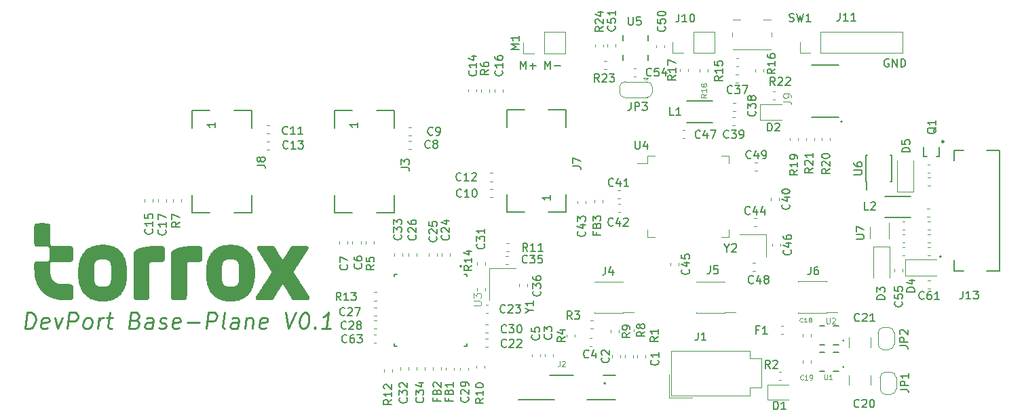
<source format=gto>
G04 #@! TF.GenerationSoftware,KiCad,Pcbnew,(5.1.9-0-10_14)*
G04 #@! TF.CreationDate,2021-02-19T17:06:03+01:00*
G04 #@! TF.ProjectId,base-plane,62617365-2d70-46c6-916e-652e6b696361,rev?*
G04 #@! TF.SameCoordinates,Original*
G04 #@! TF.FileFunction,Legend,Top*
G04 #@! TF.FilePolarity,Positive*
%FSLAX46Y46*%
G04 Gerber Fmt 4.6, Leading zero omitted, Abs format (unit mm)*
G04 Created by KiCad (PCBNEW (5.1.9-0-10_14)) date 2021-02-19 17:06:03*
%MOMM*%
%LPD*%
G01*
G04 APERTURE LIST*
%ADD10C,0.250000*%
%ADD11C,0.150000*%
%ADD12C,0.010000*%
%ADD13C,0.120000*%
%ADD14C,0.152400*%
%ADD15C,0.200000*%
%ADD16C,0.127000*%
%ADD17C,0.249999*%
%ADD18C,0.015000*%
%ADD19C,0.100000*%
G04 APERTURE END LIST*
D10*
X94850092Y-108727761D02*
X95100092Y-106727761D01*
X95576282Y-106727761D01*
X95850092Y-106823000D01*
X96016758Y-107013476D01*
X96088187Y-107203952D01*
X96135806Y-107584904D01*
X96100092Y-107870619D01*
X95957235Y-108251571D01*
X95838187Y-108442047D01*
X95623901Y-108632523D01*
X95326282Y-108727761D01*
X94850092Y-108727761D01*
X97623901Y-108632523D02*
X97421520Y-108727761D01*
X97040568Y-108727761D01*
X96861997Y-108632523D01*
X96790568Y-108442047D01*
X96885806Y-107680142D01*
X97004854Y-107489666D01*
X97207235Y-107394428D01*
X97588187Y-107394428D01*
X97766758Y-107489666D01*
X97838187Y-107680142D01*
X97814377Y-107870619D01*
X96838187Y-108061095D01*
X98540568Y-107394428D02*
X98850092Y-108727761D01*
X99492949Y-107394428D01*
X100088187Y-108727761D02*
X100338187Y-106727761D01*
X101100092Y-106727761D01*
X101278663Y-106823000D01*
X101361997Y-106918238D01*
X101433425Y-107108714D01*
X101397711Y-107394428D01*
X101278663Y-107584904D01*
X101171520Y-107680142D01*
X100969139Y-107775380D01*
X100207235Y-107775380D01*
X102373901Y-108727761D02*
X102195330Y-108632523D01*
X102111997Y-108537285D01*
X102040568Y-108346809D01*
X102111997Y-107775380D01*
X102231044Y-107584904D01*
X102338187Y-107489666D01*
X102540568Y-107394428D01*
X102826282Y-107394428D01*
X103004854Y-107489666D01*
X103088187Y-107584904D01*
X103159616Y-107775380D01*
X103088187Y-108346809D01*
X102969139Y-108537285D01*
X102861997Y-108632523D01*
X102659616Y-108727761D01*
X102373901Y-108727761D01*
X103897711Y-108727761D02*
X104064377Y-107394428D01*
X104016758Y-107775380D02*
X104135806Y-107584904D01*
X104242949Y-107489666D01*
X104445330Y-107394428D01*
X104635806Y-107394428D01*
X105016758Y-107394428D02*
X105778663Y-107394428D01*
X105385806Y-106727761D02*
X105171520Y-108442047D01*
X105242949Y-108632523D01*
X105421520Y-108727761D01*
X105611997Y-108727761D01*
X108600092Y-107680142D02*
X108873901Y-107775380D01*
X108957235Y-107870619D01*
X109028663Y-108061095D01*
X108992949Y-108346809D01*
X108873901Y-108537285D01*
X108766758Y-108632523D01*
X108564377Y-108727761D01*
X107802473Y-108727761D01*
X108052473Y-106727761D01*
X108719139Y-106727761D01*
X108897711Y-106823000D01*
X108981044Y-106918238D01*
X109052473Y-107108714D01*
X109028663Y-107299190D01*
X108909616Y-107489666D01*
X108802473Y-107584904D01*
X108600092Y-107680142D01*
X107933425Y-107680142D01*
X110659616Y-108727761D02*
X110790568Y-107680142D01*
X110719139Y-107489666D01*
X110540568Y-107394428D01*
X110159616Y-107394428D01*
X109957235Y-107489666D01*
X110671520Y-108632523D02*
X110469139Y-108727761D01*
X109992949Y-108727761D01*
X109814377Y-108632523D01*
X109742949Y-108442047D01*
X109766758Y-108251571D01*
X109885806Y-108061095D01*
X110088187Y-107965857D01*
X110564377Y-107965857D01*
X110766758Y-107870619D01*
X111528663Y-108632523D02*
X111707235Y-108727761D01*
X112088187Y-108727761D01*
X112290568Y-108632523D01*
X112409616Y-108442047D01*
X112421520Y-108346809D01*
X112350092Y-108156333D01*
X112171520Y-108061095D01*
X111885806Y-108061095D01*
X111707235Y-107965857D01*
X111635806Y-107775380D01*
X111647711Y-107680142D01*
X111766758Y-107489666D01*
X111969139Y-107394428D01*
X112254854Y-107394428D01*
X112433425Y-107489666D01*
X114004854Y-108632523D02*
X113802473Y-108727761D01*
X113421520Y-108727761D01*
X113242949Y-108632523D01*
X113171520Y-108442047D01*
X113266758Y-107680142D01*
X113385806Y-107489666D01*
X113588187Y-107394428D01*
X113969139Y-107394428D01*
X114147711Y-107489666D01*
X114219139Y-107680142D01*
X114195330Y-107870619D01*
X113219139Y-108061095D01*
X115040568Y-107965857D02*
X116564377Y-107965857D01*
X117421520Y-108727761D02*
X117671520Y-106727761D01*
X118433425Y-106727761D01*
X118611997Y-106823000D01*
X118695330Y-106918238D01*
X118766758Y-107108714D01*
X118731044Y-107394428D01*
X118611997Y-107584904D01*
X118504854Y-107680142D01*
X118302473Y-107775380D01*
X117540568Y-107775380D01*
X119707235Y-108727761D02*
X119528663Y-108632523D01*
X119457235Y-108442047D01*
X119671520Y-106727761D01*
X121326282Y-108727761D02*
X121457235Y-107680142D01*
X121385806Y-107489666D01*
X121207235Y-107394428D01*
X120826282Y-107394428D01*
X120623901Y-107489666D01*
X121338187Y-108632523D02*
X121135806Y-108727761D01*
X120659616Y-108727761D01*
X120481044Y-108632523D01*
X120409616Y-108442047D01*
X120433425Y-108251571D01*
X120552473Y-108061095D01*
X120754854Y-107965857D01*
X121231044Y-107965857D01*
X121433425Y-107870619D01*
X122445330Y-107394428D02*
X122278663Y-108727761D01*
X122421520Y-107584904D02*
X122528663Y-107489666D01*
X122731044Y-107394428D01*
X123016758Y-107394428D01*
X123195330Y-107489666D01*
X123266758Y-107680142D01*
X123135806Y-108727761D01*
X124861997Y-108632523D02*
X124659616Y-108727761D01*
X124278663Y-108727761D01*
X124100092Y-108632523D01*
X124028663Y-108442047D01*
X124123901Y-107680142D01*
X124242949Y-107489666D01*
X124445330Y-107394428D01*
X124826282Y-107394428D01*
X125004854Y-107489666D01*
X125076282Y-107680142D01*
X125052473Y-107870619D01*
X124076282Y-108061095D01*
X127290568Y-106727761D02*
X127707235Y-108727761D01*
X128623901Y-106727761D01*
X129671520Y-106727761D02*
X129861997Y-106727761D01*
X130040568Y-106823000D01*
X130123901Y-106918238D01*
X130195330Y-107108714D01*
X130242949Y-107489666D01*
X130183425Y-107965857D01*
X130040568Y-108346809D01*
X129921520Y-108537285D01*
X129814377Y-108632523D01*
X129611997Y-108727761D01*
X129421520Y-108727761D01*
X129242949Y-108632523D01*
X129159616Y-108537285D01*
X129088187Y-108346809D01*
X129040568Y-107965857D01*
X129100092Y-107489666D01*
X129242949Y-107108714D01*
X129361997Y-106918238D01*
X129469139Y-106823000D01*
X129671520Y-106727761D01*
X130969139Y-108537285D02*
X131052473Y-108632523D01*
X130945330Y-108727761D01*
X130861997Y-108632523D01*
X130969139Y-108537285D01*
X130945330Y-108727761D01*
X132945330Y-108727761D02*
X131802473Y-108727761D01*
X132373901Y-108727761D02*
X132623901Y-106727761D01*
X132397711Y-107013476D01*
X132183425Y-107203952D01*
X131981044Y-107299190D01*
D11*
X159702619Y-76271380D02*
X159702619Y-75271380D01*
X160035952Y-75985666D01*
X160369285Y-75271380D01*
X160369285Y-76271380D01*
X160845476Y-75890428D02*
X161607380Y-75890428D01*
X156654619Y-76271380D02*
X156654619Y-75271380D01*
X156987952Y-75985666D01*
X157321285Y-75271380D01*
X157321285Y-76271380D01*
X157797476Y-75890428D02*
X158559380Y-75890428D01*
X158178428Y-76271380D02*
X158178428Y-75509476D01*
X202565095Y-75065000D02*
X202469857Y-75017380D01*
X202327000Y-75017380D01*
X202184142Y-75065000D01*
X202088904Y-75160238D01*
X202041285Y-75255476D01*
X201993666Y-75445952D01*
X201993666Y-75588809D01*
X202041285Y-75779285D01*
X202088904Y-75874523D01*
X202184142Y-75969761D01*
X202327000Y-76017380D01*
X202422238Y-76017380D01*
X202565095Y-75969761D01*
X202612714Y-75922142D01*
X202612714Y-75588809D01*
X202422238Y-75588809D01*
X203041285Y-76017380D02*
X203041285Y-75017380D01*
X203612714Y-76017380D01*
X203612714Y-75017380D01*
X204088904Y-76017380D02*
X204088904Y-75017380D01*
X204327000Y-75017380D01*
X204469857Y-75065000D01*
X204565095Y-75160238D01*
X204612714Y-75255476D01*
X204660333Y-75445952D01*
X204660333Y-75588809D01*
X204612714Y-75779285D01*
X204565095Y-75874523D01*
X204469857Y-75969761D01*
X204327000Y-76017380D01*
X204088904Y-76017380D01*
D12*
G04 #@! TO.C,G\u002A\u002A\u002A*
G36*
X104556077Y-98255880D02*
G01*
X104716774Y-98262254D01*
X104874909Y-98274098D01*
X105029368Y-98291375D01*
X105179035Y-98314049D01*
X105265275Y-98330070D01*
X105414890Y-98363337D01*
X105558466Y-98402343D01*
X105696313Y-98447230D01*
X105828745Y-98498140D01*
X105956074Y-98555215D01*
X106078611Y-98618596D01*
X106196669Y-98688425D01*
X106310560Y-98764844D01*
X106420596Y-98847994D01*
X106438850Y-98862734D01*
X106460848Y-98881466D01*
X106487361Y-98905341D01*
X106517233Y-98933211D01*
X106549309Y-98963932D01*
X106582436Y-98996356D01*
X106615457Y-99029339D01*
X106647218Y-99061733D01*
X106676565Y-99092393D01*
X106702341Y-99120172D01*
X106723393Y-99143925D01*
X106729631Y-99151315D01*
X106817643Y-99263727D01*
X106899934Y-99381878D01*
X106976528Y-99505834D01*
X107047448Y-99635657D01*
X107112717Y-99771411D01*
X107172361Y-99913159D01*
X107226402Y-100060965D01*
X107274864Y-100214893D01*
X107317770Y-100375005D01*
X107355145Y-100541366D01*
X107387012Y-100714039D01*
X107413395Y-100893088D01*
X107429066Y-101026533D01*
X107436224Y-101097062D01*
X107442380Y-101163858D01*
X107447598Y-101228230D01*
X107451937Y-101291489D01*
X107455461Y-101354943D01*
X107458230Y-101419904D01*
X107460307Y-101487680D01*
X107461752Y-101559581D01*
X107462627Y-101636917D01*
X107462995Y-101720998D01*
X107463015Y-101748317D01*
X107462791Y-101834727D01*
X107462078Y-101913991D01*
X107460814Y-101987418D01*
X107458937Y-102056319D01*
X107456387Y-102122003D01*
X107453101Y-102185780D01*
X107449018Y-102248960D01*
X107444076Y-102312852D01*
X107438214Y-102378766D01*
X107431370Y-102448011D01*
X107429066Y-102470100D01*
X107406633Y-102653797D01*
X107378733Y-102831073D01*
X107345342Y-103001990D01*
X107306437Y-103166614D01*
X107261993Y-103325006D01*
X107211988Y-103477232D01*
X107156397Y-103623353D01*
X107095197Y-103763434D01*
X107028364Y-103897538D01*
X106955875Y-104025729D01*
X106877705Y-104148070D01*
X106793831Y-104264625D01*
X106729631Y-104345318D01*
X106710576Y-104367328D01*
X106686378Y-104393781D01*
X106658192Y-104423529D01*
X106627173Y-104455427D01*
X106594475Y-104488329D01*
X106561253Y-104521088D01*
X106528662Y-104552559D01*
X106497858Y-104581594D01*
X106469995Y-104607049D01*
X106446227Y-104627777D01*
X106438850Y-104633899D01*
X106329435Y-104718201D01*
X106216218Y-104795749D01*
X106098886Y-104866682D01*
X105977128Y-104931144D01*
X105850632Y-104989276D01*
X105719085Y-105041219D01*
X105582176Y-105087115D01*
X105439591Y-105127106D01*
X105291019Y-105161333D01*
X105265275Y-105166563D01*
X105114494Y-105193179D01*
X104958186Y-105214086D01*
X104797128Y-105229231D01*
X104632095Y-105238557D01*
X104463864Y-105242010D01*
X104293211Y-105239534D01*
X104256592Y-105238234D01*
X104083437Y-105228142D01*
X103915630Y-105211649D01*
X103753195Y-105188764D01*
X103596158Y-105159498D01*
X103444543Y-105123863D01*
X103298378Y-105081868D01*
X103157686Y-105033526D01*
X103022493Y-104978845D01*
X102892824Y-104917837D01*
X102768705Y-104850513D01*
X102650161Y-104776884D01*
X102537217Y-104696959D01*
X102429899Y-104610750D01*
X102328232Y-104518267D01*
X102232241Y-104419522D01*
X102181750Y-104362400D01*
X102123235Y-104290804D01*
X102064765Y-104213310D01*
X102008027Y-104132325D01*
X101954709Y-104050258D01*
X101907239Y-103970817D01*
X101838536Y-103842320D01*
X101775110Y-103707290D01*
X101716984Y-103565831D01*
X101664183Y-103418052D01*
X101616731Y-103264058D01*
X101574654Y-103103956D01*
X101537974Y-102937854D01*
X101506718Y-102765857D01*
X101480909Y-102588073D01*
X101460572Y-102404608D01*
X101445731Y-102215569D01*
X101436411Y-102021062D01*
X101433550Y-101906064D01*
X101432638Y-101766515D01*
X103337659Y-101766515D01*
X103337820Y-101850000D01*
X103338204Y-101932530D01*
X103338812Y-102013320D01*
X103339644Y-102091583D01*
X103340700Y-102166537D01*
X103341980Y-102237395D01*
X103343484Y-102303373D01*
X103345211Y-102363686D01*
X103347162Y-102417548D01*
X103349337Y-102464176D01*
X103350666Y-102487033D01*
X103358234Y-102586736D01*
X103367871Y-102678667D01*
X103379695Y-102763294D01*
X103393822Y-102841084D01*
X103410372Y-102912505D01*
X103429461Y-102978023D01*
X103451208Y-103038107D01*
X103475731Y-103093223D01*
X103503148Y-103143839D01*
X103524969Y-103178086D01*
X103566331Y-103231333D01*
X103614544Y-103279709D01*
X103669478Y-103323138D01*
X103731003Y-103361540D01*
X103798991Y-103394839D01*
X103873312Y-103422956D01*
X103953837Y-103445813D01*
X103979283Y-103451655D01*
X104049306Y-103464884D01*
X104126220Y-103475719D01*
X104208773Y-103484079D01*
X104295713Y-103489886D01*
X104385787Y-103493060D01*
X104477744Y-103493523D01*
X104570329Y-103491194D01*
X104591000Y-103490284D01*
X104690804Y-103483786D01*
X104783086Y-103474088D01*
X104868206Y-103461074D01*
X104946526Y-103444631D01*
X105018405Y-103424645D01*
X105084206Y-103401000D01*
X105144289Y-103373584D01*
X105199016Y-103342282D01*
X105248746Y-103306980D01*
X105293160Y-103268222D01*
X105326921Y-103233528D01*
X105355769Y-103198834D01*
X105381415Y-103161771D01*
X105405570Y-103119971D01*
X105418635Y-103094516D01*
X105439454Y-103049510D01*
X105458173Y-103002517D01*
X105474902Y-102952920D01*
X105489751Y-102900104D01*
X105502831Y-102843451D01*
X105514251Y-102782343D01*
X105524122Y-102716165D01*
X105532553Y-102644299D01*
X105539656Y-102566129D01*
X105545539Y-102481037D01*
X105550313Y-102388407D01*
X105552006Y-102347333D01*
X105552698Y-102324421D01*
X105553327Y-102293771D01*
X105553895Y-102256112D01*
X105554400Y-102212174D01*
X105554843Y-102162686D01*
X105555224Y-102108376D01*
X105555542Y-102049973D01*
X105555798Y-101988207D01*
X105555992Y-101923807D01*
X105556124Y-101857500D01*
X105556193Y-101790018D01*
X105556200Y-101722087D01*
X105556145Y-101654438D01*
X105556027Y-101587799D01*
X105555848Y-101522900D01*
X105555606Y-101460469D01*
X105555301Y-101401235D01*
X105554935Y-101345927D01*
X105554506Y-101295275D01*
X105554015Y-101250007D01*
X105553461Y-101210852D01*
X105552846Y-101178539D01*
X105552168Y-101153798D01*
X105552005Y-101149300D01*
X105547757Y-101055351D01*
X105542491Y-100969131D01*
X105536114Y-100889952D01*
X105528533Y-100817128D01*
X105519654Y-100749970D01*
X105509384Y-100687792D01*
X105497629Y-100629907D01*
X105484295Y-100575626D01*
X105469291Y-100524264D01*
X105465394Y-100512183D01*
X105453819Y-100480565D01*
X105439039Y-100445685D01*
X105422085Y-100409594D01*
X105403990Y-100374342D01*
X105385784Y-100341980D01*
X105368499Y-100314559D01*
X105359991Y-100302633D01*
X105316965Y-100251603D01*
X105268875Y-100205882D01*
X105215386Y-100165291D01*
X105156162Y-100129654D01*
X105090869Y-100098793D01*
X105019170Y-100072531D01*
X104940732Y-100050689D01*
X104855218Y-100033089D01*
X104849233Y-100032059D01*
X104773524Y-100021094D01*
X104691377Y-100012710D01*
X104604423Y-100006926D01*
X104514292Y-100003760D01*
X104422615Y-100003231D01*
X104331025Y-100005357D01*
X104241150Y-100010158D01*
X104154624Y-100017651D01*
X104104166Y-100023554D01*
X104012753Y-100038162D01*
X103928336Y-100057389D01*
X103850778Y-100081290D01*
X103779942Y-100109925D01*
X103715692Y-100143349D01*
X103657890Y-100181621D01*
X103606399Y-100224797D01*
X103594020Y-100236841D01*
X103557170Y-100277287D01*
X103523739Y-100321438D01*
X103493592Y-100369722D01*
X103466593Y-100422571D01*
X103442607Y-100480415D01*
X103421498Y-100543684D01*
X103403131Y-100612808D01*
X103387370Y-100688217D01*
X103374080Y-100770341D01*
X103363126Y-100859612D01*
X103354371Y-100956458D01*
X103350666Y-101009600D01*
X103348364Y-101051791D01*
X103346286Y-101101660D01*
X103344433Y-101158423D01*
X103342802Y-101221296D01*
X103341396Y-101289492D01*
X103340214Y-101362227D01*
X103339255Y-101438716D01*
X103338520Y-101518175D01*
X103338010Y-101599817D01*
X103337722Y-101682859D01*
X103337659Y-101766515D01*
X101432638Y-101766515D01*
X101432301Y-101715009D01*
X101435083Y-101531000D01*
X101441946Y-101353608D01*
X101452943Y-101182404D01*
X101468126Y-101016959D01*
X101487549Y-100856846D01*
X101511262Y-100701634D01*
X101539318Y-100550896D01*
X101571769Y-100404203D01*
X101608668Y-100261127D01*
X101650066Y-100121237D01*
X101651606Y-100116367D01*
X101701502Y-99970863D01*
X101757491Y-99829964D01*
X101819382Y-99694021D01*
X101886984Y-99563387D01*
X101960108Y-99438416D01*
X102038562Y-99319460D01*
X102122156Y-99206872D01*
X102181750Y-99134233D01*
X102274335Y-99032363D01*
X102372721Y-98936630D01*
X102476845Y-98847065D01*
X102586643Y-98763700D01*
X102702051Y-98686567D01*
X102823005Y-98615695D01*
X102949442Y-98551118D01*
X103081296Y-98492866D01*
X103218506Y-98440971D01*
X103361005Y-98395463D01*
X103508732Y-98356375D01*
X103661621Y-98323738D01*
X103819610Y-98297583D01*
X103909997Y-98285813D01*
X104069780Y-98269943D01*
X104231465Y-98259688D01*
X104393936Y-98255013D01*
X104556077Y-98255880D01*
G37*
X104556077Y-98255880D02*
X104716774Y-98262254D01*
X104874909Y-98274098D01*
X105029368Y-98291375D01*
X105179035Y-98314049D01*
X105265275Y-98330070D01*
X105414890Y-98363337D01*
X105558466Y-98402343D01*
X105696313Y-98447230D01*
X105828745Y-98498140D01*
X105956074Y-98555215D01*
X106078611Y-98618596D01*
X106196669Y-98688425D01*
X106310560Y-98764844D01*
X106420596Y-98847994D01*
X106438850Y-98862734D01*
X106460848Y-98881466D01*
X106487361Y-98905341D01*
X106517233Y-98933211D01*
X106549309Y-98963932D01*
X106582436Y-98996356D01*
X106615457Y-99029339D01*
X106647218Y-99061733D01*
X106676565Y-99092393D01*
X106702341Y-99120172D01*
X106723393Y-99143925D01*
X106729631Y-99151315D01*
X106817643Y-99263727D01*
X106899934Y-99381878D01*
X106976528Y-99505834D01*
X107047448Y-99635657D01*
X107112717Y-99771411D01*
X107172361Y-99913159D01*
X107226402Y-100060965D01*
X107274864Y-100214893D01*
X107317770Y-100375005D01*
X107355145Y-100541366D01*
X107387012Y-100714039D01*
X107413395Y-100893088D01*
X107429066Y-101026533D01*
X107436224Y-101097062D01*
X107442380Y-101163858D01*
X107447598Y-101228230D01*
X107451937Y-101291489D01*
X107455461Y-101354943D01*
X107458230Y-101419904D01*
X107460307Y-101487680D01*
X107461752Y-101559581D01*
X107462627Y-101636917D01*
X107462995Y-101720998D01*
X107463015Y-101748317D01*
X107462791Y-101834727D01*
X107462078Y-101913991D01*
X107460814Y-101987418D01*
X107458937Y-102056319D01*
X107456387Y-102122003D01*
X107453101Y-102185780D01*
X107449018Y-102248960D01*
X107444076Y-102312852D01*
X107438214Y-102378766D01*
X107431370Y-102448011D01*
X107429066Y-102470100D01*
X107406633Y-102653797D01*
X107378733Y-102831073D01*
X107345342Y-103001990D01*
X107306437Y-103166614D01*
X107261993Y-103325006D01*
X107211988Y-103477232D01*
X107156397Y-103623353D01*
X107095197Y-103763434D01*
X107028364Y-103897538D01*
X106955875Y-104025729D01*
X106877705Y-104148070D01*
X106793831Y-104264625D01*
X106729631Y-104345318D01*
X106710576Y-104367328D01*
X106686378Y-104393781D01*
X106658192Y-104423529D01*
X106627173Y-104455427D01*
X106594475Y-104488329D01*
X106561253Y-104521088D01*
X106528662Y-104552559D01*
X106497858Y-104581594D01*
X106469995Y-104607049D01*
X106446227Y-104627777D01*
X106438850Y-104633899D01*
X106329435Y-104718201D01*
X106216218Y-104795749D01*
X106098886Y-104866682D01*
X105977128Y-104931144D01*
X105850632Y-104989276D01*
X105719085Y-105041219D01*
X105582176Y-105087115D01*
X105439591Y-105127106D01*
X105291019Y-105161333D01*
X105265275Y-105166563D01*
X105114494Y-105193179D01*
X104958186Y-105214086D01*
X104797128Y-105229231D01*
X104632095Y-105238557D01*
X104463864Y-105242010D01*
X104293211Y-105239534D01*
X104256592Y-105238234D01*
X104083437Y-105228142D01*
X103915630Y-105211649D01*
X103753195Y-105188764D01*
X103596158Y-105159498D01*
X103444543Y-105123863D01*
X103298378Y-105081868D01*
X103157686Y-105033526D01*
X103022493Y-104978845D01*
X102892824Y-104917837D01*
X102768705Y-104850513D01*
X102650161Y-104776884D01*
X102537217Y-104696959D01*
X102429899Y-104610750D01*
X102328232Y-104518267D01*
X102232241Y-104419522D01*
X102181750Y-104362400D01*
X102123235Y-104290804D01*
X102064765Y-104213310D01*
X102008027Y-104132325D01*
X101954709Y-104050258D01*
X101907239Y-103970817D01*
X101838536Y-103842320D01*
X101775110Y-103707290D01*
X101716984Y-103565831D01*
X101664183Y-103418052D01*
X101616731Y-103264058D01*
X101574654Y-103103956D01*
X101537974Y-102937854D01*
X101506718Y-102765857D01*
X101480909Y-102588073D01*
X101460572Y-102404608D01*
X101445731Y-102215569D01*
X101436411Y-102021062D01*
X101433550Y-101906064D01*
X101432638Y-101766515D01*
X103337659Y-101766515D01*
X103337820Y-101850000D01*
X103338204Y-101932530D01*
X103338812Y-102013320D01*
X103339644Y-102091583D01*
X103340700Y-102166537D01*
X103341980Y-102237395D01*
X103343484Y-102303373D01*
X103345211Y-102363686D01*
X103347162Y-102417548D01*
X103349337Y-102464176D01*
X103350666Y-102487033D01*
X103358234Y-102586736D01*
X103367871Y-102678667D01*
X103379695Y-102763294D01*
X103393822Y-102841084D01*
X103410372Y-102912505D01*
X103429461Y-102978023D01*
X103451208Y-103038107D01*
X103475731Y-103093223D01*
X103503148Y-103143839D01*
X103524969Y-103178086D01*
X103566331Y-103231333D01*
X103614544Y-103279709D01*
X103669478Y-103323138D01*
X103731003Y-103361540D01*
X103798991Y-103394839D01*
X103873312Y-103422956D01*
X103953837Y-103445813D01*
X103979283Y-103451655D01*
X104049306Y-103464884D01*
X104126220Y-103475719D01*
X104208773Y-103484079D01*
X104295713Y-103489886D01*
X104385787Y-103493060D01*
X104477744Y-103493523D01*
X104570329Y-103491194D01*
X104591000Y-103490284D01*
X104690804Y-103483786D01*
X104783086Y-103474088D01*
X104868206Y-103461074D01*
X104946526Y-103444631D01*
X105018405Y-103424645D01*
X105084206Y-103401000D01*
X105144289Y-103373584D01*
X105199016Y-103342282D01*
X105248746Y-103306980D01*
X105293160Y-103268222D01*
X105326921Y-103233528D01*
X105355769Y-103198834D01*
X105381415Y-103161771D01*
X105405570Y-103119971D01*
X105418635Y-103094516D01*
X105439454Y-103049510D01*
X105458173Y-103002517D01*
X105474902Y-102952920D01*
X105489751Y-102900104D01*
X105502831Y-102843451D01*
X105514251Y-102782343D01*
X105524122Y-102716165D01*
X105532553Y-102644299D01*
X105539656Y-102566129D01*
X105545539Y-102481037D01*
X105550313Y-102388407D01*
X105552006Y-102347333D01*
X105552698Y-102324421D01*
X105553327Y-102293771D01*
X105553895Y-102256112D01*
X105554400Y-102212174D01*
X105554843Y-102162686D01*
X105555224Y-102108376D01*
X105555542Y-102049973D01*
X105555798Y-101988207D01*
X105555992Y-101923807D01*
X105556124Y-101857500D01*
X105556193Y-101790018D01*
X105556200Y-101722087D01*
X105556145Y-101654438D01*
X105556027Y-101587799D01*
X105555848Y-101522900D01*
X105555606Y-101460469D01*
X105555301Y-101401235D01*
X105554935Y-101345927D01*
X105554506Y-101295275D01*
X105554015Y-101250007D01*
X105553461Y-101210852D01*
X105552846Y-101178539D01*
X105552168Y-101153798D01*
X105552005Y-101149300D01*
X105547757Y-101055351D01*
X105542491Y-100969131D01*
X105536114Y-100889952D01*
X105528533Y-100817128D01*
X105519654Y-100749970D01*
X105509384Y-100687792D01*
X105497629Y-100629907D01*
X105484295Y-100575626D01*
X105469291Y-100524264D01*
X105465394Y-100512183D01*
X105453819Y-100480565D01*
X105439039Y-100445685D01*
X105422085Y-100409594D01*
X105403990Y-100374342D01*
X105385784Y-100341980D01*
X105368499Y-100314559D01*
X105359991Y-100302633D01*
X105316965Y-100251603D01*
X105268875Y-100205882D01*
X105215386Y-100165291D01*
X105156162Y-100129654D01*
X105090869Y-100098793D01*
X105019170Y-100072531D01*
X104940732Y-100050689D01*
X104855218Y-100033089D01*
X104849233Y-100032059D01*
X104773524Y-100021094D01*
X104691377Y-100012710D01*
X104604423Y-100006926D01*
X104514292Y-100003760D01*
X104422615Y-100003231D01*
X104331025Y-100005357D01*
X104241150Y-100010158D01*
X104154624Y-100017651D01*
X104104166Y-100023554D01*
X104012753Y-100038162D01*
X103928336Y-100057389D01*
X103850778Y-100081290D01*
X103779942Y-100109925D01*
X103715692Y-100143349D01*
X103657890Y-100181621D01*
X103606399Y-100224797D01*
X103594020Y-100236841D01*
X103557170Y-100277287D01*
X103523739Y-100321438D01*
X103493592Y-100369722D01*
X103466593Y-100422571D01*
X103442607Y-100480415D01*
X103421498Y-100543684D01*
X103403131Y-100612808D01*
X103387370Y-100688217D01*
X103374080Y-100770341D01*
X103363126Y-100859612D01*
X103354371Y-100956458D01*
X103350666Y-101009600D01*
X103348364Y-101051791D01*
X103346286Y-101101660D01*
X103344433Y-101158423D01*
X103342802Y-101221296D01*
X103341396Y-101289492D01*
X103340214Y-101362227D01*
X103339255Y-101438716D01*
X103338520Y-101518175D01*
X103338010Y-101599817D01*
X103337722Y-101682859D01*
X103337659Y-101766515D01*
X101432638Y-101766515D01*
X101432301Y-101715009D01*
X101435083Y-101531000D01*
X101441946Y-101353608D01*
X101452943Y-101182404D01*
X101468126Y-101016959D01*
X101487549Y-100856846D01*
X101511262Y-100701634D01*
X101539318Y-100550896D01*
X101571769Y-100404203D01*
X101608668Y-100261127D01*
X101650066Y-100121237D01*
X101651606Y-100116367D01*
X101701502Y-99970863D01*
X101757491Y-99829964D01*
X101819382Y-99694021D01*
X101886984Y-99563387D01*
X101960108Y-99438416D01*
X102038562Y-99319460D01*
X102122156Y-99206872D01*
X102181750Y-99134233D01*
X102274335Y-99032363D01*
X102372721Y-98936630D01*
X102476845Y-98847065D01*
X102586643Y-98763700D01*
X102702051Y-98686567D01*
X102823005Y-98615695D01*
X102949442Y-98551118D01*
X103081296Y-98492866D01*
X103218506Y-98440971D01*
X103361005Y-98395463D01*
X103508732Y-98356375D01*
X103661621Y-98323738D01*
X103819610Y-98297583D01*
X103909997Y-98285813D01*
X104069780Y-98269943D01*
X104231465Y-98259688D01*
X104393936Y-98255013D01*
X104556077Y-98255880D01*
G36*
X120556729Y-98257472D02*
G01*
X120689475Y-98263270D01*
X120817949Y-98272600D01*
X120906266Y-98281457D01*
X121069561Y-98303316D01*
X121227126Y-98331373D01*
X121379018Y-98365652D01*
X121525296Y-98406173D01*
X121666020Y-98452958D01*
X121801246Y-98506028D01*
X121931034Y-98565405D01*
X122055443Y-98631109D01*
X122174529Y-98703163D01*
X122288353Y-98781587D01*
X122301254Y-98791123D01*
X122394967Y-98865214D01*
X122486827Y-98946297D01*
X122575363Y-99032907D01*
X122659102Y-99123578D01*
X122736575Y-99216845D01*
X122762554Y-99250650D01*
X122844148Y-99365731D01*
X122920238Y-99486670D01*
X122990853Y-99613549D01*
X123056026Y-99746453D01*
X123115787Y-99885465D01*
X123170167Y-100030667D01*
X123219199Y-100182143D01*
X123262913Y-100339976D01*
X123301340Y-100504249D01*
X123334512Y-100675046D01*
X123361339Y-100844500D01*
X123379897Y-100991607D01*
X123394897Y-101145052D01*
X123406340Y-101303492D01*
X123414224Y-101465583D01*
X123418549Y-101629979D01*
X123419317Y-101795338D01*
X123416527Y-101960315D01*
X123410178Y-102123565D01*
X123400271Y-102283745D01*
X123386806Y-102439511D01*
X123369783Y-102589518D01*
X123361339Y-102652133D01*
X123332960Y-102830294D01*
X123299253Y-103001895D01*
X123260208Y-103166962D01*
X123215817Y-103325522D01*
X123166069Y-103477603D01*
X123110955Y-103623231D01*
X123050465Y-103762434D01*
X122984591Y-103895238D01*
X122913321Y-104021670D01*
X122837739Y-104140150D01*
X122789256Y-104209639D01*
X122741741Y-104273288D01*
X122693407Y-104333264D01*
X122642463Y-104391730D01*
X122587121Y-104450852D01*
X122549015Y-104489588D01*
X122483387Y-104553204D01*
X122419453Y-104610895D01*
X122355163Y-104664332D01*
X122288471Y-104715186D01*
X122217330Y-104765126D01*
X122184733Y-104786820D01*
X122067438Y-104858773D01*
X121944357Y-104924615D01*
X121815587Y-104984324D01*
X121681227Y-105037878D01*
X121541372Y-105085255D01*
X121396122Y-105126431D01*
X121245573Y-105161386D01*
X121089823Y-105190097D01*
X120928970Y-105212541D01*
X120763110Y-105228696D01*
X120592342Y-105238539D01*
X120416763Y-105242049D01*
X120236471Y-105239203D01*
X120210440Y-105238281D01*
X120038073Y-105228423D01*
X119870857Y-105212105D01*
X119708837Y-105189340D01*
X119552059Y-105160145D01*
X119400569Y-105124532D01*
X119254413Y-105082516D01*
X119113639Y-105034112D01*
X118978291Y-104979334D01*
X118848415Y-104918197D01*
X118724059Y-104850714D01*
X118605268Y-104776901D01*
X118503745Y-104705510D01*
X118410032Y-104631419D01*
X118318172Y-104550336D01*
X118229636Y-104463726D01*
X118145897Y-104373055D01*
X118068424Y-104279788D01*
X118042445Y-104245983D01*
X117960851Y-104130902D01*
X117884761Y-104009963D01*
X117814146Y-103883084D01*
X117748973Y-103750180D01*
X117689212Y-103611168D01*
X117634832Y-103465966D01*
X117585800Y-103314490D01*
X117542086Y-103156657D01*
X117503659Y-102992384D01*
X117470487Y-102821587D01*
X117443660Y-102652133D01*
X117425102Y-102505026D01*
X117410102Y-102351581D01*
X117398659Y-102193141D01*
X117390775Y-102031050D01*
X117386450Y-101866654D01*
X117385947Y-101758177D01*
X119295157Y-101758177D01*
X119295202Y-101828501D01*
X119295317Y-101898075D01*
X119295502Y-101966240D01*
X119295756Y-102032338D01*
X119296081Y-102095711D01*
X119296476Y-102155699D01*
X119296941Y-102211646D01*
X119297476Y-102262892D01*
X119298081Y-102308779D01*
X119298756Y-102348649D01*
X119299501Y-102381844D01*
X119300316Y-102407704D01*
X119300947Y-102421416D01*
X119305864Y-102500734D01*
X119311338Y-102572630D01*
X119317485Y-102638137D01*
X119324421Y-102698290D01*
X119332263Y-102754121D01*
X119341127Y-102806663D01*
X119348844Y-102846114D01*
X119368757Y-102928956D01*
X119392855Y-103005160D01*
X119421392Y-103074938D01*
X119454621Y-103138499D01*
X119492798Y-103196054D01*
X119536177Y-103247813D01*
X119585011Y-103293985D01*
X119639555Y-103334781D01*
X119700064Y-103370411D01*
X119766791Y-103401085D01*
X119839991Y-103427013D01*
X119919919Y-103448406D01*
X120006828Y-103465473D01*
X120100972Y-103478425D01*
X120115988Y-103480053D01*
X120200259Y-103487213D01*
X120290080Y-103491757D01*
X120382930Y-103493623D01*
X120476289Y-103492751D01*
X120545745Y-103490236D01*
X120649706Y-103483268D01*
X120746178Y-103472705D01*
X120835424Y-103458362D01*
X120917702Y-103440053D01*
X120993275Y-103417595D01*
X121062404Y-103390804D01*
X121125348Y-103359494D01*
X121182369Y-103323481D01*
X121233728Y-103282580D01*
X121279685Y-103236607D01*
X121320502Y-103185377D01*
X121356440Y-103128706D01*
X121387758Y-103066409D01*
X121414719Y-102998302D01*
X121437582Y-102924200D01*
X121456155Y-102846114D01*
X121465900Y-102795422D01*
X121474531Y-102742250D01*
X121482165Y-102685564D01*
X121488919Y-102624331D01*
X121494909Y-102557517D01*
X121500252Y-102484089D01*
X121504052Y-102421416D01*
X121504918Y-102401246D01*
X121505713Y-102373267D01*
X121506439Y-102338138D01*
X121507094Y-102296519D01*
X121507680Y-102249066D01*
X121508195Y-102196438D01*
X121508640Y-102139294D01*
X121509016Y-102078293D01*
X121509321Y-102014091D01*
X121509556Y-101947349D01*
X121509722Y-101878723D01*
X121509817Y-101808873D01*
X121509842Y-101738456D01*
X121509797Y-101668132D01*
X121509682Y-101598558D01*
X121509497Y-101530393D01*
X121509243Y-101464295D01*
X121508918Y-101400922D01*
X121508523Y-101340934D01*
X121508058Y-101284987D01*
X121507523Y-101233741D01*
X121506918Y-101187854D01*
X121506243Y-101147984D01*
X121505498Y-101114789D01*
X121504683Y-101088929D01*
X121504052Y-101075217D01*
X121499135Y-100995899D01*
X121493661Y-100924003D01*
X121487514Y-100858496D01*
X121480578Y-100798343D01*
X121472736Y-100742512D01*
X121463872Y-100689970D01*
X121456155Y-100650519D01*
X121436211Y-100567584D01*
X121412064Y-100491299D01*
X121383461Y-100421454D01*
X121350146Y-100357837D01*
X121311868Y-100300237D01*
X121268373Y-100248443D01*
X121219406Y-100202245D01*
X121164714Y-100161431D01*
X121104044Y-100125791D01*
X121037142Y-100095113D01*
X120963755Y-100069186D01*
X120883628Y-100047800D01*
X120796508Y-100030744D01*
X120702143Y-100017806D01*
X120694600Y-100016978D01*
X120620489Y-100010397D01*
X120541581Y-100005993D01*
X120459527Y-100003733D01*
X120375981Y-100003578D01*
X120292596Y-100005495D01*
X120211025Y-100009446D01*
X120132921Y-100015396D01*
X120059936Y-100023309D01*
X120000333Y-100032024D01*
X119913205Y-100049459D01*
X119833082Y-100071467D01*
X119759720Y-100098249D01*
X119692873Y-100130003D01*
X119632297Y-100166931D01*
X119577747Y-100209232D01*
X119528977Y-100257108D01*
X119485744Y-100310757D01*
X119447801Y-100370380D01*
X119414905Y-100436178D01*
X119386810Y-100508350D01*
X119375787Y-100542569D01*
X119361655Y-100593530D01*
X119349023Y-100648518D01*
X119337801Y-100708184D01*
X119327897Y-100773179D01*
X119319219Y-100844154D01*
X119311676Y-100921760D01*
X119305176Y-101006649D01*
X119300947Y-101075217D01*
X119300081Y-101095387D01*
X119299286Y-101123366D01*
X119298560Y-101158495D01*
X119297905Y-101200114D01*
X119297319Y-101247567D01*
X119296804Y-101300195D01*
X119296359Y-101357339D01*
X119295983Y-101418340D01*
X119295678Y-101482542D01*
X119295443Y-101549284D01*
X119295277Y-101617910D01*
X119295182Y-101687760D01*
X119295157Y-101758177D01*
X117385947Y-101758177D01*
X117385682Y-101701295D01*
X117388472Y-101536318D01*
X117394821Y-101373068D01*
X117404728Y-101212888D01*
X117418193Y-101057122D01*
X117435216Y-100907115D01*
X117443660Y-100844500D01*
X117471848Y-100667342D01*
X117505269Y-100496782D01*
X117543950Y-100332739D01*
X117587920Y-100175135D01*
X117637207Y-100023887D01*
X117691838Y-99878916D01*
X117751843Y-99740143D01*
X117817248Y-99607486D01*
X117888083Y-99480865D01*
X117961194Y-99364950D01*
X118019562Y-99281250D01*
X118079678Y-99202578D01*
X118143299Y-99126803D01*
X118212179Y-99051793D01*
X118255984Y-99007045D01*
X118302766Y-98961116D01*
X118346286Y-98920284D01*
X118388422Y-98882915D01*
X118431046Y-98847374D01*
X118476035Y-98812027D01*
X118503745Y-98791123D01*
X118616961Y-98711957D01*
X118735432Y-98639164D01*
X118859218Y-98572722D01*
X118988378Y-98512610D01*
X119122969Y-98458808D01*
X119263050Y-98411293D01*
X119408679Y-98370044D01*
X119559915Y-98335040D01*
X119716817Y-98306260D01*
X119879442Y-98283682D01*
X119898733Y-98281457D01*
X120022920Y-98269597D01*
X120152808Y-98261268D01*
X120286401Y-98256471D01*
X120421707Y-98255206D01*
X120556729Y-98257472D01*
G37*
X120556729Y-98257472D02*
X120689475Y-98263270D01*
X120817949Y-98272600D01*
X120906266Y-98281457D01*
X121069561Y-98303316D01*
X121227126Y-98331373D01*
X121379018Y-98365652D01*
X121525296Y-98406173D01*
X121666020Y-98452958D01*
X121801246Y-98506028D01*
X121931034Y-98565405D01*
X122055443Y-98631109D01*
X122174529Y-98703163D01*
X122288353Y-98781587D01*
X122301254Y-98791123D01*
X122394967Y-98865214D01*
X122486827Y-98946297D01*
X122575363Y-99032907D01*
X122659102Y-99123578D01*
X122736575Y-99216845D01*
X122762554Y-99250650D01*
X122844148Y-99365731D01*
X122920238Y-99486670D01*
X122990853Y-99613549D01*
X123056026Y-99746453D01*
X123115787Y-99885465D01*
X123170167Y-100030667D01*
X123219199Y-100182143D01*
X123262913Y-100339976D01*
X123301340Y-100504249D01*
X123334512Y-100675046D01*
X123361339Y-100844500D01*
X123379897Y-100991607D01*
X123394897Y-101145052D01*
X123406340Y-101303492D01*
X123414224Y-101465583D01*
X123418549Y-101629979D01*
X123419317Y-101795338D01*
X123416527Y-101960315D01*
X123410178Y-102123565D01*
X123400271Y-102283745D01*
X123386806Y-102439511D01*
X123369783Y-102589518D01*
X123361339Y-102652133D01*
X123332960Y-102830294D01*
X123299253Y-103001895D01*
X123260208Y-103166962D01*
X123215817Y-103325522D01*
X123166069Y-103477603D01*
X123110955Y-103623231D01*
X123050465Y-103762434D01*
X122984591Y-103895238D01*
X122913321Y-104021670D01*
X122837739Y-104140150D01*
X122789256Y-104209639D01*
X122741741Y-104273288D01*
X122693407Y-104333264D01*
X122642463Y-104391730D01*
X122587121Y-104450852D01*
X122549015Y-104489588D01*
X122483387Y-104553204D01*
X122419453Y-104610895D01*
X122355163Y-104664332D01*
X122288471Y-104715186D01*
X122217330Y-104765126D01*
X122184733Y-104786820D01*
X122067438Y-104858773D01*
X121944357Y-104924615D01*
X121815587Y-104984324D01*
X121681227Y-105037878D01*
X121541372Y-105085255D01*
X121396122Y-105126431D01*
X121245573Y-105161386D01*
X121089823Y-105190097D01*
X120928970Y-105212541D01*
X120763110Y-105228696D01*
X120592342Y-105238539D01*
X120416763Y-105242049D01*
X120236471Y-105239203D01*
X120210440Y-105238281D01*
X120038073Y-105228423D01*
X119870857Y-105212105D01*
X119708837Y-105189340D01*
X119552059Y-105160145D01*
X119400569Y-105124532D01*
X119254413Y-105082516D01*
X119113639Y-105034112D01*
X118978291Y-104979334D01*
X118848415Y-104918197D01*
X118724059Y-104850714D01*
X118605268Y-104776901D01*
X118503745Y-104705510D01*
X118410032Y-104631419D01*
X118318172Y-104550336D01*
X118229636Y-104463726D01*
X118145897Y-104373055D01*
X118068424Y-104279788D01*
X118042445Y-104245983D01*
X117960851Y-104130902D01*
X117884761Y-104009963D01*
X117814146Y-103883084D01*
X117748973Y-103750180D01*
X117689212Y-103611168D01*
X117634832Y-103465966D01*
X117585800Y-103314490D01*
X117542086Y-103156657D01*
X117503659Y-102992384D01*
X117470487Y-102821587D01*
X117443660Y-102652133D01*
X117425102Y-102505026D01*
X117410102Y-102351581D01*
X117398659Y-102193141D01*
X117390775Y-102031050D01*
X117386450Y-101866654D01*
X117385947Y-101758177D01*
X119295157Y-101758177D01*
X119295202Y-101828501D01*
X119295317Y-101898075D01*
X119295502Y-101966240D01*
X119295756Y-102032338D01*
X119296081Y-102095711D01*
X119296476Y-102155699D01*
X119296941Y-102211646D01*
X119297476Y-102262892D01*
X119298081Y-102308779D01*
X119298756Y-102348649D01*
X119299501Y-102381844D01*
X119300316Y-102407704D01*
X119300947Y-102421416D01*
X119305864Y-102500734D01*
X119311338Y-102572630D01*
X119317485Y-102638137D01*
X119324421Y-102698290D01*
X119332263Y-102754121D01*
X119341127Y-102806663D01*
X119348844Y-102846114D01*
X119368757Y-102928956D01*
X119392855Y-103005160D01*
X119421392Y-103074938D01*
X119454621Y-103138499D01*
X119492798Y-103196054D01*
X119536177Y-103247813D01*
X119585011Y-103293985D01*
X119639555Y-103334781D01*
X119700064Y-103370411D01*
X119766791Y-103401085D01*
X119839991Y-103427013D01*
X119919919Y-103448406D01*
X120006828Y-103465473D01*
X120100972Y-103478425D01*
X120115988Y-103480053D01*
X120200259Y-103487213D01*
X120290080Y-103491757D01*
X120382930Y-103493623D01*
X120476289Y-103492751D01*
X120545745Y-103490236D01*
X120649706Y-103483268D01*
X120746178Y-103472705D01*
X120835424Y-103458362D01*
X120917702Y-103440053D01*
X120993275Y-103417595D01*
X121062404Y-103390804D01*
X121125348Y-103359494D01*
X121182369Y-103323481D01*
X121233728Y-103282580D01*
X121279685Y-103236607D01*
X121320502Y-103185377D01*
X121356440Y-103128706D01*
X121387758Y-103066409D01*
X121414719Y-102998302D01*
X121437582Y-102924200D01*
X121456155Y-102846114D01*
X121465900Y-102795422D01*
X121474531Y-102742250D01*
X121482165Y-102685564D01*
X121488919Y-102624331D01*
X121494909Y-102557517D01*
X121500252Y-102484089D01*
X121504052Y-102421416D01*
X121504918Y-102401246D01*
X121505713Y-102373267D01*
X121506439Y-102338138D01*
X121507094Y-102296519D01*
X121507680Y-102249066D01*
X121508195Y-102196438D01*
X121508640Y-102139294D01*
X121509016Y-102078293D01*
X121509321Y-102014091D01*
X121509556Y-101947349D01*
X121509722Y-101878723D01*
X121509817Y-101808873D01*
X121509842Y-101738456D01*
X121509797Y-101668132D01*
X121509682Y-101598558D01*
X121509497Y-101530393D01*
X121509243Y-101464295D01*
X121508918Y-101400922D01*
X121508523Y-101340934D01*
X121508058Y-101284987D01*
X121507523Y-101233741D01*
X121506918Y-101187854D01*
X121506243Y-101147984D01*
X121505498Y-101114789D01*
X121504683Y-101088929D01*
X121504052Y-101075217D01*
X121499135Y-100995899D01*
X121493661Y-100924003D01*
X121487514Y-100858496D01*
X121480578Y-100798343D01*
X121472736Y-100742512D01*
X121463872Y-100689970D01*
X121456155Y-100650519D01*
X121436211Y-100567584D01*
X121412064Y-100491299D01*
X121383461Y-100421454D01*
X121350146Y-100357837D01*
X121311868Y-100300237D01*
X121268373Y-100248443D01*
X121219406Y-100202245D01*
X121164714Y-100161431D01*
X121104044Y-100125791D01*
X121037142Y-100095113D01*
X120963755Y-100069186D01*
X120883628Y-100047800D01*
X120796508Y-100030744D01*
X120702143Y-100017806D01*
X120694600Y-100016978D01*
X120620489Y-100010397D01*
X120541581Y-100005993D01*
X120459527Y-100003733D01*
X120375981Y-100003578D01*
X120292596Y-100005495D01*
X120211025Y-100009446D01*
X120132921Y-100015396D01*
X120059936Y-100023309D01*
X120000333Y-100032024D01*
X119913205Y-100049459D01*
X119833082Y-100071467D01*
X119759720Y-100098249D01*
X119692873Y-100130003D01*
X119632297Y-100166931D01*
X119577747Y-100209232D01*
X119528977Y-100257108D01*
X119485744Y-100310757D01*
X119447801Y-100370380D01*
X119414905Y-100436178D01*
X119386810Y-100508350D01*
X119375787Y-100542569D01*
X119361655Y-100593530D01*
X119349023Y-100648518D01*
X119337801Y-100708184D01*
X119327897Y-100773179D01*
X119319219Y-100844154D01*
X119311676Y-100921760D01*
X119305176Y-101006649D01*
X119300947Y-101075217D01*
X119300081Y-101095387D01*
X119299286Y-101123366D01*
X119298560Y-101158495D01*
X119297905Y-101200114D01*
X119297319Y-101247567D01*
X119296804Y-101300195D01*
X119296359Y-101357339D01*
X119295983Y-101418340D01*
X119295678Y-101482542D01*
X119295443Y-101549284D01*
X119295277Y-101617910D01*
X119295182Y-101687760D01*
X119295157Y-101758177D01*
X117385947Y-101758177D01*
X117385682Y-101701295D01*
X117388472Y-101536318D01*
X117394821Y-101373068D01*
X117404728Y-101212888D01*
X117418193Y-101057122D01*
X117435216Y-100907115D01*
X117443660Y-100844500D01*
X117471848Y-100667342D01*
X117505269Y-100496782D01*
X117543950Y-100332739D01*
X117587920Y-100175135D01*
X117637207Y-100023887D01*
X117691838Y-99878916D01*
X117751843Y-99740143D01*
X117817248Y-99607486D01*
X117888083Y-99480865D01*
X117961194Y-99364950D01*
X118019562Y-99281250D01*
X118079678Y-99202578D01*
X118143299Y-99126803D01*
X118212179Y-99051793D01*
X118255984Y-99007045D01*
X118302766Y-98961116D01*
X118346286Y-98920284D01*
X118388422Y-98882915D01*
X118431046Y-98847374D01*
X118476035Y-98812027D01*
X118503745Y-98791123D01*
X118616961Y-98711957D01*
X118735432Y-98639164D01*
X118859218Y-98572722D01*
X118988378Y-98512610D01*
X119122969Y-98458808D01*
X119263050Y-98411293D01*
X119408679Y-98370044D01*
X119559915Y-98335040D01*
X119716817Y-98306260D01*
X119879442Y-98283682D01*
X119898733Y-98281457D01*
X120022920Y-98269597D01*
X120152808Y-98261268D01*
X120286401Y-98256471D01*
X120421707Y-98255206D01*
X120556729Y-98257472D01*
G36*
X97222782Y-95557062D02*
G01*
X97283495Y-95557128D01*
X97337779Y-95557255D01*
X97386043Y-95557460D01*
X97428694Y-95557760D01*
X97466141Y-95558171D01*
X97498791Y-95558709D01*
X97527052Y-95559393D01*
X97551331Y-95560237D01*
X97572036Y-95561261D01*
X97589575Y-95562479D01*
X97604356Y-95563909D01*
X97616787Y-95565568D01*
X97627275Y-95567472D01*
X97636227Y-95569638D01*
X97644052Y-95572083D01*
X97651158Y-95574824D01*
X97657952Y-95577877D01*
X97664841Y-95581260D01*
X97672235Y-95584989D01*
X97680083Y-95588861D01*
X97724558Y-95614271D01*
X97762427Y-95644650D01*
X97794404Y-95680712D01*
X97821202Y-95723169D01*
X97828205Y-95736983D01*
X97831406Y-95743349D01*
X97834387Y-95748910D01*
X97837154Y-95753971D01*
X97839716Y-95758839D01*
X97842081Y-95763818D01*
X97844256Y-95769215D01*
X97846249Y-95775335D01*
X97848069Y-95782483D01*
X97849722Y-95790966D01*
X97851218Y-95801089D01*
X97852563Y-95813157D01*
X97853765Y-95827476D01*
X97854834Y-95844352D01*
X97855775Y-95864091D01*
X97856598Y-95886997D01*
X97857309Y-95913377D01*
X97857918Y-95943537D01*
X97858431Y-95977781D01*
X97858856Y-96016415D01*
X97859202Y-96059746D01*
X97859477Y-96108079D01*
X97859687Y-96161718D01*
X97859841Y-96220971D01*
X97859947Y-96286143D01*
X97860013Y-96357538D01*
X97860047Y-96435464D01*
X97860055Y-96520224D01*
X97860047Y-96612126D01*
X97860030Y-96711475D01*
X97860012Y-96818576D01*
X97860000Y-96933735D01*
X97859999Y-96974456D01*
X97859996Y-97092800D01*
X97859988Y-97202983D01*
X97859983Y-97305309D01*
X97859987Y-97400084D01*
X97860007Y-97487614D01*
X97860048Y-97568203D01*
X97860118Y-97642157D01*
X97860221Y-97709781D01*
X97860366Y-97771380D01*
X97860557Y-97827260D01*
X97860802Y-97877725D01*
X97861106Y-97923081D01*
X97861477Y-97963633D01*
X97861919Y-97999686D01*
X97862441Y-98031546D01*
X97863047Y-98059518D01*
X97863745Y-98083907D01*
X97864540Y-98105018D01*
X97865439Y-98123157D01*
X97866449Y-98138628D01*
X97867575Y-98151738D01*
X97868824Y-98162790D01*
X97870202Y-98172091D01*
X97871716Y-98179946D01*
X97873372Y-98186660D01*
X97875176Y-98192537D01*
X97877135Y-98197884D01*
X97879254Y-98203006D01*
X97881541Y-98208207D01*
X97884001Y-98213794D01*
X97885779Y-98217973D01*
X97909078Y-98263216D01*
X97938959Y-98303634D01*
X97974669Y-98338626D01*
X98015453Y-98367590D01*
X98060556Y-98389927D01*
X98109224Y-98405034D01*
X98124541Y-98408091D01*
X98129087Y-98408759D01*
X98134987Y-98409380D01*
X98142540Y-98409957D01*
X98152047Y-98410490D01*
X98163807Y-98410981D01*
X98178120Y-98411431D01*
X98195287Y-98411844D01*
X98215606Y-98412219D01*
X98239377Y-98412560D01*
X98266901Y-98412867D01*
X98298477Y-98413141D01*
X98334405Y-98413386D01*
X98374985Y-98413602D01*
X98420516Y-98413791D01*
X98471299Y-98413955D01*
X98527633Y-98414095D01*
X98589818Y-98414214D01*
X98658153Y-98414312D01*
X98732939Y-98414391D01*
X98814475Y-98414453D01*
X98903062Y-98414500D01*
X98998998Y-98414533D01*
X99102584Y-98414554D01*
X99214120Y-98414564D01*
X99300110Y-98414566D01*
X99418056Y-98414559D01*
X99527841Y-98414542D01*
X99629771Y-98414524D01*
X99724151Y-98414512D01*
X99811287Y-98414514D01*
X99891484Y-98414538D01*
X99965048Y-98414592D01*
X100032285Y-98414684D01*
X100093501Y-98414821D01*
X100149000Y-98415012D01*
X100199089Y-98415263D01*
X100244073Y-98415584D01*
X100284257Y-98415982D01*
X100319949Y-98416465D01*
X100351452Y-98417040D01*
X100379073Y-98417716D01*
X100403117Y-98418501D01*
X100423890Y-98419401D01*
X100441697Y-98420426D01*
X100456845Y-98421582D01*
X100469639Y-98422878D01*
X100480383Y-98424322D01*
X100489385Y-98425921D01*
X100496950Y-98427684D01*
X100503382Y-98429618D01*
X100508989Y-98431731D01*
X100514075Y-98434031D01*
X100518946Y-98436525D01*
X100523908Y-98439222D01*
X100529266Y-98442130D01*
X100535326Y-98445256D01*
X100537583Y-98446361D01*
X100582058Y-98471771D01*
X100619927Y-98502150D01*
X100651904Y-98538212D01*
X100678702Y-98580669D01*
X100685705Y-98594483D01*
X100689778Y-98602731D01*
X100693488Y-98610088D01*
X100696854Y-98616963D01*
X100699891Y-98623763D01*
X100702616Y-98630896D01*
X100705046Y-98638769D01*
X100707199Y-98647791D01*
X100709090Y-98658368D01*
X100710736Y-98670910D01*
X100712155Y-98685823D01*
X100713363Y-98703515D01*
X100714376Y-98724395D01*
X100715212Y-98748869D01*
X100715888Y-98777345D01*
X100716420Y-98810232D01*
X100716824Y-98847937D01*
X100717118Y-98890868D01*
X100717319Y-98939432D01*
X100717443Y-98994037D01*
X100717507Y-99055092D01*
X100717528Y-99123002D01*
X100717523Y-99198178D01*
X100717507Y-99281025D01*
X100717500Y-99367067D01*
X100717508Y-99457568D01*
X100717523Y-99540010D01*
X100717528Y-99614802D01*
X100717505Y-99682349D01*
X100717438Y-99743062D01*
X100717311Y-99797346D01*
X100717106Y-99845610D01*
X100716806Y-99888261D01*
X100716395Y-99925708D01*
X100715857Y-99958358D01*
X100715173Y-99986619D01*
X100714329Y-100010898D01*
X100713305Y-100031603D01*
X100712087Y-100049142D01*
X100710657Y-100063923D01*
X100708998Y-100076354D01*
X100707094Y-100086842D01*
X100704928Y-100095794D01*
X100702483Y-100103619D01*
X100699742Y-100110725D01*
X100696689Y-100117519D01*
X100693306Y-100124408D01*
X100689577Y-100131802D01*
X100685705Y-100139650D01*
X100660295Y-100184125D01*
X100629916Y-100221994D01*
X100593854Y-100253971D01*
X100551397Y-100280769D01*
X100537583Y-100287772D01*
X100531217Y-100290973D01*
X100525656Y-100293954D01*
X100520595Y-100296721D01*
X100515727Y-100299283D01*
X100510748Y-100301648D01*
X100505351Y-100303823D01*
X100499231Y-100305816D01*
X100492083Y-100307636D01*
X100483600Y-100309289D01*
X100473477Y-100310785D01*
X100461409Y-100312130D01*
X100447090Y-100313332D01*
X100430214Y-100314401D01*
X100410475Y-100315342D01*
X100387569Y-100316165D01*
X100361189Y-100316876D01*
X100331029Y-100317485D01*
X100296785Y-100317998D01*
X100258151Y-100318423D01*
X100214820Y-100318769D01*
X100166487Y-100319044D01*
X100112848Y-100319254D01*
X100053595Y-100319408D01*
X99988423Y-100319514D01*
X99917028Y-100319580D01*
X99839102Y-100319614D01*
X99754342Y-100319622D01*
X99662440Y-100319614D01*
X99563091Y-100319597D01*
X99455990Y-100319579D01*
X99340831Y-100319567D01*
X99300110Y-100319567D01*
X99182624Y-100319571D01*
X99073306Y-100319584D01*
X98971854Y-100319608D01*
X98877970Y-100319645D01*
X98791353Y-100319696D01*
X98711703Y-100319762D01*
X98638722Y-100319846D01*
X98572109Y-100319950D01*
X98511563Y-100320074D01*
X98456787Y-100320220D01*
X98407479Y-100320391D01*
X98363340Y-100320588D01*
X98324070Y-100320811D01*
X98289369Y-100321064D01*
X98258938Y-100321348D01*
X98232476Y-100321663D01*
X98209684Y-100322013D01*
X98190262Y-100322399D01*
X98173911Y-100322822D01*
X98160330Y-100323283D01*
X98149219Y-100323786D01*
X98140280Y-100324330D01*
X98133211Y-100324919D01*
X98127714Y-100325553D01*
X98124541Y-100326042D01*
X98074921Y-100338849D01*
X98028647Y-100359070D01*
X97986470Y-100386105D01*
X97949142Y-100419358D01*
X97917413Y-100458230D01*
X97892034Y-100502123D01*
X97885739Y-100516255D01*
X97881617Y-100526225D01*
X97877943Y-100535564D01*
X97874694Y-100544793D01*
X97871846Y-100554430D01*
X97869376Y-100564994D01*
X97867261Y-100577005D01*
X97865478Y-100590983D01*
X97864004Y-100607445D01*
X97862815Y-100626912D01*
X97861888Y-100649902D01*
X97861200Y-100676935D01*
X97860729Y-100708530D01*
X97860449Y-100745207D01*
X97860339Y-100787484D01*
X97860376Y-100835880D01*
X97860535Y-100890916D01*
X97860794Y-100953110D01*
X97861130Y-101022981D01*
X97861327Y-101062517D01*
X97861722Y-101137854D01*
X97862128Y-101205396D01*
X97862562Y-101265814D01*
X97863044Y-101319780D01*
X97863592Y-101367966D01*
X97864224Y-101411042D01*
X97864959Y-101449681D01*
X97865816Y-101484553D01*
X97866814Y-101516331D01*
X97867971Y-101545686D01*
X97869306Y-101573290D01*
X97870838Y-101599813D01*
X97872585Y-101625927D01*
X97874565Y-101652305D01*
X97876798Y-101679617D01*
X97879264Y-101708100D01*
X97892880Y-101835268D01*
X97910673Y-101955290D01*
X97932731Y-102068433D01*
X97959138Y-102174961D01*
X97989981Y-102275143D01*
X98025345Y-102369243D01*
X98065318Y-102457529D01*
X98109983Y-102540265D01*
X98159428Y-102617719D01*
X98183624Y-102651410D01*
X98204884Y-102678017D01*
X98231278Y-102708017D01*
X98261148Y-102739751D01*
X98292835Y-102771559D01*
X98324679Y-102801783D01*
X98355021Y-102828763D01*
X98382203Y-102850841D01*
X98385656Y-102853442D01*
X98460786Y-102905098D01*
X98541076Y-102951936D01*
X98626794Y-102994041D01*
X98718206Y-103031499D01*
X98815577Y-103064397D01*
X98919174Y-103092819D01*
X99029262Y-103116853D01*
X99146109Y-103136583D01*
X99269981Y-103152096D01*
X99328966Y-103157802D01*
X99357455Y-103160271D01*
X99384319Y-103162474D01*
X99410214Y-103164430D01*
X99435797Y-103166156D01*
X99461723Y-103167670D01*
X99488648Y-103168988D01*
X99517228Y-103170130D01*
X99548120Y-103171111D01*
X99581980Y-103171951D01*
X99619463Y-103172666D01*
X99661226Y-103173275D01*
X99707924Y-103173794D01*
X99760214Y-103174241D01*
X99818751Y-103174635D01*
X99884192Y-103174992D01*
X99957193Y-103175330D01*
X99987249Y-103175458D01*
X100061490Y-103175764D01*
X100127777Y-103176046D01*
X100186623Y-103176337D01*
X100238541Y-103176667D01*
X100284044Y-103177066D01*
X100323645Y-103177567D01*
X100357856Y-103178200D01*
X100387192Y-103178997D01*
X100412163Y-103179988D01*
X100433284Y-103181205D01*
X100451067Y-103182678D01*
X100466026Y-103184440D01*
X100478672Y-103186520D01*
X100489518Y-103188950D01*
X100499079Y-103191761D01*
X100507866Y-103194985D01*
X100516392Y-103198652D01*
X100525171Y-103202793D01*
X100534715Y-103207440D01*
X100537583Y-103208831D01*
X100582064Y-103234270D01*
X100619926Y-103264650D01*
X100651889Y-103300691D01*
X100678674Y-103343115D01*
X100685705Y-103356983D01*
X100689778Y-103365231D01*
X100693488Y-103372588D01*
X100696854Y-103379463D01*
X100699891Y-103386263D01*
X100702616Y-103393396D01*
X100705046Y-103401269D01*
X100707199Y-103410291D01*
X100709090Y-103420868D01*
X100710736Y-103433410D01*
X100712155Y-103448323D01*
X100713363Y-103466015D01*
X100714376Y-103486895D01*
X100715212Y-103511369D01*
X100715888Y-103539845D01*
X100716420Y-103572732D01*
X100716824Y-103610437D01*
X100717118Y-103653368D01*
X100717319Y-103701932D01*
X100717443Y-103756537D01*
X100717507Y-103817592D01*
X100717528Y-103885502D01*
X100717523Y-103960678D01*
X100717507Y-104043525D01*
X100717500Y-104129567D01*
X100717508Y-104220068D01*
X100717523Y-104302510D01*
X100717528Y-104377302D01*
X100717505Y-104444849D01*
X100717438Y-104505562D01*
X100717311Y-104559846D01*
X100717106Y-104608110D01*
X100716806Y-104650761D01*
X100716395Y-104688208D01*
X100715857Y-104720858D01*
X100715173Y-104749119D01*
X100714329Y-104773398D01*
X100713305Y-104794103D01*
X100712087Y-104811642D01*
X100710657Y-104826423D01*
X100708998Y-104838854D01*
X100707094Y-104849342D01*
X100704928Y-104858294D01*
X100702483Y-104866119D01*
X100699742Y-104873225D01*
X100696689Y-104880019D01*
X100693306Y-104886908D01*
X100689577Y-104894302D01*
X100685705Y-104902150D01*
X100660295Y-104946625D01*
X100629916Y-104984494D01*
X100593854Y-105016471D01*
X100551397Y-105043269D01*
X100537583Y-105050272D01*
X100527389Y-105055238D01*
X100518214Y-105059659D01*
X100509531Y-105063567D01*
X100500814Y-105066993D01*
X100491539Y-105069966D01*
X100481178Y-105072518D01*
X100469207Y-105074680D01*
X100455099Y-105076481D01*
X100438329Y-105077952D01*
X100418372Y-105079125D01*
X100394700Y-105080030D01*
X100366789Y-105080697D01*
X100334113Y-105081157D01*
X100296145Y-105081441D01*
X100252361Y-105081579D01*
X100202235Y-105081603D01*
X100145240Y-105081542D01*
X100080851Y-105081427D01*
X100008542Y-105081289D01*
X100005464Y-105081283D01*
X99945114Y-105081163D01*
X99886809Y-105081024D01*
X99831149Y-105080870D01*
X99778737Y-105080704D01*
X99730173Y-105080527D01*
X99686059Y-105080342D01*
X99646996Y-105080153D01*
X99613585Y-105079962D01*
X99586427Y-105079771D01*
X99566123Y-105079583D01*
X99553276Y-105079401D01*
X99549099Y-105079281D01*
X99499312Y-105076650D01*
X99456816Y-105074342D01*
X99420442Y-105072283D01*
X99389026Y-105070396D01*
X99361400Y-105068605D01*
X99336397Y-105066835D01*
X99312850Y-105065009D01*
X99289593Y-105063052D01*
X99265458Y-105060887D01*
X99263349Y-105060693D01*
X99075143Y-105039797D01*
X98891542Y-105012260D01*
X98712635Y-104978125D01*
X98538512Y-104937434D01*
X98369262Y-104890230D01*
X98204975Y-104836556D01*
X98045738Y-104776455D01*
X97891642Y-104709968D01*
X97742776Y-104637139D01*
X97599228Y-104558011D01*
X97461088Y-104472626D01*
X97328446Y-104381026D01*
X97201389Y-104283255D01*
X97080009Y-104179355D01*
X96964392Y-104069369D01*
X96854629Y-103953339D01*
X96787161Y-103875530D01*
X96685695Y-103747845D01*
X96590703Y-103614738D01*
X96502210Y-103476273D01*
X96420240Y-103332512D01*
X96344817Y-103183520D01*
X96275965Y-103029359D01*
X96213710Y-102870092D01*
X96158075Y-102705782D01*
X96109084Y-102536494D01*
X96066763Y-102362290D01*
X96031135Y-102183233D01*
X96002225Y-101999386D01*
X95980057Y-101810814D01*
X95976349Y-101771600D01*
X95973583Y-101740829D01*
X95971111Y-101712443D01*
X95968912Y-101685797D01*
X95966969Y-101660241D01*
X95965263Y-101635129D01*
X95963776Y-101609814D01*
X95962488Y-101583648D01*
X95961381Y-101555984D01*
X95960437Y-101526174D01*
X95959637Y-101493571D01*
X95958962Y-101457528D01*
X95958394Y-101417397D01*
X95957913Y-101372532D01*
X95957502Y-101322284D01*
X95957142Y-101266006D01*
X95956813Y-101203051D01*
X95956498Y-101132773D01*
X95956255Y-101073696D01*
X95955941Y-100997765D01*
X95955664Y-100929801D01*
X95955449Y-100869304D01*
X95955324Y-100815773D01*
X95955314Y-100768709D01*
X95955447Y-100727611D01*
X95955749Y-100691980D01*
X95956246Y-100661315D01*
X95956965Y-100635117D01*
X95957933Y-100612885D01*
X95959176Y-100594120D01*
X95960721Y-100578321D01*
X95962595Y-100564989D01*
X95964823Y-100553623D01*
X95967433Y-100543723D01*
X95970450Y-100534789D01*
X95973903Y-100526322D01*
X95977816Y-100517821D01*
X95982218Y-100508786D01*
X95986764Y-100499483D01*
X96012203Y-100455002D01*
X96042583Y-100417140D01*
X96078624Y-100385177D01*
X96121048Y-100358392D01*
X96134916Y-100351361D01*
X96143232Y-100347257D01*
X96150654Y-100343521D01*
X96157593Y-100340135D01*
X96164462Y-100337083D01*
X96171671Y-100334347D01*
X96179634Y-100331910D01*
X96188760Y-100329754D01*
X96199462Y-100327863D01*
X96212152Y-100326220D01*
X96227241Y-100324807D01*
X96245141Y-100323607D01*
X96266264Y-100322602D01*
X96291020Y-100321777D01*
X96319823Y-100321113D01*
X96353082Y-100320592D01*
X96391212Y-100320199D01*
X96434621Y-100319916D01*
X96483724Y-100319726D01*
X96538930Y-100319611D01*
X96600652Y-100319554D01*
X96669302Y-100319538D01*
X96745291Y-100319546D01*
X96829030Y-100319561D01*
X96896139Y-100319567D01*
X96985207Y-100319558D01*
X97066209Y-100319532D01*
X97139547Y-100319483D01*
X97205622Y-100319408D01*
X97264835Y-100319303D01*
X97317586Y-100319165D01*
X97364277Y-100318990D01*
X97405310Y-100318774D01*
X97441084Y-100318513D01*
X97472002Y-100318204D01*
X97498464Y-100317843D01*
X97520872Y-100317426D01*
X97539627Y-100316950D01*
X97555129Y-100316410D01*
X97567780Y-100315804D01*
X97577981Y-100315127D01*
X97586133Y-100314376D01*
X97592637Y-100313547D01*
X97595458Y-100313091D01*
X97645266Y-100300279D01*
X97691373Y-100280201D01*
X97733158Y-100253477D01*
X97770000Y-100220728D01*
X97801280Y-100182574D01*
X97826377Y-100139635D01*
X97844672Y-100092531D01*
X97853524Y-100055025D01*
X97854490Y-100045150D01*
X97855388Y-100027387D01*
X97856218Y-100002316D01*
X97856979Y-99970514D01*
X97857672Y-99932561D01*
X97858297Y-99889034D01*
X97858853Y-99840514D01*
X97859340Y-99787579D01*
X97859760Y-99730806D01*
X97860110Y-99670776D01*
X97860393Y-99608067D01*
X97860607Y-99543257D01*
X97860753Y-99476925D01*
X97860830Y-99409650D01*
X97860839Y-99342010D01*
X97860779Y-99274585D01*
X97860651Y-99207953D01*
X97860455Y-99142693D01*
X97860190Y-99079384D01*
X97859857Y-99018603D01*
X97859456Y-98960930D01*
X97858986Y-98906944D01*
X97858447Y-98857224D01*
X97857841Y-98812347D01*
X97857166Y-98772893D01*
X97856422Y-98739441D01*
X97855610Y-98712568D01*
X97854730Y-98692855D01*
X97853781Y-98680879D01*
X97853524Y-98679108D01*
X97840712Y-98629300D01*
X97820634Y-98583193D01*
X97793910Y-98541408D01*
X97761161Y-98504566D01*
X97723007Y-98473286D01*
X97680068Y-98448189D01*
X97632964Y-98429894D01*
X97595458Y-98421042D01*
X97589642Y-98420172D01*
X97582383Y-98419381D01*
X97573281Y-98418666D01*
X97561934Y-98418025D01*
X97547941Y-98417451D01*
X97530901Y-98416943D01*
X97510413Y-98416496D01*
X97486076Y-98416107D01*
X97457488Y-98415772D01*
X97424249Y-98415487D01*
X97385957Y-98415249D01*
X97342212Y-98415053D01*
X97292612Y-98414896D01*
X97236756Y-98414775D01*
X97174243Y-98414685D01*
X97104673Y-98414623D01*
X97027643Y-98414586D01*
X96942752Y-98414569D01*
X96896139Y-98414567D01*
X96806407Y-98414575D01*
X96724730Y-98414590D01*
X96650696Y-98414594D01*
X96583894Y-98414569D01*
X96523912Y-98414499D01*
X96470338Y-98414365D01*
X96422761Y-98414152D01*
X96380769Y-98413842D01*
X96343950Y-98413418D01*
X96311893Y-98412862D01*
X96284186Y-98412157D01*
X96260418Y-98411286D01*
X96240176Y-98410233D01*
X96223049Y-98408979D01*
X96208626Y-98407507D01*
X96196494Y-98405801D01*
X96186243Y-98403843D01*
X96177460Y-98401615D01*
X96169734Y-98399102D01*
X96162653Y-98396285D01*
X96155806Y-98393147D01*
X96148780Y-98389672D01*
X96141165Y-98385841D01*
X96134916Y-98382772D01*
X96090441Y-98357362D01*
X96052572Y-98326983D01*
X96020595Y-98290921D01*
X95993797Y-98248464D01*
X95986794Y-98234650D01*
X95983607Y-98228316D01*
X95980640Y-98222785D01*
X95977883Y-98217755D01*
X95975330Y-98212921D01*
X95972973Y-98207978D01*
X95970803Y-98202624D01*
X95968814Y-98196553D01*
X95966997Y-98189463D01*
X95965344Y-98181048D01*
X95963849Y-98171005D01*
X95962503Y-98159031D01*
X95961298Y-98144820D01*
X95960228Y-98128070D01*
X95959283Y-98108475D01*
X95958456Y-98085733D01*
X95957740Y-98059538D01*
X95957127Y-98029588D01*
X95956608Y-97995577D01*
X95956177Y-97957203D01*
X95955826Y-97914161D01*
X95955546Y-97866147D01*
X95955331Y-97812857D01*
X95955172Y-97753987D01*
X95955061Y-97689233D01*
X95954992Y-97618291D01*
X95954956Y-97540858D01*
X95954944Y-97456628D01*
X95954951Y-97365299D01*
X95954967Y-97266566D01*
X95954986Y-97160125D01*
X95954999Y-97045672D01*
X95955000Y-96985817D01*
X95954993Y-96867276D01*
X95954977Y-96756897D01*
X95954958Y-96654378D01*
X95954946Y-96559413D01*
X95954947Y-96471699D01*
X95954970Y-96390931D01*
X95955022Y-96316807D01*
X95955111Y-96249021D01*
X95955245Y-96187269D01*
X95955432Y-96131249D01*
X95955679Y-96080655D01*
X95955993Y-96035184D01*
X95956384Y-95994531D01*
X95956858Y-95958394D01*
X95957423Y-95926467D01*
X95958087Y-95898447D01*
X95958858Y-95874030D01*
X95959743Y-95852911D01*
X95960751Y-95834787D01*
X95961888Y-95819355D01*
X95963163Y-95806309D01*
X95964583Y-95795345D01*
X95966157Y-95786161D01*
X95967891Y-95778452D01*
X95969794Y-95771913D01*
X95971873Y-95766241D01*
X95974136Y-95761132D01*
X95976591Y-95756282D01*
X95979246Y-95751387D01*
X95982108Y-95746143D01*
X95985185Y-95740246D01*
X95986794Y-95736983D01*
X96012204Y-95692508D01*
X96042583Y-95654639D01*
X96078645Y-95622662D01*
X96121102Y-95595864D01*
X96134916Y-95588861D01*
X96143164Y-95584788D01*
X96150521Y-95581078D01*
X96157396Y-95577712D01*
X96164196Y-95574675D01*
X96171329Y-95571950D01*
X96179202Y-95569520D01*
X96188224Y-95567367D01*
X96198801Y-95565476D01*
X96211343Y-95563830D01*
X96226256Y-95562411D01*
X96243948Y-95561203D01*
X96264828Y-95560190D01*
X96289302Y-95559354D01*
X96317778Y-95558678D01*
X96350665Y-95558146D01*
X96388370Y-95557742D01*
X96431301Y-95557448D01*
X96479865Y-95557247D01*
X96534470Y-95557123D01*
X96595525Y-95557060D01*
X96663435Y-95557039D01*
X96738611Y-95557044D01*
X96821458Y-95557060D01*
X96907499Y-95557067D01*
X96998001Y-95557059D01*
X97080443Y-95557044D01*
X97155235Y-95557039D01*
X97222782Y-95557062D01*
G37*
X97222782Y-95557062D02*
X97283495Y-95557128D01*
X97337779Y-95557255D01*
X97386043Y-95557460D01*
X97428694Y-95557760D01*
X97466141Y-95558171D01*
X97498791Y-95558709D01*
X97527052Y-95559393D01*
X97551331Y-95560237D01*
X97572036Y-95561261D01*
X97589575Y-95562479D01*
X97604356Y-95563909D01*
X97616787Y-95565568D01*
X97627275Y-95567472D01*
X97636227Y-95569638D01*
X97644052Y-95572083D01*
X97651158Y-95574824D01*
X97657952Y-95577877D01*
X97664841Y-95581260D01*
X97672235Y-95584989D01*
X97680083Y-95588861D01*
X97724558Y-95614271D01*
X97762427Y-95644650D01*
X97794404Y-95680712D01*
X97821202Y-95723169D01*
X97828205Y-95736983D01*
X97831406Y-95743349D01*
X97834387Y-95748910D01*
X97837154Y-95753971D01*
X97839716Y-95758839D01*
X97842081Y-95763818D01*
X97844256Y-95769215D01*
X97846249Y-95775335D01*
X97848069Y-95782483D01*
X97849722Y-95790966D01*
X97851218Y-95801089D01*
X97852563Y-95813157D01*
X97853765Y-95827476D01*
X97854834Y-95844352D01*
X97855775Y-95864091D01*
X97856598Y-95886997D01*
X97857309Y-95913377D01*
X97857918Y-95943537D01*
X97858431Y-95977781D01*
X97858856Y-96016415D01*
X97859202Y-96059746D01*
X97859477Y-96108079D01*
X97859687Y-96161718D01*
X97859841Y-96220971D01*
X97859947Y-96286143D01*
X97860013Y-96357538D01*
X97860047Y-96435464D01*
X97860055Y-96520224D01*
X97860047Y-96612126D01*
X97860030Y-96711475D01*
X97860012Y-96818576D01*
X97860000Y-96933735D01*
X97859999Y-96974456D01*
X97859996Y-97092800D01*
X97859988Y-97202983D01*
X97859983Y-97305309D01*
X97859987Y-97400084D01*
X97860007Y-97487614D01*
X97860048Y-97568203D01*
X97860118Y-97642157D01*
X97860221Y-97709781D01*
X97860366Y-97771380D01*
X97860557Y-97827260D01*
X97860802Y-97877725D01*
X97861106Y-97923081D01*
X97861477Y-97963633D01*
X97861919Y-97999686D01*
X97862441Y-98031546D01*
X97863047Y-98059518D01*
X97863745Y-98083907D01*
X97864540Y-98105018D01*
X97865439Y-98123157D01*
X97866449Y-98138628D01*
X97867575Y-98151738D01*
X97868824Y-98162790D01*
X97870202Y-98172091D01*
X97871716Y-98179946D01*
X97873372Y-98186660D01*
X97875176Y-98192537D01*
X97877135Y-98197884D01*
X97879254Y-98203006D01*
X97881541Y-98208207D01*
X97884001Y-98213794D01*
X97885779Y-98217973D01*
X97909078Y-98263216D01*
X97938959Y-98303634D01*
X97974669Y-98338626D01*
X98015453Y-98367590D01*
X98060556Y-98389927D01*
X98109224Y-98405034D01*
X98124541Y-98408091D01*
X98129087Y-98408759D01*
X98134987Y-98409380D01*
X98142540Y-98409957D01*
X98152047Y-98410490D01*
X98163807Y-98410981D01*
X98178120Y-98411431D01*
X98195287Y-98411844D01*
X98215606Y-98412219D01*
X98239377Y-98412560D01*
X98266901Y-98412867D01*
X98298477Y-98413141D01*
X98334405Y-98413386D01*
X98374985Y-98413602D01*
X98420516Y-98413791D01*
X98471299Y-98413955D01*
X98527633Y-98414095D01*
X98589818Y-98414214D01*
X98658153Y-98414312D01*
X98732939Y-98414391D01*
X98814475Y-98414453D01*
X98903062Y-98414500D01*
X98998998Y-98414533D01*
X99102584Y-98414554D01*
X99214120Y-98414564D01*
X99300110Y-98414566D01*
X99418056Y-98414559D01*
X99527841Y-98414542D01*
X99629771Y-98414524D01*
X99724151Y-98414512D01*
X99811287Y-98414514D01*
X99891484Y-98414538D01*
X99965048Y-98414592D01*
X100032285Y-98414684D01*
X100093501Y-98414821D01*
X100149000Y-98415012D01*
X100199089Y-98415263D01*
X100244073Y-98415584D01*
X100284257Y-98415982D01*
X100319949Y-98416465D01*
X100351452Y-98417040D01*
X100379073Y-98417716D01*
X100403117Y-98418501D01*
X100423890Y-98419401D01*
X100441697Y-98420426D01*
X100456845Y-98421582D01*
X100469639Y-98422878D01*
X100480383Y-98424322D01*
X100489385Y-98425921D01*
X100496950Y-98427684D01*
X100503382Y-98429618D01*
X100508989Y-98431731D01*
X100514075Y-98434031D01*
X100518946Y-98436525D01*
X100523908Y-98439222D01*
X100529266Y-98442130D01*
X100535326Y-98445256D01*
X100537583Y-98446361D01*
X100582058Y-98471771D01*
X100619927Y-98502150D01*
X100651904Y-98538212D01*
X100678702Y-98580669D01*
X100685705Y-98594483D01*
X100689778Y-98602731D01*
X100693488Y-98610088D01*
X100696854Y-98616963D01*
X100699891Y-98623763D01*
X100702616Y-98630896D01*
X100705046Y-98638769D01*
X100707199Y-98647791D01*
X100709090Y-98658368D01*
X100710736Y-98670910D01*
X100712155Y-98685823D01*
X100713363Y-98703515D01*
X100714376Y-98724395D01*
X100715212Y-98748869D01*
X100715888Y-98777345D01*
X100716420Y-98810232D01*
X100716824Y-98847937D01*
X100717118Y-98890868D01*
X100717319Y-98939432D01*
X100717443Y-98994037D01*
X100717507Y-99055092D01*
X100717528Y-99123002D01*
X100717523Y-99198178D01*
X100717507Y-99281025D01*
X100717500Y-99367067D01*
X100717508Y-99457568D01*
X100717523Y-99540010D01*
X100717528Y-99614802D01*
X100717505Y-99682349D01*
X100717438Y-99743062D01*
X100717311Y-99797346D01*
X100717106Y-99845610D01*
X100716806Y-99888261D01*
X100716395Y-99925708D01*
X100715857Y-99958358D01*
X100715173Y-99986619D01*
X100714329Y-100010898D01*
X100713305Y-100031603D01*
X100712087Y-100049142D01*
X100710657Y-100063923D01*
X100708998Y-100076354D01*
X100707094Y-100086842D01*
X100704928Y-100095794D01*
X100702483Y-100103619D01*
X100699742Y-100110725D01*
X100696689Y-100117519D01*
X100693306Y-100124408D01*
X100689577Y-100131802D01*
X100685705Y-100139650D01*
X100660295Y-100184125D01*
X100629916Y-100221994D01*
X100593854Y-100253971D01*
X100551397Y-100280769D01*
X100537583Y-100287772D01*
X100531217Y-100290973D01*
X100525656Y-100293954D01*
X100520595Y-100296721D01*
X100515727Y-100299283D01*
X100510748Y-100301648D01*
X100505351Y-100303823D01*
X100499231Y-100305816D01*
X100492083Y-100307636D01*
X100483600Y-100309289D01*
X100473477Y-100310785D01*
X100461409Y-100312130D01*
X100447090Y-100313332D01*
X100430214Y-100314401D01*
X100410475Y-100315342D01*
X100387569Y-100316165D01*
X100361189Y-100316876D01*
X100331029Y-100317485D01*
X100296785Y-100317998D01*
X100258151Y-100318423D01*
X100214820Y-100318769D01*
X100166487Y-100319044D01*
X100112848Y-100319254D01*
X100053595Y-100319408D01*
X99988423Y-100319514D01*
X99917028Y-100319580D01*
X99839102Y-100319614D01*
X99754342Y-100319622D01*
X99662440Y-100319614D01*
X99563091Y-100319597D01*
X99455990Y-100319579D01*
X99340831Y-100319567D01*
X99300110Y-100319567D01*
X99182624Y-100319571D01*
X99073306Y-100319584D01*
X98971854Y-100319608D01*
X98877970Y-100319645D01*
X98791353Y-100319696D01*
X98711703Y-100319762D01*
X98638722Y-100319846D01*
X98572109Y-100319950D01*
X98511563Y-100320074D01*
X98456787Y-100320220D01*
X98407479Y-100320391D01*
X98363340Y-100320588D01*
X98324070Y-100320811D01*
X98289369Y-100321064D01*
X98258938Y-100321348D01*
X98232476Y-100321663D01*
X98209684Y-100322013D01*
X98190262Y-100322399D01*
X98173911Y-100322822D01*
X98160330Y-100323283D01*
X98149219Y-100323786D01*
X98140280Y-100324330D01*
X98133211Y-100324919D01*
X98127714Y-100325553D01*
X98124541Y-100326042D01*
X98074921Y-100338849D01*
X98028647Y-100359070D01*
X97986470Y-100386105D01*
X97949142Y-100419358D01*
X97917413Y-100458230D01*
X97892034Y-100502123D01*
X97885739Y-100516255D01*
X97881617Y-100526225D01*
X97877943Y-100535564D01*
X97874694Y-100544793D01*
X97871846Y-100554430D01*
X97869376Y-100564994D01*
X97867261Y-100577005D01*
X97865478Y-100590983D01*
X97864004Y-100607445D01*
X97862815Y-100626912D01*
X97861888Y-100649902D01*
X97861200Y-100676935D01*
X97860729Y-100708530D01*
X97860449Y-100745207D01*
X97860339Y-100787484D01*
X97860376Y-100835880D01*
X97860535Y-100890916D01*
X97860794Y-100953110D01*
X97861130Y-101022981D01*
X97861327Y-101062517D01*
X97861722Y-101137854D01*
X97862128Y-101205396D01*
X97862562Y-101265814D01*
X97863044Y-101319780D01*
X97863592Y-101367966D01*
X97864224Y-101411042D01*
X97864959Y-101449681D01*
X97865816Y-101484553D01*
X97866814Y-101516331D01*
X97867971Y-101545686D01*
X97869306Y-101573290D01*
X97870838Y-101599813D01*
X97872585Y-101625927D01*
X97874565Y-101652305D01*
X97876798Y-101679617D01*
X97879264Y-101708100D01*
X97892880Y-101835268D01*
X97910673Y-101955290D01*
X97932731Y-102068433D01*
X97959138Y-102174961D01*
X97989981Y-102275143D01*
X98025345Y-102369243D01*
X98065318Y-102457529D01*
X98109983Y-102540265D01*
X98159428Y-102617719D01*
X98183624Y-102651410D01*
X98204884Y-102678017D01*
X98231278Y-102708017D01*
X98261148Y-102739751D01*
X98292835Y-102771559D01*
X98324679Y-102801783D01*
X98355021Y-102828763D01*
X98382203Y-102850841D01*
X98385656Y-102853442D01*
X98460786Y-102905098D01*
X98541076Y-102951936D01*
X98626794Y-102994041D01*
X98718206Y-103031499D01*
X98815577Y-103064397D01*
X98919174Y-103092819D01*
X99029262Y-103116853D01*
X99146109Y-103136583D01*
X99269981Y-103152096D01*
X99328966Y-103157802D01*
X99357455Y-103160271D01*
X99384319Y-103162474D01*
X99410214Y-103164430D01*
X99435797Y-103166156D01*
X99461723Y-103167670D01*
X99488648Y-103168988D01*
X99517228Y-103170130D01*
X99548120Y-103171111D01*
X99581980Y-103171951D01*
X99619463Y-103172666D01*
X99661226Y-103173275D01*
X99707924Y-103173794D01*
X99760214Y-103174241D01*
X99818751Y-103174635D01*
X99884192Y-103174992D01*
X99957193Y-103175330D01*
X99987249Y-103175458D01*
X100061490Y-103175764D01*
X100127777Y-103176046D01*
X100186623Y-103176337D01*
X100238541Y-103176667D01*
X100284044Y-103177066D01*
X100323645Y-103177567D01*
X100357856Y-103178200D01*
X100387192Y-103178997D01*
X100412163Y-103179988D01*
X100433284Y-103181205D01*
X100451067Y-103182678D01*
X100466026Y-103184440D01*
X100478672Y-103186520D01*
X100489518Y-103188950D01*
X100499079Y-103191761D01*
X100507866Y-103194985D01*
X100516392Y-103198652D01*
X100525171Y-103202793D01*
X100534715Y-103207440D01*
X100537583Y-103208831D01*
X100582064Y-103234270D01*
X100619926Y-103264650D01*
X100651889Y-103300691D01*
X100678674Y-103343115D01*
X100685705Y-103356983D01*
X100689778Y-103365231D01*
X100693488Y-103372588D01*
X100696854Y-103379463D01*
X100699891Y-103386263D01*
X100702616Y-103393396D01*
X100705046Y-103401269D01*
X100707199Y-103410291D01*
X100709090Y-103420868D01*
X100710736Y-103433410D01*
X100712155Y-103448323D01*
X100713363Y-103466015D01*
X100714376Y-103486895D01*
X100715212Y-103511369D01*
X100715888Y-103539845D01*
X100716420Y-103572732D01*
X100716824Y-103610437D01*
X100717118Y-103653368D01*
X100717319Y-103701932D01*
X100717443Y-103756537D01*
X100717507Y-103817592D01*
X100717528Y-103885502D01*
X100717523Y-103960678D01*
X100717507Y-104043525D01*
X100717500Y-104129567D01*
X100717508Y-104220068D01*
X100717523Y-104302510D01*
X100717528Y-104377302D01*
X100717505Y-104444849D01*
X100717438Y-104505562D01*
X100717311Y-104559846D01*
X100717106Y-104608110D01*
X100716806Y-104650761D01*
X100716395Y-104688208D01*
X100715857Y-104720858D01*
X100715173Y-104749119D01*
X100714329Y-104773398D01*
X100713305Y-104794103D01*
X100712087Y-104811642D01*
X100710657Y-104826423D01*
X100708998Y-104838854D01*
X100707094Y-104849342D01*
X100704928Y-104858294D01*
X100702483Y-104866119D01*
X100699742Y-104873225D01*
X100696689Y-104880019D01*
X100693306Y-104886908D01*
X100689577Y-104894302D01*
X100685705Y-104902150D01*
X100660295Y-104946625D01*
X100629916Y-104984494D01*
X100593854Y-105016471D01*
X100551397Y-105043269D01*
X100537583Y-105050272D01*
X100527389Y-105055238D01*
X100518214Y-105059659D01*
X100509531Y-105063567D01*
X100500814Y-105066993D01*
X100491539Y-105069966D01*
X100481178Y-105072518D01*
X100469207Y-105074680D01*
X100455099Y-105076481D01*
X100438329Y-105077952D01*
X100418372Y-105079125D01*
X100394700Y-105080030D01*
X100366789Y-105080697D01*
X100334113Y-105081157D01*
X100296145Y-105081441D01*
X100252361Y-105081579D01*
X100202235Y-105081603D01*
X100145240Y-105081542D01*
X100080851Y-105081427D01*
X100008542Y-105081289D01*
X100005464Y-105081283D01*
X99945114Y-105081163D01*
X99886809Y-105081024D01*
X99831149Y-105080870D01*
X99778737Y-105080704D01*
X99730173Y-105080527D01*
X99686059Y-105080342D01*
X99646996Y-105080153D01*
X99613585Y-105079962D01*
X99586427Y-105079771D01*
X99566123Y-105079583D01*
X99553276Y-105079401D01*
X99549099Y-105079281D01*
X99499312Y-105076650D01*
X99456816Y-105074342D01*
X99420442Y-105072283D01*
X99389026Y-105070396D01*
X99361400Y-105068605D01*
X99336397Y-105066835D01*
X99312850Y-105065009D01*
X99289593Y-105063052D01*
X99265458Y-105060887D01*
X99263349Y-105060693D01*
X99075143Y-105039797D01*
X98891542Y-105012260D01*
X98712635Y-104978125D01*
X98538512Y-104937434D01*
X98369262Y-104890230D01*
X98204975Y-104836556D01*
X98045738Y-104776455D01*
X97891642Y-104709968D01*
X97742776Y-104637139D01*
X97599228Y-104558011D01*
X97461088Y-104472626D01*
X97328446Y-104381026D01*
X97201389Y-104283255D01*
X97080009Y-104179355D01*
X96964392Y-104069369D01*
X96854629Y-103953339D01*
X96787161Y-103875530D01*
X96685695Y-103747845D01*
X96590703Y-103614738D01*
X96502210Y-103476273D01*
X96420240Y-103332512D01*
X96344817Y-103183520D01*
X96275965Y-103029359D01*
X96213710Y-102870092D01*
X96158075Y-102705782D01*
X96109084Y-102536494D01*
X96066763Y-102362290D01*
X96031135Y-102183233D01*
X96002225Y-101999386D01*
X95980057Y-101810814D01*
X95976349Y-101771600D01*
X95973583Y-101740829D01*
X95971111Y-101712443D01*
X95968912Y-101685797D01*
X95966969Y-101660241D01*
X95965263Y-101635129D01*
X95963776Y-101609814D01*
X95962488Y-101583648D01*
X95961381Y-101555984D01*
X95960437Y-101526174D01*
X95959637Y-101493571D01*
X95958962Y-101457528D01*
X95958394Y-101417397D01*
X95957913Y-101372532D01*
X95957502Y-101322284D01*
X95957142Y-101266006D01*
X95956813Y-101203051D01*
X95956498Y-101132773D01*
X95956255Y-101073696D01*
X95955941Y-100997765D01*
X95955664Y-100929801D01*
X95955449Y-100869304D01*
X95955324Y-100815773D01*
X95955314Y-100768709D01*
X95955447Y-100727611D01*
X95955749Y-100691980D01*
X95956246Y-100661315D01*
X95956965Y-100635117D01*
X95957933Y-100612885D01*
X95959176Y-100594120D01*
X95960721Y-100578321D01*
X95962595Y-100564989D01*
X95964823Y-100553623D01*
X95967433Y-100543723D01*
X95970450Y-100534789D01*
X95973903Y-100526322D01*
X95977816Y-100517821D01*
X95982218Y-100508786D01*
X95986764Y-100499483D01*
X96012203Y-100455002D01*
X96042583Y-100417140D01*
X96078624Y-100385177D01*
X96121048Y-100358392D01*
X96134916Y-100351361D01*
X96143232Y-100347257D01*
X96150654Y-100343521D01*
X96157593Y-100340135D01*
X96164462Y-100337083D01*
X96171671Y-100334347D01*
X96179634Y-100331910D01*
X96188760Y-100329754D01*
X96199462Y-100327863D01*
X96212152Y-100326220D01*
X96227241Y-100324807D01*
X96245141Y-100323607D01*
X96266264Y-100322602D01*
X96291020Y-100321777D01*
X96319823Y-100321113D01*
X96353082Y-100320592D01*
X96391212Y-100320199D01*
X96434621Y-100319916D01*
X96483724Y-100319726D01*
X96538930Y-100319611D01*
X96600652Y-100319554D01*
X96669302Y-100319538D01*
X96745291Y-100319546D01*
X96829030Y-100319561D01*
X96896139Y-100319567D01*
X96985207Y-100319558D01*
X97066209Y-100319532D01*
X97139547Y-100319483D01*
X97205622Y-100319408D01*
X97264835Y-100319303D01*
X97317586Y-100319165D01*
X97364277Y-100318990D01*
X97405310Y-100318774D01*
X97441084Y-100318513D01*
X97472002Y-100318204D01*
X97498464Y-100317843D01*
X97520872Y-100317426D01*
X97539627Y-100316950D01*
X97555129Y-100316410D01*
X97567780Y-100315804D01*
X97577981Y-100315127D01*
X97586133Y-100314376D01*
X97592637Y-100313547D01*
X97595458Y-100313091D01*
X97645266Y-100300279D01*
X97691373Y-100280201D01*
X97733158Y-100253477D01*
X97770000Y-100220728D01*
X97801280Y-100182574D01*
X97826377Y-100139635D01*
X97844672Y-100092531D01*
X97853524Y-100055025D01*
X97854490Y-100045150D01*
X97855388Y-100027387D01*
X97856218Y-100002316D01*
X97856979Y-99970514D01*
X97857672Y-99932561D01*
X97858297Y-99889034D01*
X97858853Y-99840514D01*
X97859340Y-99787579D01*
X97859760Y-99730806D01*
X97860110Y-99670776D01*
X97860393Y-99608067D01*
X97860607Y-99543257D01*
X97860753Y-99476925D01*
X97860830Y-99409650D01*
X97860839Y-99342010D01*
X97860779Y-99274585D01*
X97860651Y-99207953D01*
X97860455Y-99142693D01*
X97860190Y-99079384D01*
X97859857Y-99018603D01*
X97859456Y-98960930D01*
X97858986Y-98906944D01*
X97858447Y-98857224D01*
X97857841Y-98812347D01*
X97857166Y-98772893D01*
X97856422Y-98739441D01*
X97855610Y-98712568D01*
X97854730Y-98692855D01*
X97853781Y-98680879D01*
X97853524Y-98679108D01*
X97840712Y-98629300D01*
X97820634Y-98583193D01*
X97793910Y-98541408D01*
X97761161Y-98504566D01*
X97723007Y-98473286D01*
X97680068Y-98448189D01*
X97632964Y-98429894D01*
X97595458Y-98421042D01*
X97589642Y-98420172D01*
X97582383Y-98419381D01*
X97573281Y-98418666D01*
X97561934Y-98418025D01*
X97547941Y-98417451D01*
X97530901Y-98416943D01*
X97510413Y-98416496D01*
X97486076Y-98416107D01*
X97457488Y-98415772D01*
X97424249Y-98415487D01*
X97385957Y-98415249D01*
X97342212Y-98415053D01*
X97292612Y-98414896D01*
X97236756Y-98414775D01*
X97174243Y-98414685D01*
X97104673Y-98414623D01*
X97027643Y-98414586D01*
X96942752Y-98414569D01*
X96896139Y-98414567D01*
X96806407Y-98414575D01*
X96724730Y-98414590D01*
X96650696Y-98414594D01*
X96583894Y-98414569D01*
X96523912Y-98414499D01*
X96470338Y-98414365D01*
X96422761Y-98414152D01*
X96380769Y-98413842D01*
X96343950Y-98413418D01*
X96311893Y-98412862D01*
X96284186Y-98412157D01*
X96260418Y-98411286D01*
X96240176Y-98410233D01*
X96223049Y-98408979D01*
X96208626Y-98407507D01*
X96196494Y-98405801D01*
X96186243Y-98403843D01*
X96177460Y-98401615D01*
X96169734Y-98399102D01*
X96162653Y-98396285D01*
X96155806Y-98393147D01*
X96148780Y-98389672D01*
X96141165Y-98385841D01*
X96134916Y-98382772D01*
X96090441Y-98357362D01*
X96052572Y-98326983D01*
X96020595Y-98290921D01*
X95993797Y-98248464D01*
X95986794Y-98234650D01*
X95983607Y-98228316D01*
X95980640Y-98222785D01*
X95977883Y-98217755D01*
X95975330Y-98212921D01*
X95972973Y-98207978D01*
X95970803Y-98202624D01*
X95968814Y-98196553D01*
X95966997Y-98189463D01*
X95965344Y-98181048D01*
X95963849Y-98171005D01*
X95962503Y-98159031D01*
X95961298Y-98144820D01*
X95960228Y-98128070D01*
X95959283Y-98108475D01*
X95958456Y-98085733D01*
X95957740Y-98059538D01*
X95957127Y-98029588D01*
X95956608Y-97995577D01*
X95956177Y-97957203D01*
X95955826Y-97914161D01*
X95955546Y-97866147D01*
X95955331Y-97812857D01*
X95955172Y-97753987D01*
X95955061Y-97689233D01*
X95954992Y-97618291D01*
X95954956Y-97540858D01*
X95954944Y-97456628D01*
X95954951Y-97365299D01*
X95954967Y-97266566D01*
X95954986Y-97160125D01*
X95954999Y-97045672D01*
X95955000Y-96985817D01*
X95954993Y-96867276D01*
X95954977Y-96756897D01*
X95954958Y-96654378D01*
X95954946Y-96559413D01*
X95954947Y-96471699D01*
X95954970Y-96390931D01*
X95955022Y-96316807D01*
X95955111Y-96249021D01*
X95955245Y-96187269D01*
X95955432Y-96131249D01*
X95955679Y-96080655D01*
X95955993Y-96035184D01*
X95956384Y-95994531D01*
X95956858Y-95958394D01*
X95957423Y-95926467D01*
X95958087Y-95898447D01*
X95958858Y-95874030D01*
X95959743Y-95852911D01*
X95960751Y-95834787D01*
X95961888Y-95819355D01*
X95963163Y-95806309D01*
X95964583Y-95795345D01*
X95966157Y-95786161D01*
X95967891Y-95778452D01*
X95969794Y-95771913D01*
X95971873Y-95766241D01*
X95974136Y-95761132D01*
X95976591Y-95756282D01*
X95979246Y-95751387D01*
X95982108Y-95746143D01*
X95985185Y-95740246D01*
X95986794Y-95736983D01*
X96012204Y-95692508D01*
X96042583Y-95654639D01*
X96078645Y-95622662D01*
X96121102Y-95595864D01*
X96134916Y-95588861D01*
X96143164Y-95584788D01*
X96150521Y-95581078D01*
X96157396Y-95577712D01*
X96164196Y-95574675D01*
X96171329Y-95571950D01*
X96179202Y-95569520D01*
X96188224Y-95567367D01*
X96198801Y-95565476D01*
X96211343Y-95563830D01*
X96226256Y-95562411D01*
X96243948Y-95561203D01*
X96264828Y-95560190D01*
X96289302Y-95559354D01*
X96317778Y-95558678D01*
X96350665Y-95558146D01*
X96388370Y-95557742D01*
X96431301Y-95557448D01*
X96479865Y-95557247D01*
X96534470Y-95557123D01*
X96595525Y-95557060D01*
X96663435Y-95557039D01*
X96738611Y-95557044D01*
X96821458Y-95557060D01*
X96907499Y-95557067D01*
X96998001Y-95557059D01*
X97080443Y-95557044D01*
X97155235Y-95557039D01*
X97222782Y-95557062D01*
G36*
X111702548Y-98414803D02*
G01*
X111742468Y-98414994D01*
X111777168Y-98415347D01*
X111807112Y-98415884D01*
X111832764Y-98416627D01*
X111854587Y-98417598D01*
X111873046Y-98418820D01*
X111888603Y-98420314D01*
X111901723Y-98422102D01*
X111912870Y-98424208D01*
X111922508Y-98426652D01*
X111931100Y-98429457D01*
X111939109Y-98432645D01*
X111947001Y-98436237D01*
X111955239Y-98440258D01*
X111964286Y-98444727D01*
X111967583Y-98446331D01*
X112012064Y-98471770D01*
X112049926Y-98502150D01*
X112081889Y-98538191D01*
X112108674Y-98580615D01*
X112115705Y-98594483D01*
X112119778Y-98602731D01*
X112123488Y-98610088D01*
X112126854Y-98616963D01*
X112129891Y-98623763D01*
X112132616Y-98630896D01*
X112135046Y-98638769D01*
X112137199Y-98647791D01*
X112139090Y-98658368D01*
X112140736Y-98670910D01*
X112142155Y-98685823D01*
X112143363Y-98703515D01*
X112144376Y-98724395D01*
X112145212Y-98748869D01*
X112145888Y-98777345D01*
X112146420Y-98810232D01*
X112146824Y-98847937D01*
X112147118Y-98890868D01*
X112147319Y-98939432D01*
X112147443Y-98994037D01*
X112147507Y-99055092D01*
X112147528Y-99123002D01*
X112147523Y-99198178D01*
X112147507Y-99281025D01*
X112147499Y-99367067D01*
X112147508Y-99457568D01*
X112147523Y-99540010D01*
X112147528Y-99614802D01*
X112147505Y-99682349D01*
X112147438Y-99743062D01*
X112147311Y-99797346D01*
X112147106Y-99845610D01*
X112146806Y-99888261D01*
X112146395Y-99925708D01*
X112145857Y-99958358D01*
X112145173Y-99986619D01*
X112144329Y-100010898D01*
X112143305Y-100031603D01*
X112142087Y-100049142D01*
X112140657Y-100063923D01*
X112138998Y-100076354D01*
X112137094Y-100086842D01*
X112134928Y-100095794D01*
X112132483Y-100103619D01*
X112129742Y-100110725D01*
X112126689Y-100117519D01*
X112123306Y-100124408D01*
X112119577Y-100131802D01*
X112115705Y-100139650D01*
X112090295Y-100184125D01*
X112059916Y-100221994D01*
X112023854Y-100253971D01*
X111981397Y-100280769D01*
X111967583Y-100287772D01*
X111959267Y-100291876D01*
X111951845Y-100295612D01*
X111944906Y-100298998D01*
X111938037Y-100302050D01*
X111930828Y-100304786D01*
X111922865Y-100307223D01*
X111913739Y-100309379D01*
X111903037Y-100311270D01*
X111890347Y-100312913D01*
X111875258Y-100314326D01*
X111857358Y-100315526D01*
X111836235Y-100316531D01*
X111811479Y-100317356D01*
X111782676Y-100318020D01*
X111749417Y-100318541D01*
X111711287Y-100318934D01*
X111667878Y-100319217D01*
X111618775Y-100319407D01*
X111563569Y-100319522D01*
X111501847Y-100319579D01*
X111433197Y-100319595D01*
X111357208Y-100319587D01*
X111273469Y-100319572D01*
X111206360Y-100319567D01*
X111117292Y-100319575D01*
X111036290Y-100319601D01*
X110962952Y-100319650D01*
X110896877Y-100319725D01*
X110837664Y-100319830D01*
X110784913Y-100319968D01*
X110738222Y-100320143D01*
X110697189Y-100320359D01*
X110661415Y-100320620D01*
X110630497Y-100320929D01*
X110604035Y-100321290D01*
X110581627Y-100321707D01*
X110562872Y-100322183D01*
X110547370Y-100322723D01*
X110534719Y-100323329D01*
X110524518Y-100324006D01*
X110516366Y-100324757D01*
X110509862Y-100325586D01*
X110507041Y-100326042D01*
X110457443Y-100338844D01*
X110411182Y-100359056D01*
X110369011Y-100386078D01*
X110331686Y-100419309D01*
X110299961Y-100458148D01*
X110274590Y-100501994D01*
X110268279Y-100516160D01*
X110266337Y-100520571D01*
X110264495Y-100524380D01*
X110262750Y-100527809D01*
X110261099Y-100531080D01*
X110259540Y-100534415D01*
X110258070Y-100538036D01*
X110256686Y-100542163D01*
X110255386Y-100547019D01*
X110254168Y-100552826D01*
X110253028Y-100559805D01*
X110251964Y-100568178D01*
X110250973Y-100578167D01*
X110250054Y-100589993D01*
X110249202Y-100603878D01*
X110248416Y-100620044D01*
X110247694Y-100638713D01*
X110247031Y-100660106D01*
X110246427Y-100684445D01*
X110245878Y-100711952D01*
X110245381Y-100742849D01*
X110244934Y-100777356D01*
X110244535Y-100815697D01*
X110244181Y-100858092D01*
X110243869Y-100904763D01*
X110243596Y-100955933D01*
X110243360Y-101011822D01*
X110243159Y-101072653D01*
X110242990Y-101138647D01*
X110242850Y-101210026D01*
X110242736Y-101287012D01*
X110242646Y-101369826D01*
X110242578Y-101458690D01*
X110242529Y-101553826D01*
X110242495Y-101655456D01*
X110242476Y-101763801D01*
X110242467Y-101879082D01*
X110242467Y-102001523D01*
X110242472Y-102131344D01*
X110242481Y-102268767D01*
X110242490Y-102414015D01*
X110242497Y-102567307D01*
X110242499Y-102712177D01*
X110242504Y-102872720D01*
X110242517Y-103025018D01*
X110242533Y-103169292D01*
X110242551Y-103305764D01*
X110242567Y-103434655D01*
X110242577Y-103556187D01*
X110242579Y-103670582D01*
X110242569Y-103778061D01*
X110242544Y-103878846D01*
X110242501Y-103973158D01*
X110242436Y-104061218D01*
X110242347Y-104143248D01*
X110242230Y-104219470D01*
X110242082Y-104290106D01*
X110241900Y-104355375D01*
X110241680Y-104415502D01*
X110241419Y-104470706D01*
X110241114Y-104521209D01*
X110240763Y-104567233D01*
X110240361Y-104609000D01*
X110239905Y-104646730D01*
X110239393Y-104680646D01*
X110238820Y-104710969D01*
X110238185Y-104737920D01*
X110237483Y-104761721D01*
X110236711Y-104782594D01*
X110235866Y-104800760D01*
X110234946Y-104816441D01*
X110233946Y-104829857D01*
X110232863Y-104841231D01*
X110231695Y-104850785D01*
X110230438Y-104858739D01*
X110229088Y-104865315D01*
X110227644Y-104870735D01*
X110226100Y-104875221D01*
X110224455Y-104878993D01*
X110222705Y-104882273D01*
X110220846Y-104885284D01*
X110218876Y-104888245D01*
X110216792Y-104891380D01*
X110214589Y-104894909D01*
X110212266Y-104899054D01*
X110210705Y-104902150D01*
X110185295Y-104946625D01*
X110154916Y-104984494D01*
X110118854Y-105016471D01*
X110076397Y-105043269D01*
X110062583Y-105050272D01*
X110054349Y-105054339D01*
X110047007Y-105058045D01*
X110040149Y-105061407D01*
X110033369Y-105064441D01*
X110026261Y-105067164D01*
X110018417Y-105069593D01*
X110009431Y-105071744D01*
X109998895Y-105073632D01*
X109986404Y-105075276D01*
X109971551Y-105076692D01*
X109953928Y-105077895D01*
X109933129Y-105078903D01*
X109908748Y-105079732D01*
X109880377Y-105080398D01*
X109847610Y-105080918D01*
X109810040Y-105081309D01*
X109767261Y-105081587D01*
X109718865Y-105081768D01*
X109664446Y-105081869D01*
X109603597Y-105081907D01*
X109535911Y-105081898D01*
X109460982Y-105081859D01*
X109378403Y-105081806D01*
X109287768Y-105081755D01*
X109287047Y-105081755D01*
X109198192Y-105081710D01*
X109117401Y-105081658D01*
X109044269Y-105081595D01*
X108978392Y-105081515D01*
X108919368Y-105081415D01*
X108866792Y-105081289D01*
X108820262Y-105081134D01*
X108779372Y-105080945D01*
X108743721Y-105080717D01*
X108712903Y-105080446D01*
X108686516Y-105080127D01*
X108664156Y-105079756D01*
X108645418Y-105079328D01*
X108629901Y-105078838D01*
X108617199Y-105078283D01*
X108606910Y-105077658D01*
X108598630Y-105076958D01*
X108591954Y-105076178D01*
X108586480Y-105075314D01*
X108581804Y-105074362D01*
X108579558Y-105073832D01*
X108535432Y-105059062D01*
X108492554Y-105037252D01*
X108452939Y-105009676D01*
X108418603Y-104977607D01*
X108408198Y-104965547D01*
X108390907Y-104940945D01*
X108374163Y-104911274D01*
X108359477Y-104879648D01*
X108348357Y-104849179D01*
X108344207Y-104833581D01*
X108343758Y-104831024D01*
X108343329Y-104827401D01*
X108342920Y-104822519D01*
X108342531Y-104816187D01*
X108342160Y-104808215D01*
X108341808Y-104798411D01*
X108341473Y-104786585D01*
X108341157Y-104772545D01*
X108340857Y-104756100D01*
X108340574Y-104737060D01*
X108340307Y-104715233D01*
X108340056Y-104690428D01*
X108339820Y-104662454D01*
X108339598Y-104631120D01*
X108339391Y-104596235D01*
X108339198Y-104557608D01*
X108339018Y-104515048D01*
X108338851Y-104468363D01*
X108338696Y-104417364D01*
X108338554Y-104361858D01*
X108338422Y-104301655D01*
X108338302Y-104236564D01*
X108338193Y-104166393D01*
X108338093Y-104090952D01*
X108338003Y-104010049D01*
X108337923Y-103923493D01*
X108337851Y-103831094D01*
X108337787Y-103732661D01*
X108337731Y-103628001D01*
X108337683Y-103516925D01*
X108337641Y-103399241D01*
X108337606Y-103274758D01*
X108337577Y-103143285D01*
X108337553Y-103004631D01*
X108337534Y-102858605D01*
X108337520Y-102705017D01*
X108337510Y-102543674D01*
X108337503Y-102374385D01*
X108337500Y-102196961D01*
X108337500Y-102062273D01*
X108337501Y-101878560D01*
X108337505Y-101703122D01*
X108337513Y-101535769D01*
X108337525Y-101376311D01*
X108337541Y-101224557D01*
X108337562Y-101080317D01*
X108337589Y-100943399D01*
X108337621Y-100813613D01*
X108337659Y-100690769D01*
X108337704Y-100574675D01*
X108337757Y-100465142D01*
X108337816Y-100361978D01*
X108337884Y-100264992D01*
X108337960Y-100173995D01*
X108338045Y-100088795D01*
X108338140Y-100009202D01*
X108338244Y-99935025D01*
X108338359Y-99866074D01*
X108338484Y-99802157D01*
X108338621Y-99743085D01*
X108338769Y-99688666D01*
X108338929Y-99638709D01*
X108339102Y-99593025D01*
X108339288Y-99551423D01*
X108339488Y-99513711D01*
X108339701Y-99479700D01*
X108339928Y-99449198D01*
X108340171Y-99422015D01*
X108340429Y-99397960D01*
X108340702Y-99376842D01*
X108340992Y-99358472D01*
X108341298Y-99342658D01*
X108341621Y-99329209D01*
X108341962Y-99317935D01*
X108342321Y-99308646D01*
X108342698Y-99301150D01*
X108343094Y-99295257D01*
X108343510Y-99290776D01*
X108343945Y-99287517D01*
X108344093Y-99286679D01*
X108359515Y-99227985D01*
X108383221Y-99170541D01*
X108415103Y-99114456D01*
X108455056Y-99059838D01*
X108502972Y-99006796D01*
X108558745Y-98955439D01*
X108622269Y-98905873D01*
X108693438Y-98858209D01*
X108772146Y-98812553D01*
X108847058Y-98774365D01*
X108945702Y-98730232D01*
X109052205Y-98688840D01*
X109166403Y-98650221D01*
X109288131Y-98614409D01*
X109417226Y-98581438D01*
X109553523Y-98551342D01*
X109696859Y-98524154D01*
X109847069Y-98499909D01*
X110003990Y-98478640D01*
X110167457Y-98460381D01*
X110337307Y-98445166D01*
X110500733Y-98433784D01*
X110539466Y-98431470D01*
X110575603Y-98429386D01*
X110609797Y-98427519D01*
X110642703Y-98425853D01*
X110674973Y-98424375D01*
X110707263Y-98423071D01*
X110740224Y-98421927D01*
X110774511Y-98420927D01*
X110810778Y-98420059D01*
X110849679Y-98419307D01*
X110891867Y-98418658D01*
X110937995Y-98418098D01*
X110988718Y-98417611D01*
X111044689Y-98417185D01*
X111106563Y-98416804D01*
X111174992Y-98416455D01*
X111250630Y-98416124D01*
X111327433Y-98415821D01*
X111408413Y-98415504D01*
X111481391Y-98415217D01*
X111546829Y-98414981D01*
X111605192Y-98414819D01*
X111656944Y-98414752D01*
X111702548Y-98414803D01*
G37*
X111702548Y-98414803D02*
X111742468Y-98414994D01*
X111777168Y-98415347D01*
X111807112Y-98415884D01*
X111832764Y-98416627D01*
X111854587Y-98417598D01*
X111873046Y-98418820D01*
X111888603Y-98420314D01*
X111901723Y-98422102D01*
X111912870Y-98424208D01*
X111922508Y-98426652D01*
X111931100Y-98429457D01*
X111939109Y-98432645D01*
X111947001Y-98436237D01*
X111955239Y-98440258D01*
X111964286Y-98444727D01*
X111967583Y-98446331D01*
X112012064Y-98471770D01*
X112049926Y-98502150D01*
X112081889Y-98538191D01*
X112108674Y-98580615D01*
X112115705Y-98594483D01*
X112119778Y-98602731D01*
X112123488Y-98610088D01*
X112126854Y-98616963D01*
X112129891Y-98623763D01*
X112132616Y-98630896D01*
X112135046Y-98638769D01*
X112137199Y-98647791D01*
X112139090Y-98658368D01*
X112140736Y-98670910D01*
X112142155Y-98685823D01*
X112143363Y-98703515D01*
X112144376Y-98724395D01*
X112145212Y-98748869D01*
X112145888Y-98777345D01*
X112146420Y-98810232D01*
X112146824Y-98847937D01*
X112147118Y-98890868D01*
X112147319Y-98939432D01*
X112147443Y-98994037D01*
X112147507Y-99055092D01*
X112147528Y-99123002D01*
X112147523Y-99198178D01*
X112147507Y-99281025D01*
X112147499Y-99367067D01*
X112147508Y-99457568D01*
X112147523Y-99540010D01*
X112147528Y-99614802D01*
X112147505Y-99682349D01*
X112147438Y-99743062D01*
X112147311Y-99797346D01*
X112147106Y-99845610D01*
X112146806Y-99888261D01*
X112146395Y-99925708D01*
X112145857Y-99958358D01*
X112145173Y-99986619D01*
X112144329Y-100010898D01*
X112143305Y-100031603D01*
X112142087Y-100049142D01*
X112140657Y-100063923D01*
X112138998Y-100076354D01*
X112137094Y-100086842D01*
X112134928Y-100095794D01*
X112132483Y-100103619D01*
X112129742Y-100110725D01*
X112126689Y-100117519D01*
X112123306Y-100124408D01*
X112119577Y-100131802D01*
X112115705Y-100139650D01*
X112090295Y-100184125D01*
X112059916Y-100221994D01*
X112023854Y-100253971D01*
X111981397Y-100280769D01*
X111967583Y-100287772D01*
X111959267Y-100291876D01*
X111951845Y-100295612D01*
X111944906Y-100298998D01*
X111938037Y-100302050D01*
X111930828Y-100304786D01*
X111922865Y-100307223D01*
X111913739Y-100309379D01*
X111903037Y-100311270D01*
X111890347Y-100312913D01*
X111875258Y-100314326D01*
X111857358Y-100315526D01*
X111836235Y-100316531D01*
X111811479Y-100317356D01*
X111782676Y-100318020D01*
X111749417Y-100318541D01*
X111711287Y-100318934D01*
X111667878Y-100319217D01*
X111618775Y-100319407D01*
X111563569Y-100319522D01*
X111501847Y-100319579D01*
X111433197Y-100319595D01*
X111357208Y-100319587D01*
X111273469Y-100319572D01*
X111206360Y-100319567D01*
X111117292Y-100319575D01*
X111036290Y-100319601D01*
X110962952Y-100319650D01*
X110896877Y-100319725D01*
X110837664Y-100319830D01*
X110784913Y-100319968D01*
X110738222Y-100320143D01*
X110697189Y-100320359D01*
X110661415Y-100320620D01*
X110630497Y-100320929D01*
X110604035Y-100321290D01*
X110581627Y-100321707D01*
X110562872Y-100322183D01*
X110547370Y-100322723D01*
X110534719Y-100323329D01*
X110524518Y-100324006D01*
X110516366Y-100324757D01*
X110509862Y-100325586D01*
X110507041Y-100326042D01*
X110457443Y-100338844D01*
X110411182Y-100359056D01*
X110369011Y-100386078D01*
X110331686Y-100419309D01*
X110299961Y-100458148D01*
X110274590Y-100501994D01*
X110268279Y-100516160D01*
X110266337Y-100520571D01*
X110264495Y-100524380D01*
X110262750Y-100527809D01*
X110261099Y-100531080D01*
X110259540Y-100534415D01*
X110258070Y-100538036D01*
X110256686Y-100542163D01*
X110255386Y-100547019D01*
X110254168Y-100552826D01*
X110253028Y-100559805D01*
X110251964Y-100568178D01*
X110250973Y-100578167D01*
X110250054Y-100589993D01*
X110249202Y-100603878D01*
X110248416Y-100620044D01*
X110247694Y-100638713D01*
X110247031Y-100660106D01*
X110246427Y-100684445D01*
X110245878Y-100711952D01*
X110245381Y-100742849D01*
X110244934Y-100777356D01*
X110244535Y-100815697D01*
X110244181Y-100858092D01*
X110243869Y-100904763D01*
X110243596Y-100955933D01*
X110243360Y-101011822D01*
X110243159Y-101072653D01*
X110242990Y-101138647D01*
X110242850Y-101210026D01*
X110242736Y-101287012D01*
X110242646Y-101369826D01*
X110242578Y-101458690D01*
X110242529Y-101553826D01*
X110242495Y-101655456D01*
X110242476Y-101763801D01*
X110242467Y-101879082D01*
X110242467Y-102001523D01*
X110242472Y-102131344D01*
X110242481Y-102268767D01*
X110242490Y-102414015D01*
X110242497Y-102567307D01*
X110242499Y-102712177D01*
X110242504Y-102872720D01*
X110242517Y-103025018D01*
X110242533Y-103169292D01*
X110242551Y-103305764D01*
X110242567Y-103434655D01*
X110242577Y-103556187D01*
X110242579Y-103670582D01*
X110242569Y-103778061D01*
X110242544Y-103878846D01*
X110242501Y-103973158D01*
X110242436Y-104061218D01*
X110242347Y-104143248D01*
X110242230Y-104219470D01*
X110242082Y-104290106D01*
X110241900Y-104355375D01*
X110241680Y-104415502D01*
X110241419Y-104470706D01*
X110241114Y-104521209D01*
X110240763Y-104567233D01*
X110240361Y-104609000D01*
X110239905Y-104646730D01*
X110239393Y-104680646D01*
X110238820Y-104710969D01*
X110238185Y-104737920D01*
X110237483Y-104761721D01*
X110236711Y-104782594D01*
X110235866Y-104800760D01*
X110234946Y-104816441D01*
X110233946Y-104829857D01*
X110232863Y-104841231D01*
X110231695Y-104850785D01*
X110230438Y-104858739D01*
X110229088Y-104865315D01*
X110227644Y-104870735D01*
X110226100Y-104875221D01*
X110224455Y-104878993D01*
X110222705Y-104882273D01*
X110220846Y-104885284D01*
X110218876Y-104888245D01*
X110216792Y-104891380D01*
X110214589Y-104894909D01*
X110212266Y-104899054D01*
X110210705Y-104902150D01*
X110185295Y-104946625D01*
X110154916Y-104984494D01*
X110118854Y-105016471D01*
X110076397Y-105043269D01*
X110062583Y-105050272D01*
X110054349Y-105054339D01*
X110047007Y-105058045D01*
X110040149Y-105061407D01*
X110033369Y-105064441D01*
X110026261Y-105067164D01*
X110018417Y-105069593D01*
X110009431Y-105071744D01*
X109998895Y-105073632D01*
X109986404Y-105075276D01*
X109971551Y-105076692D01*
X109953928Y-105077895D01*
X109933129Y-105078903D01*
X109908748Y-105079732D01*
X109880377Y-105080398D01*
X109847610Y-105080918D01*
X109810040Y-105081309D01*
X109767261Y-105081587D01*
X109718865Y-105081768D01*
X109664446Y-105081869D01*
X109603597Y-105081907D01*
X109535911Y-105081898D01*
X109460982Y-105081859D01*
X109378403Y-105081806D01*
X109287768Y-105081755D01*
X109287047Y-105081755D01*
X109198192Y-105081710D01*
X109117401Y-105081658D01*
X109044269Y-105081595D01*
X108978392Y-105081515D01*
X108919368Y-105081415D01*
X108866792Y-105081289D01*
X108820262Y-105081134D01*
X108779372Y-105080945D01*
X108743721Y-105080717D01*
X108712903Y-105080446D01*
X108686516Y-105080127D01*
X108664156Y-105079756D01*
X108645418Y-105079328D01*
X108629901Y-105078838D01*
X108617199Y-105078283D01*
X108606910Y-105077658D01*
X108598630Y-105076958D01*
X108591954Y-105076178D01*
X108586480Y-105075314D01*
X108581804Y-105074362D01*
X108579558Y-105073832D01*
X108535432Y-105059062D01*
X108492554Y-105037252D01*
X108452939Y-105009676D01*
X108418603Y-104977607D01*
X108408198Y-104965547D01*
X108390907Y-104940945D01*
X108374163Y-104911274D01*
X108359477Y-104879648D01*
X108348357Y-104849179D01*
X108344207Y-104833581D01*
X108343758Y-104831024D01*
X108343329Y-104827401D01*
X108342920Y-104822519D01*
X108342531Y-104816187D01*
X108342160Y-104808215D01*
X108341808Y-104798411D01*
X108341473Y-104786585D01*
X108341157Y-104772545D01*
X108340857Y-104756100D01*
X108340574Y-104737060D01*
X108340307Y-104715233D01*
X108340056Y-104690428D01*
X108339820Y-104662454D01*
X108339598Y-104631120D01*
X108339391Y-104596235D01*
X108339198Y-104557608D01*
X108339018Y-104515048D01*
X108338851Y-104468363D01*
X108338696Y-104417364D01*
X108338554Y-104361858D01*
X108338422Y-104301655D01*
X108338302Y-104236564D01*
X108338193Y-104166393D01*
X108338093Y-104090952D01*
X108338003Y-104010049D01*
X108337923Y-103923493D01*
X108337851Y-103831094D01*
X108337787Y-103732661D01*
X108337731Y-103628001D01*
X108337683Y-103516925D01*
X108337641Y-103399241D01*
X108337606Y-103274758D01*
X108337577Y-103143285D01*
X108337553Y-103004631D01*
X108337534Y-102858605D01*
X108337520Y-102705017D01*
X108337510Y-102543674D01*
X108337503Y-102374385D01*
X108337500Y-102196961D01*
X108337500Y-102062273D01*
X108337501Y-101878560D01*
X108337505Y-101703122D01*
X108337513Y-101535769D01*
X108337525Y-101376311D01*
X108337541Y-101224557D01*
X108337562Y-101080317D01*
X108337589Y-100943399D01*
X108337621Y-100813613D01*
X108337659Y-100690769D01*
X108337704Y-100574675D01*
X108337757Y-100465142D01*
X108337816Y-100361978D01*
X108337884Y-100264992D01*
X108337960Y-100173995D01*
X108338045Y-100088795D01*
X108338140Y-100009202D01*
X108338244Y-99935025D01*
X108338359Y-99866074D01*
X108338484Y-99802157D01*
X108338621Y-99743085D01*
X108338769Y-99688666D01*
X108338929Y-99638709D01*
X108339102Y-99593025D01*
X108339288Y-99551423D01*
X108339488Y-99513711D01*
X108339701Y-99479700D01*
X108339928Y-99449198D01*
X108340171Y-99422015D01*
X108340429Y-99397960D01*
X108340702Y-99376842D01*
X108340992Y-99358472D01*
X108341298Y-99342658D01*
X108341621Y-99329209D01*
X108341962Y-99317935D01*
X108342321Y-99308646D01*
X108342698Y-99301150D01*
X108343094Y-99295257D01*
X108343510Y-99290776D01*
X108343945Y-99287517D01*
X108344093Y-99286679D01*
X108359515Y-99227985D01*
X108383221Y-99170541D01*
X108415103Y-99114456D01*
X108455056Y-99059838D01*
X108502972Y-99006796D01*
X108558745Y-98955439D01*
X108622269Y-98905873D01*
X108693438Y-98858209D01*
X108772146Y-98812553D01*
X108847058Y-98774365D01*
X108945702Y-98730232D01*
X109052205Y-98688840D01*
X109166403Y-98650221D01*
X109288131Y-98614409D01*
X109417226Y-98581438D01*
X109553523Y-98551342D01*
X109696859Y-98524154D01*
X109847069Y-98499909D01*
X110003990Y-98478640D01*
X110167457Y-98460381D01*
X110337307Y-98445166D01*
X110500733Y-98433784D01*
X110539466Y-98431470D01*
X110575603Y-98429386D01*
X110609797Y-98427519D01*
X110642703Y-98425853D01*
X110674973Y-98424375D01*
X110707263Y-98423071D01*
X110740224Y-98421927D01*
X110774511Y-98420927D01*
X110810778Y-98420059D01*
X110849679Y-98419307D01*
X110891867Y-98418658D01*
X110937995Y-98418098D01*
X110988718Y-98417611D01*
X111044689Y-98417185D01*
X111106563Y-98416804D01*
X111174992Y-98416455D01*
X111250630Y-98416124D01*
X111327433Y-98415821D01*
X111408413Y-98415504D01*
X111481391Y-98415217D01*
X111546829Y-98414981D01*
X111605192Y-98414819D01*
X111656944Y-98414752D01*
X111702548Y-98414803D01*
G36*
X116611550Y-98428569D02*
G01*
X116659380Y-98449682D01*
X116702887Y-98477618D01*
X116741356Y-98511660D01*
X116774069Y-98551091D01*
X116800310Y-98595192D01*
X116816220Y-98633523D01*
X116827450Y-98666450D01*
X116829566Y-99335316D01*
X116829785Y-99410462D01*
X116829959Y-99483637D01*
X116830091Y-99554359D01*
X116830180Y-99622150D01*
X116830227Y-99686528D01*
X116830233Y-99747014D01*
X116830199Y-99803128D01*
X116830124Y-99854390D01*
X116830010Y-99900318D01*
X116829856Y-99940434D01*
X116829665Y-99974257D01*
X116829436Y-100001306D01*
X116829170Y-100021102D01*
X116828867Y-100033165D01*
X116828693Y-100036247D01*
X116819924Y-100085435D01*
X116803137Y-100132233D01*
X116778560Y-100176167D01*
X116746420Y-100216764D01*
X116736783Y-100226784D01*
X116697847Y-100260454D01*
X116655288Y-100286857D01*
X116611550Y-100305564D01*
X116577683Y-100317450D01*
X115885533Y-100319638D01*
X115795223Y-100319917D01*
X115712974Y-100320165D01*
X115638381Y-100320395D01*
X115571040Y-100320622D01*
X115510544Y-100320859D01*
X115456490Y-100321118D01*
X115408471Y-100321414D01*
X115366083Y-100321761D01*
X115328921Y-100322171D01*
X115296578Y-100322658D01*
X115268652Y-100323236D01*
X115244735Y-100323918D01*
X115224423Y-100324717D01*
X115207311Y-100325648D01*
X115192994Y-100326723D01*
X115181067Y-100327956D01*
X115171124Y-100329361D01*
X115162761Y-100330951D01*
X115155571Y-100332739D01*
X115149151Y-100334739D01*
X115143095Y-100336965D01*
X115136998Y-100339430D01*
X115130454Y-100342148D01*
X115123339Y-100345022D01*
X115080487Y-100366328D01*
X115041256Y-100394751D01*
X115006380Y-100429449D01*
X114976593Y-100469579D01*
X114952626Y-100514299D01*
X114935911Y-100560292D01*
X114926683Y-100592617D01*
X114925700Y-102698700D01*
X114925623Y-102859356D01*
X114925546Y-103011764D01*
X114925468Y-103156139D01*
X114925388Y-103292700D01*
X114925305Y-103421663D01*
X114925219Y-103543246D01*
X114925128Y-103657667D01*
X114925033Y-103765143D01*
X114924932Y-103865890D01*
X114924824Y-103960127D01*
X114924709Y-104048071D01*
X114924586Y-104129939D01*
X114924455Y-104205948D01*
X114924314Y-104276316D01*
X114924162Y-104341261D01*
X114924000Y-104400998D01*
X114923825Y-104455747D01*
X114923638Y-104505723D01*
X114923438Y-104551146D01*
X114923223Y-104592231D01*
X114922994Y-104629196D01*
X114922748Y-104662259D01*
X114922487Y-104691636D01*
X114922208Y-104717546D01*
X114921911Y-104740205D01*
X114921595Y-104759831D01*
X114921260Y-104776642D01*
X114920905Y-104790854D01*
X114920528Y-104802685D01*
X114920130Y-104812352D01*
X114919709Y-104820073D01*
X114919264Y-104826065D01*
X114918796Y-104830545D01*
X114918303Y-104833731D01*
X114918161Y-104834417D01*
X114903191Y-104883001D01*
X114880869Y-104927974D01*
X114851770Y-104968701D01*
X114816469Y-105004548D01*
X114775538Y-105034882D01*
X114729552Y-105059068D01*
X114706550Y-105068064D01*
X114672683Y-105079950D01*
X113982650Y-105080813D01*
X113893110Y-105080923D01*
X113811636Y-105081015D01*
X113737828Y-105081086D01*
X113671283Y-105081131D01*
X113611602Y-105081146D01*
X113558384Y-105081128D01*
X113511227Y-105081071D01*
X113469732Y-105080972D01*
X113433496Y-105080827D01*
X113402120Y-105080631D01*
X113375203Y-105080381D01*
X113352344Y-105080073D01*
X113333141Y-105079701D01*
X113317195Y-105079263D01*
X113304104Y-105078755D01*
X113293467Y-105078171D01*
X113284884Y-105077508D01*
X113277955Y-105076762D01*
X113272277Y-105075928D01*
X113267451Y-105075003D01*
X113263075Y-105073983D01*
X113260866Y-105073419D01*
X113212076Y-105056478D01*
X113167241Y-105032350D01*
X113126960Y-105001623D01*
X113091836Y-104964885D01*
X113062469Y-104922723D01*
X113039459Y-104875724D01*
X113029455Y-104847117D01*
X113028943Y-104845212D01*
X113028454Y-104842830D01*
X113027988Y-104839780D01*
X113027543Y-104835865D01*
X113027119Y-104830894D01*
X113026716Y-104824673D01*
X113026332Y-104817008D01*
X113025968Y-104807705D01*
X113025623Y-104796571D01*
X113025295Y-104783412D01*
X113024985Y-104768035D01*
X113024691Y-104750247D01*
X113024414Y-104729853D01*
X113024151Y-104706660D01*
X113023904Y-104680475D01*
X113023671Y-104651104D01*
X113023452Y-104618353D01*
X113023245Y-104582029D01*
X113023051Y-104541939D01*
X113022869Y-104497888D01*
X113022698Y-104449684D01*
X113022537Y-104397132D01*
X113022386Y-104340039D01*
X113022244Y-104278212D01*
X113022111Y-104211456D01*
X113021986Y-104139580D01*
X113021868Y-104062388D01*
X113021757Y-103979687D01*
X113021652Y-103891284D01*
X113021552Y-103796985D01*
X113021458Y-103696597D01*
X113021367Y-103589926D01*
X113021280Y-103476779D01*
X113021196Y-103356961D01*
X113021115Y-103230280D01*
X113021035Y-103096542D01*
X113020956Y-102955553D01*
X113020878Y-102807119D01*
X113020800Y-102651048D01*
X113020720Y-102487145D01*
X113020640Y-102315218D01*
X113020557Y-102135072D01*
X113020533Y-102082750D01*
X113020447Y-101882187D01*
X113020375Y-101689993D01*
X113020317Y-101506070D01*
X113020272Y-101330322D01*
X113020242Y-101162650D01*
X113020225Y-101002957D01*
X113020223Y-100851145D01*
X113020236Y-100707116D01*
X113020262Y-100570774D01*
X113020304Y-100442020D01*
X113020360Y-100320758D01*
X113020431Y-100206888D01*
X113020517Y-100100315D01*
X113020619Y-100000940D01*
X113020735Y-99908665D01*
X113020867Y-99823394D01*
X113021014Y-99745028D01*
X113021177Y-99673471D01*
X113021355Y-99608624D01*
X113021550Y-99550389D01*
X113021760Y-99498670D01*
X113021986Y-99453369D01*
X113022229Y-99414388D01*
X113022488Y-99381629D01*
X113022763Y-99354996D01*
X113023055Y-99334390D01*
X113023363Y-99319714D01*
X113023688Y-99310870D01*
X113023885Y-99308373D01*
X113035358Y-99252206D01*
X113055037Y-99196283D01*
X113082663Y-99140992D01*
X113117975Y-99086721D01*
X113160715Y-99033856D01*
X113210623Y-98982787D01*
X113267439Y-98933900D01*
X113282195Y-98922443D01*
X113355101Y-98871267D01*
X113435976Y-98822632D01*
X113524703Y-98776567D01*
X113621164Y-98733102D01*
X113725242Y-98692268D01*
X113836820Y-98654096D01*
X113955780Y-98618614D01*
X114082006Y-98585854D01*
X114215381Y-98555845D01*
X114355786Y-98528618D01*
X114503105Y-98504203D01*
X114657220Y-98482629D01*
X114818015Y-98463928D01*
X114985372Y-98448129D01*
X115159174Y-98435262D01*
X115180683Y-98433903D01*
X115220972Y-98431437D01*
X115258684Y-98429218D01*
X115294466Y-98427232D01*
X115328966Y-98425467D01*
X115362832Y-98423910D01*
X115396713Y-98422548D01*
X115431255Y-98421369D01*
X115467107Y-98420358D01*
X115504918Y-98419505D01*
X115545333Y-98418794D01*
X115589003Y-98418215D01*
X115636574Y-98417753D01*
X115688695Y-98417396D01*
X115746013Y-98417131D01*
X115809176Y-98416945D01*
X115878832Y-98416826D01*
X115955630Y-98416760D01*
X116040217Y-98416734D01*
X116044283Y-98416734D01*
X116577683Y-98416683D01*
X116611550Y-98428569D01*
G37*
X116611550Y-98428569D02*
X116659380Y-98449682D01*
X116702887Y-98477618D01*
X116741356Y-98511660D01*
X116774069Y-98551091D01*
X116800310Y-98595192D01*
X116816220Y-98633523D01*
X116827450Y-98666450D01*
X116829566Y-99335316D01*
X116829785Y-99410462D01*
X116829959Y-99483637D01*
X116830091Y-99554359D01*
X116830180Y-99622150D01*
X116830227Y-99686528D01*
X116830233Y-99747014D01*
X116830199Y-99803128D01*
X116830124Y-99854390D01*
X116830010Y-99900318D01*
X116829856Y-99940434D01*
X116829665Y-99974257D01*
X116829436Y-100001306D01*
X116829170Y-100021102D01*
X116828867Y-100033165D01*
X116828693Y-100036247D01*
X116819924Y-100085435D01*
X116803137Y-100132233D01*
X116778560Y-100176167D01*
X116746420Y-100216764D01*
X116736783Y-100226784D01*
X116697847Y-100260454D01*
X116655288Y-100286857D01*
X116611550Y-100305564D01*
X116577683Y-100317450D01*
X115885533Y-100319638D01*
X115795223Y-100319917D01*
X115712974Y-100320165D01*
X115638381Y-100320395D01*
X115571040Y-100320622D01*
X115510544Y-100320859D01*
X115456490Y-100321118D01*
X115408471Y-100321414D01*
X115366083Y-100321761D01*
X115328921Y-100322171D01*
X115296578Y-100322658D01*
X115268652Y-100323236D01*
X115244735Y-100323918D01*
X115224423Y-100324717D01*
X115207311Y-100325648D01*
X115192994Y-100326723D01*
X115181067Y-100327956D01*
X115171124Y-100329361D01*
X115162761Y-100330951D01*
X115155571Y-100332739D01*
X115149151Y-100334739D01*
X115143095Y-100336965D01*
X115136998Y-100339430D01*
X115130454Y-100342148D01*
X115123339Y-100345022D01*
X115080487Y-100366328D01*
X115041256Y-100394751D01*
X115006380Y-100429449D01*
X114976593Y-100469579D01*
X114952626Y-100514299D01*
X114935911Y-100560292D01*
X114926683Y-100592617D01*
X114925700Y-102698700D01*
X114925623Y-102859356D01*
X114925546Y-103011764D01*
X114925468Y-103156139D01*
X114925388Y-103292700D01*
X114925305Y-103421663D01*
X114925219Y-103543246D01*
X114925128Y-103657667D01*
X114925033Y-103765143D01*
X114924932Y-103865890D01*
X114924824Y-103960127D01*
X114924709Y-104048071D01*
X114924586Y-104129939D01*
X114924455Y-104205948D01*
X114924314Y-104276316D01*
X114924162Y-104341261D01*
X114924000Y-104400998D01*
X114923825Y-104455747D01*
X114923638Y-104505723D01*
X114923438Y-104551146D01*
X114923223Y-104592231D01*
X114922994Y-104629196D01*
X114922748Y-104662259D01*
X114922487Y-104691636D01*
X114922208Y-104717546D01*
X114921911Y-104740205D01*
X114921595Y-104759831D01*
X114921260Y-104776642D01*
X114920905Y-104790854D01*
X114920528Y-104802685D01*
X114920130Y-104812352D01*
X114919709Y-104820073D01*
X114919264Y-104826065D01*
X114918796Y-104830545D01*
X114918303Y-104833731D01*
X114918161Y-104834417D01*
X114903191Y-104883001D01*
X114880869Y-104927974D01*
X114851770Y-104968701D01*
X114816469Y-105004548D01*
X114775538Y-105034882D01*
X114729552Y-105059068D01*
X114706550Y-105068064D01*
X114672683Y-105079950D01*
X113982650Y-105080813D01*
X113893110Y-105080923D01*
X113811636Y-105081015D01*
X113737828Y-105081086D01*
X113671283Y-105081131D01*
X113611602Y-105081146D01*
X113558384Y-105081128D01*
X113511227Y-105081071D01*
X113469732Y-105080972D01*
X113433496Y-105080827D01*
X113402120Y-105080631D01*
X113375203Y-105080381D01*
X113352344Y-105080073D01*
X113333141Y-105079701D01*
X113317195Y-105079263D01*
X113304104Y-105078755D01*
X113293467Y-105078171D01*
X113284884Y-105077508D01*
X113277955Y-105076762D01*
X113272277Y-105075928D01*
X113267451Y-105075003D01*
X113263075Y-105073983D01*
X113260866Y-105073419D01*
X113212076Y-105056478D01*
X113167241Y-105032350D01*
X113126960Y-105001623D01*
X113091836Y-104964885D01*
X113062469Y-104922723D01*
X113039459Y-104875724D01*
X113029455Y-104847117D01*
X113028943Y-104845212D01*
X113028454Y-104842830D01*
X113027988Y-104839780D01*
X113027543Y-104835865D01*
X113027119Y-104830894D01*
X113026716Y-104824673D01*
X113026332Y-104817008D01*
X113025968Y-104807705D01*
X113025623Y-104796571D01*
X113025295Y-104783412D01*
X113024985Y-104768035D01*
X113024691Y-104750247D01*
X113024414Y-104729853D01*
X113024151Y-104706660D01*
X113023904Y-104680475D01*
X113023671Y-104651104D01*
X113023452Y-104618353D01*
X113023245Y-104582029D01*
X113023051Y-104541939D01*
X113022869Y-104497888D01*
X113022698Y-104449684D01*
X113022537Y-104397132D01*
X113022386Y-104340039D01*
X113022244Y-104278212D01*
X113022111Y-104211456D01*
X113021986Y-104139580D01*
X113021868Y-104062388D01*
X113021757Y-103979687D01*
X113021652Y-103891284D01*
X113021552Y-103796985D01*
X113021458Y-103696597D01*
X113021367Y-103589926D01*
X113021280Y-103476779D01*
X113021196Y-103356961D01*
X113021115Y-103230280D01*
X113021035Y-103096542D01*
X113020956Y-102955553D01*
X113020878Y-102807119D01*
X113020800Y-102651048D01*
X113020720Y-102487145D01*
X113020640Y-102315218D01*
X113020557Y-102135072D01*
X113020533Y-102082750D01*
X113020447Y-101882187D01*
X113020375Y-101689993D01*
X113020317Y-101506070D01*
X113020272Y-101330322D01*
X113020242Y-101162650D01*
X113020225Y-101002957D01*
X113020223Y-100851145D01*
X113020236Y-100707116D01*
X113020262Y-100570774D01*
X113020304Y-100442020D01*
X113020360Y-100320758D01*
X113020431Y-100206888D01*
X113020517Y-100100315D01*
X113020619Y-100000940D01*
X113020735Y-99908665D01*
X113020867Y-99823394D01*
X113021014Y-99745028D01*
X113021177Y-99673471D01*
X113021355Y-99608624D01*
X113021550Y-99550389D01*
X113021760Y-99498670D01*
X113021986Y-99453369D01*
X113022229Y-99414388D01*
X113022488Y-99381629D01*
X113022763Y-99354996D01*
X113023055Y-99334390D01*
X113023363Y-99319714D01*
X113023688Y-99310870D01*
X113023885Y-99308373D01*
X113035358Y-99252206D01*
X113055037Y-99196283D01*
X113082663Y-99140992D01*
X113117975Y-99086721D01*
X113160715Y-99033856D01*
X113210623Y-98982787D01*
X113267439Y-98933900D01*
X113282195Y-98922443D01*
X113355101Y-98871267D01*
X113435976Y-98822632D01*
X113524703Y-98776567D01*
X113621164Y-98733102D01*
X113725242Y-98692268D01*
X113836820Y-98654096D01*
X113955780Y-98618614D01*
X114082006Y-98585854D01*
X114215381Y-98555845D01*
X114355786Y-98528618D01*
X114503105Y-98504203D01*
X114657220Y-98482629D01*
X114818015Y-98463928D01*
X114985372Y-98448129D01*
X115159174Y-98435262D01*
X115180683Y-98433903D01*
X115220972Y-98431437D01*
X115258684Y-98429218D01*
X115294466Y-98427232D01*
X115328966Y-98425467D01*
X115362832Y-98423910D01*
X115396713Y-98422548D01*
X115431255Y-98421369D01*
X115467107Y-98420358D01*
X115504918Y-98419505D01*
X115545333Y-98418794D01*
X115589003Y-98418215D01*
X115636574Y-98417753D01*
X115688695Y-98417396D01*
X115746013Y-98417131D01*
X115809176Y-98416945D01*
X115878832Y-98416826D01*
X115955630Y-98416760D01*
X116040217Y-98416734D01*
X116044283Y-98416734D01*
X116577683Y-98416683D01*
X116611550Y-98428569D01*
G36*
X129376532Y-98414577D02*
G01*
X129448483Y-98414608D01*
X129513724Y-98414671D01*
X129572607Y-98414776D01*
X129625483Y-98414932D01*
X129672704Y-98415147D01*
X129714621Y-98415430D01*
X129751585Y-98415791D01*
X129783948Y-98416239D01*
X129812062Y-98416782D01*
X129836277Y-98417430D01*
X129856945Y-98418191D01*
X129874418Y-98419075D01*
X129889047Y-98420090D01*
X129901183Y-98421246D01*
X129911178Y-98422552D01*
X129919383Y-98424016D01*
X129926150Y-98425648D01*
X129931829Y-98427457D01*
X129936773Y-98429452D01*
X129941333Y-98431641D01*
X129945860Y-98434034D01*
X129950706Y-98436639D01*
X129954714Y-98438715D01*
X129991866Y-98461898D01*
X130023429Y-98490629D01*
X130049052Y-98523931D01*
X130068388Y-98560828D01*
X130081089Y-98600343D01*
X130086805Y-98641499D01*
X130085188Y-98683319D01*
X130075890Y-98724827D01*
X130065925Y-98750389D01*
X130062903Y-98755508D01*
X130055427Y-98767472D01*
X130043659Y-98786031D01*
X130027762Y-98810934D01*
X130007898Y-98841928D01*
X129984229Y-98878762D01*
X129956920Y-98921187D01*
X129926131Y-98968949D01*
X129892025Y-99021797D01*
X129854765Y-99079481D01*
X129814514Y-99141750D01*
X129771433Y-99208351D01*
X129725686Y-99279033D01*
X129677435Y-99353546D01*
X129626842Y-99431638D01*
X129574071Y-99513057D01*
X129519283Y-99597552D01*
X129462641Y-99684873D01*
X129404308Y-99774767D01*
X129344445Y-99866983D01*
X129283217Y-99961271D01*
X129220784Y-100057378D01*
X129194834Y-100097317D01*
X129131874Y-100194224D01*
X129070018Y-100289474D01*
X129009430Y-100382812D01*
X128950274Y-100473984D01*
X128892714Y-100562735D01*
X128836914Y-100648811D01*
X128783040Y-100731958D01*
X128731254Y-100811921D01*
X128681722Y-100888447D01*
X128634608Y-100961281D01*
X128590075Y-101030168D01*
X128548289Y-101094855D01*
X128509414Y-101155086D01*
X128473614Y-101210609D01*
X128441053Y-101261168D01*
X128411895Y-101306509D01*
X128386306Y-101346379D01*
X128364448Y-101380521D01*
X128346487Y-101408684D01*
X128332587Y-101430611D01*
X128322912Y-101446049D01*
X128317626Y-101454743D01*
X128316792Y-101456248D01*
X128298324Y-101501625D01*
X128286005Y-101550819D01*
X128279842Y-101602210D01*
X128279845Y-101654176D01*
X128286021Y-101705095D01*
X128298379Y-101753346D01*
X128315033Y-101793626D01*
X128318232Y-101798953D01*
X128325889Y-101811139D01*
X128337848Y-101829943D01*
X128353955Y-101855125D01*
X128374053Y-101886443D01*
X128397986Y-101923658D01*
X128425600Y-101966529D01*
X128456739Y-102014816D01*
X128491247Y-102068277D01*
X128528969Y-102126672D01*
X128569748Y-102189762D01*
X128613430Y-102257304D01*
X128659859Y-102329060D01*
X128708879Y-102404787D01*
X128760335Y-102484246D01*
X128814071Y-102567197D01*
X128869931Y-102653398D01*
X128927761Y-102742609D01*
X128987403Y-102834590D01*
X129048704Y-102929099D01*
X129111507Y-103025898D01*
X129175656Y-103124744D01*
X129240996Y-103225397D01*
X129271196Y-103271909D01*
X129336978Y-103373225D01*
X129401620Y-103472805D01*
X129464969Y-103570409D01*
X129526869Y-103665800D01*
X129587166Y-103758738D01*
X129645706Y-103848986D01*
X129702333Y-103936303D01*
X129756894Y-104020453D01*
X129809233Y-104101195D01*
X129859197Y-104178291D01*
X129906630Y-104251503D01*
X129951378Y-104320592D01*
X129993286Y-104385319D01*
X130032200Y-104445446D01*
X130067966Y-104500734D01*
X130100428Y-104550943D01*
X130129432Y-104595836D01*
X130154824Y-104635174D01*
X130176449Y-104668719D01*
X130194152Y-104696230D01*
X130207779Y-104717471D01*
X130217175Y-104732201D01*
X130222185Y-104740183D01*
X130222982Y-104741537D01*
X130234923Y-104772723D01*
X130242331Y-104808455D01*
X130244939Y-104845966D01*
X130242478Y-104882488D01*
X130238574Y-104902319D01*
X130223850Y-104943498D01*
X130202029Y-104980988D01*
X130173991Y-105013915D01*
X130140611Y-105041401D01*
X130102770Y-105062571D01*
X130064749Y-105075720D01*
X130061043Y-105076475D01*
X130055954Y-105077167D01*
X130049143Y-105077798D01*
X130040269Y-105078372D01*
X130028991Y-105078889D01*
X130014968Y-105079352D01*
X129997861Y-105079764D01*
X129977328Y-105080124D01*
X129953028Y-105080437D01*
X129924622Y-105080704D01*
X129891768Y-105080926D01*
X129854127Y-105081107D01*
X129811356Y-105081247D01*
X129763117Y-105081349D01*
X129709067Y-105081416D01*
X129648867Y-105081448D01*
X129582176Y-105081448D01*
X129508654Y-105081418D01*
X129427959Y-105081361D01*
X129339751Y-105081277D01*
X129243690Y-105081169D01*
X129160932Y-105081067D01*
X128282849Y-105079950D01*
X128248983Y-105068416D01*
X128202245Y-105048423D01*
X128159313Y-105021889D01*
X128121573Y-104989761D01*
X128101649Y-104967767D01*
X128097745Y-104962055D01*
X128089658Y-104949423D01*
X128077587Y-104930195D01*
X128061732Y-104904696D01*
X128042290Y-104873250D01*
X128019460Y-104836182D01*
X127993440Y-104793816D01*
X127964429Y-104746478D01*
X127932625Y-104694492D01*
X127898227Y-104638182D01*
X127861434Y-104577874D01*
X127822443Y-104513892D01*
X127781453Y-104446561D01*
X127738663Y-104376204D01*
X127694272Y-104303148D01*
X127648477Y-104227716D01*
X127601477Y-104150234D01*
X127556878Y-104076650D01*
X127508992Y-103997632D01*
X127462164Y-103920399D01*
X127416589Y-103845275D01*
X127372465Y-103772581D01*
X127329988Y-103702640D01*
X127289353Y-103635773D01*
X127250758Y-103572303D01*
X127214398Y-103512551D01*
X127180469Y-103456840D01*
X127149169Y-103405493D01*
X127120692Y-103358830D01*
X127095236Y-103317175D01*
X127072997Y-103280849D01*
X127054170Y-103250175D01*
X127038953Y-103225475D01*
X127027541Y-103207070D01*
X127020131Y-103195283D01*
X127016986Y-103190521D01*
X126991958Y-103163748D01*
X126964813Y-103144945D01*
X126936291Y-103134112D01*
X126907134Y-103131249D01*
X126878080Y-103136356D01*
X126849871Y-103149433D01*
X126823248Y-103170480D01*
X126805513Y-103190521D01*
X126802057Y-103195771D01*
X126794413Y-103207944D01*
X126782780Y-103226716D01*
X126767351Y-103251765D01*
X126748325Y-103282770D01*
X126725897Y-103319408D01*
X126700264Y-103361357D01*
X126671622Y-103408295D01*
X126640166Y-103459899D01*
X126606094Y-103515849D01*
X126569601Y-103575821D01*
X126530884Y-103639493D01*
X126490139Y-103706544D01*
X126447563Y-103776651D01*
X126403351Y-103849492D01*
X126357700Y-103924745D01*
X126310806Y-104002087D01*
X126265621Y-104076650D01*
X126217679Y-104155747D01*
X126170758Y-104233096D01*
X126125055Y-104308371D01*
X126080770Y-104381248D01*
X126038100Y-104451402D01*
X125997245Y-104518508D01*
X125958402Y-104582243D01*
X125921770Y-104642280D01*
X125887549Y-104698296D01*
X125855935Y-104749965D01*
X125827128Y-104796964D01*
X125801326Y-104838968D01*
X125778728Y-104875651D01*
X125759532Y-104906689D01*
X125743936Y-104931757D01*
X125732140Y-104950532D01*
X125724341Y-104962687D01*
X125720850Y-104967767D01*
X125686967Y-105002849D01*
X125647045Y-105032916D01*
X125602469Y-105057021D01*
X125573516Y-105068416D01*
X125539649Y-105079950D01*
X124659116Y-105080760D01*
X124555885Y-105080849D01*
X124460787Y-105080916D01*
X124373488Y-105080961D01*
X124293657Y-105080980D01*
X124220958Y-105080973D01*
X124155060Y-105080936D01*
X124095628Y-105080868D01*
X124042329Y-105080767D01*
X123994829Y-105080632D01*
X123952796Y-105080459D01*
X123915896Y-105080247D01*
X123883796Y-105079995D01*
X123856162Y-105079699D01*
X123832661Y-105079359D01*
X123812959Y-105078972D01*
X123796724Y-105078536D01*
X123783622Y-105078049D01*
X123773319Y-105077510D01*
X123765482Y-105076916D01*
X123759778Y-105076265D01*
X123755873Y-105075556D01*
X123755299Y-105075413D01*
X123714485Y-105060363D01*
X123677270Y-105038205D01*
X123644564Y-105009858D01*
X123617278Y-104976244D01*
X123596324Y-104938281D01*
X123583925Y-104902319D01*
X123578370Y-104867664D01*
X123578040Y-104830397D01*
X123582668Y-104793286D01*
X123591986Y-104759101D01*
X123599517Y-104741537D01*
X123602407Y-104736819D01*
X123609755Y-104725239D01*
X123621407Y-104707038D01*
X123637208Y-104682452D01*
X123657004Y-104651722D01*
X123680639Y-104615085D01*
X123707960Y-104572780D01*
X123738811Y-104525047D01*
X123773039Y-104472123D01*
X123810489Y-104414247D01*
X123851005Y-104351659D01*
X123894434Y-104284596D01*
X123940621Y-104213297D01*
X123989411Y-104138002D01*
X124040650Y-104058949D01*
X124094183Y-103976375D01*
X124149855Y-103890521D01*
X124207513Y-103801625D01*
X124267001Y-103709925D01*
X124328164Y-103615661D01*
X124390850Y-103519070D01*
X124454901Y-103420392D01*
X124520165Y-103319865D01*
X124551303Y-103271909D01*
X124617136Y-103170510D01*
X124681848Y-103070809D01*
X124745285Y-102973045D01*
X124807291Y-102877460D01*
X124867711Y-102784295D01*
X124926388Y-102693788D01*
X124983167Y-102606183D01*
X125037892Y-102521718D01*
X125090409Y-102440634D01*
X125140561Y-102363172D01*
X125188193Y-102289572D01*
X125233149Y-102220075D01*
X125275273Y-102154922D01*
X125314411Y-102094353D01*
X125350406Y-102038608D01*
X125383103Y-101987928D01*
X125412346Y-101942553D01*
X125437981Y-101902725D01*
X125459850Y-101868683D01*
X125477799Y-101840669D01*
X125491672Y-101818922D01*
X125501313Y-101803683D01*
X125506568Y-101795193D01*
X125507466Y-101793626D01*
X125525465Y-101749219D01*
X125537275Y-101700666D01*
X125542903Y-101649589D01*
X125542359Y-101597608D01*
X125535651Y-101546346D01*
X125522786Y-101497425D01*
X125505707Y-101456248D01*
X125502172Y-101450244D01*
X125494184Y-101437398D01*
X125481907Y-101417963D01*
X125465505Y-101392195D01*
X125445143Y-101360347D01*
X125420985Y-101322673D01*
X125393195Y-101279429D01*
X125361938Y-101230869D01*
X125327377Y-101177245D01*
X125289678Y-101118814D01*
X125249004Y-101055829D01*
X125205520Y-100988545D01*
X125159390Y-100917215D01*
X125110778Y-100842095D01*
X125059849Y-100763438D01*
X125006767Y-100681498D01*
X124951697Y-100596530D01*
X124894801Y-100508789D01*
X124836246Y-100418528D01*
X124776195Y-100326002D01*
X124714812Y-100231465D01*
X124652263Y-100135172D01*
X124627665Y-100097317D01*
X124564786Y-100000535D01*
X124503043Y-99905469D01*
X124442600Y-99812372D01*
X124383619Y-99721494D01*
X124326263Y-99633086D01*
X124270694Y-99547400D01*
X124217075Y-99464687D01*
X124165567Y-99385198D01*
X124116335Y-99309185D01*
X124069540Y-99236899D01*
X124025345Y-99168592D01*
X123983912Y-99104514D01*
X123945404Y-99044916D01*
X123909983Y-98990051D01*
X123877812Y-98940170D01*
X123849054Y-98895523D01*
X123823870Y-98856363D01*
X123802424Y-98822940D01*
X123784878Y-98795505D01*
X123771395Y-98774311D01*
X123762136Y-98759608D01*
X123757266Y-98751647D01*
X123756574Y-98750389D01*
X123742255Y-98709581D01*
X123735837Y-98667844D01*
X123736972Y-98626155D01*
X123745310Y-98585492D01*
X123760504Y-98546831D01*
X123782205Y-98511149D01*
X123810065Y-98479423D01*
X123843734Y-98452629D01*
X123867785Y-98438715D01*
X123873094Y-98435946D01*
X123877824Y-98433396D01*
X123882326Y-98431056D01*
X123886951Y-98428918D01*
X123892052Y-98426973D01*
X123897978Y-98425210D01*
X123905083Y-98423623D01*
X123913716Y-98422200D01*
X123924231Y-98420934D01*
X123936977Y-98419815D01*
X123952306Y-98418834D01*
X123970571Y-98417983D01*
X123992121Y-98417252D01*
X124017309Y-98416632D01*
X124046486Y-98416115D01*
X124080004Y-98415690D01*
X124118214Y-98415350D01*
X124161466Y-98415085D01*
X124210114Y-98414886D01*
X124264508Y-98414745D01*
X124324999Y-98414651D01*
X124391939Y-98414597D01*
X124465679Y-98414573D01*
X124546571Y-98414570D01*
X124634966Y-98414579D01*
X124731216Y-98414591D01*
X124807894Y-98414596D01*
X124908714Y-98414601D01*
X125001423Y-98414610D01*
X125086376Y-98414627D01*
X125163930Y-98414655D01*
X125234441Y-98414697D01*
X125298263Y-98414758D01*
X125355752Y-98414839D01*
X125407265Y-98414945D01*
X125453157Y-98415079D01*
X125493784Y-98415245D01*
X125529501Y-98415445D01*
X125560664Y-98415683D01*
X125587630Y-98415962D01*
X125610752Y-98416286D01*
X125630388Y-98416658D01*
X125646893Y-98417082D01*
X125660622Y-98417561D01*
X125671932Y-98418097D01*
X125681178Y-98418695D01*
X125688716Y-98419359D01*
X125694901Y-98420090D01*
X125700089Y-98420893D01*
X125704636Y-98421771D01*
X125708898Y-98422728D01*
X125710575Y-98423126D01*
X125753801Y-98437297D01*
X125795807Y-98458271D01*
X125834586Y-98484790D01*
X125868134Y-98515594D01*
X125880330Y-98529694D01*
X125884389Y-98535635D01*
X125892612Y-98548469D01*
X125904783Y-98567842D01*
X125920686Y-98593401D01*
X125940105Y-98624794D01*
X125962824Y-98661666D01*
X125988626Y-98703666D01*
X126017296Y-98750439D01*
X126048617Y-98801634D01*
X126082374Y-98856896D01*
X126118350Y-98915872D01*
X126156329Y-98978211D01*
X126196095Y-99043557D01*
X126237432Y-99111559D01*
X126280124Y-99181864D01*
X126323955Y-99254117D01*
X126350333Y-99297635D01*
X126408571Y-99393702D01*
X126462550Y-99482651D01*
X126512359Y-99564629D01*
X126558088Y-99639782D01*
X126599828Y-99708256D01*
X126637669Y-99770197D01*
X126671701Y-99825752D01*
X126702013Y-99875067D01*
X126728696Y-99918288D01*
X126751841Y-99955562D01*
X126771536Y-99987034D01*
X126787872Y-100012852D01*
X126800939Y-100033160D01*
X126810828Y-100048106D01*
X126817628Y-100057836D01*
X126821136Y-100062208D01*
X126847433Y-100084012D01*
X126875602Y-100097797D01*
X126904800Y-100103562D01*
X126934184Y-100101309D01*
X126962908Y-100091037D01*
X126990129Y-100072746D01*
X127001363Y-100062208D01*
X127005511Y-100056962D01*
X127012667Y-100046629D01*
X127022923Y-100031063D01*
X127036369Y-100010117D01*
X127053094Y-99983645D01*
X127073188Y-99951501D01*
X127096742Y-99913539D01*
X127123845Y-99869612D01*
X127154588Y-99819574D01*
X127189061Y-99763279D01*
X127227354Y-99700580D01*
X127269557Y-99631332D01*
X127315759Y-99555388D01*
X127366052Y-99472601D01*
X127420524Y-99382826D01*
X127472166Y-99297635D01*
X127516569Y-99224395D01*
X127559961Y-99152895D01*
X127602125Y-99083488D01*
X127642847Y-99016528D01*
X127681910Y-98952367D01*
X127719097Y-98891359D01*
X127754192Y-98833857D01*
X127786981Y-98780214D01*
X127817245Y-98730782D01*
X127844770Y-98685916D01*
X127869339Y-98645967D01*
X127890736Y-98611290D01*
X127908745Y-98582238D01*
X127923150Y-98559162D01*
X127933735Y-98542417D01*
X127940283Y-98532356D01*
X127942169Y-98529694D01*
X127972881Y-98497448D01*
X128009679Y-98468951D01*
X128050557Y-98445463D01*
X128093509Y-98428244D01*
X128111924Y-98423126D01*
X128116171Y-98422138D01*
X128120564Y-98421230D01*
X128125457Y-98420397D01*
X128131208Y-98419638D01*
X128138171Y-98418949D01*
X128146702Y-98418325D01*
X128157157Y-98417765D01*
X128169892Y-98417264D01*
X128185262Y-98416819D01*
X128203623Y-98416427D01*
X128225331Y-98416084D01*
X128250741Y-98415787D01*
X128280210Y-98415533D01*
X128314092Y-98415319D01*
X128352745Y-98415140D01*
X128396522Y-98414994D01*
X128445780Y-98414878D01*
X128500876Y-98414787D01*
X128562163Y-98414719D01*
X128629999Y-98414670D01*
X128704738Y-98414636D01*
X128786738Y-98414615D01*
X128876352Y-98414604D01*
X128973937Y-98414598D01*
X129014605Y-98414596D01*
X129116908Y-98414588D01*
X129211096Y-98414576D01*
X129297520Y-98414569D01*
X129376532Y-98414577D01*
G37*
X129376532Y-98414577D02*
X129448483Y-98414608D01*
X129513724Y-98414671D01*
X129572607Y-98414776D01*
X129625483Y-98414932D01*
X129672704Y-98415147D01*
X129714621Y-98415430D01*
X129751585Y-98415791D01*
X129783948Y-98416239D01*
X129812062Y-98416782D01*
X129836277Y-98417430D01*
X129856945Y-98418191D01*
X129874418Y-98419075D01*
X129889047Y-98420090D01*
X129901183Y-98421246D01*
X129911178Y-98422552D01*
X129919383Y-98424016D01*
X129926150Y-98425648D01*
X129931829Y-98427457D01*
X129936773Y-98429452D01*
X129941333Y-98431641D01*
X129945860Y-98434034D01*
X129950706Y-98436639D01*
X129954714Y-98438715D01*
X129991866Y-98461898D01*
X130023429Y-98490629D01*
X130049052Y-98523931D01*
X130068388Y-98560828D01*
X130081089Y-98600343D01*
X130086805Y-98641499D01*
X130085188Y-98683319D01*
X130075890Y-98724827D01*
X130065925Y-98750389D01*
X130062903Y-98755508D01*
X130055427Y-98767472D01*
X130043659Y-98786031D01*
X130027762Y-98810934D01*
X130007898Y-98841928D01*
X129984229Y-98878762D01*
X129956920Y-98921187D01*
X129926131Y-98968949D01*
X129892025Y-99021797D01*
X129854765Y-99079481D01*
X129814514Y-99141750D01*
X129771433Y-99208351D01*
X129725686Y-99279033D01*
X129677435Y-99353546D01*
X129626842Y-99431638D01*
X129574071Y-99513057D01*
X129519283Y-99597552D01*
X129462641Y-99684873D01*
X129404308Y-99774767D01*
X129344445Y-99866983D01*
X129283217Y-99961271D01*
X129220784Y-100057378D01*
X129194834Y-100097317D01*
X129131874Y-100194224D01*
X129070018Y-100289474D01*
X129009430Y-100382812D01*
X128950274Y-100473984D01*
X128892714Y-100562735D01*
X128836914Y-100648811D01*
X128783040Y-100731958D01*
X128731254Y-100811921D01*
X128681722Y-100888447D01*
X128634608Y-100961281D01*
X128590075Y-101030168D01*
X128548289Y-101094855D01*
X128509414Y-101155086D01*
X128473614Y-101210609D01*
X128441053Y-101261168D01*
X128411895Y-101306509D01*
X128386306Y-101346379D01*
X128364448Y-101380521D01*
X128346487Y-101408684D01*
X128332587Y-101430611D01*
X128322912Y-101446049D01*
X128317626Y-101454743D01*
X128316792Y-101456248D01*
X128298324Y-101501625D01*
X128286005Y-101550819D01*
X128279842Y-101602210D01*
X128279845Y-101654176D01*
X128286021Y-101705095D01*
X128298379Y-101753346D01*
X128315033Y-101793626D01*
X128318232Y-101798953D01*
X128325889Y-101811139D01*
X128337848Y-101829943D01*
X128353955Y-101855125D01*
X128374053Y-101886443D01*
X128397986Y-101923658D01*
X128425600Y-101966529D01*
X128456739Y-102014816D01*
X128491247Y-102068277D01*
X128528969Y-102126672D01*
X128569748Y-102189762D01*
X128613430Y-102257304D01*
X128659859Y-102329060D01*
X128708879Y-102404787D01*
X128760335Y-102484246D01*
X128814071Y-102567197D01*
X128869931Y-102653398D01*
X128927761Y-102742609D01*
X128987403Y-102834590D01*
X129048704Y-102929099D01*
X129111507Y-103025898D01*
X129175656Y-103124744D01*
X129240996Y-103225397D01*
X129271196Y-103271909D01*
X129336978Y-103373225D01*
X129401620Y-103472805D01*
X129464969Y-103570409D01*
X129526869Y-103665800D01*
X129587166Y-103758738D01*
X129645706Y-103848986D01*
X129702333Y-103936303D01*
X129756894Y-104020453D01*
X129809233Y-104101195D01*
X129859197Y-104178291D01*
X129906630Y-104251503D01*
X129951378Y-104320592D01*
X129993286Y-104385319D01*
X130032200Y-104445446D01*
X130067966Y-104500734D01*
X130100428Y-104550943D01*
X130129432Y-104595836D01*
X130154824Y-104635174D01*
X130176449Y-104668719D01*
X130194152Y-104696230D01*
X130207779Y-104717471D01*
X130217175Y-104732201D01*
X130222185Y-104740183D01*
X130222982Y-104741537D01*
X130234923Y-104772723D01*
X130242331Y-104808455D01*
X130244939Y-104845966D01*
X130242478Y-104882488D01*
X130238574Y-104902319D01*
X130223850Y-104943498D01*
X130202029Y-104980988D01*
X130173991Y-105013915D01*
X130140611Y-105041401D01*
X130102770Y-105062571D01*
X130064749Y-105075720D01*
X130061043Y-105076475D01*
X130055954Y-105077167D01*
X130049143Y-105077798D01*
X130040269Y-105078372D01*
X130028991Y-105078889D01*
X130014968Y-105079352D01*
X129997861Y-105079764D01*
X129977328Y-105080124D01*
X129953028Y-105080437D01*
X129924622Y-105080704D01*
X129891768Y-105080926D01*
X129854127Y-105081107D01*
X129811356Y-105081247D01*
X129763117Y-105081349D01*
X129709067Y-105081416D01*
X129648867Y-105081448D01*
X129582176Y-105081448D01*
X129508654Y-105081418D01*
X129427959Y-105081361D01*
X129339751Y-105081277D01*
X129243690Y-105081169D01*
X129160932Y-105081067D01*
X128282849Y-105079950D01*
X128248983Y-105068416D01*
X128202245Y-105048423D01*
X128159313Y-105021889D01*
X128121573Y-104989761D01*
X128101649Y-104967767D01*
X128097745Y-104962055D01*
X128089658Y-104949423D01*
X128077587Y-104930195D01*
X128061732Y-104904696D01*
X128042290Y-104873250D01*
X128019460Y-104836182D01*
X127993440Y-104793816D01*
X127964429Y-104746478D01*
X127932625Y-104694492D01*
X127898227Y-104638182D01*
X127861434Y-104577874D01*
X127822443Y-104513892D01*
X127781453Y-104446561D01*
X127738663Y-104376204D01*
X127694272Y-104303148D01*
X127648477Y-104227716D01*
X127601477Y-104150234D01*
X127556878Y-104076650D01*
X127508992Y-103997632D01*
X127462164Y-103920399D01*
X127416589Y-103845275D01*
X127372465Y-103772581D01*
X127329988Y-103702640D01*
X127289353Y-103635773D01*
X127250758Y-103572303D01*
X127214398Y-103512551D01*
X127180469Y-103456840D01*
X127149169Y-103405493D01*
X127120692Y-103358830D01*
X127095236Y-103317175D01*
X127072997Y-103280849D01*
X127054170Y-103250175D01*
X127038953Y-103225475D01*
X127027541Y-103207070D01*
X127020131Y-103195283D01*
X127016986Y-103190521D01*
X126991958Y-103163748D01*
X126964813Y-103144945D01*
X126936291Y-103134112D01*
X126907134Y-103131249D01*
X126878080Y-103136356D01*
X126849871Y-103149433D01*
X126823248Y-103170480D01*
X126805513Y-103190521D01*
X126802057Y-103195771D01*
X126794413Y-103207944D01*
X126782780Y-103226716D01*
X126767351Y-103251765D01*
X126748325Y-103282770D01*
X126725897Y-103319408D01*
X126700264Y-103361357D01*
X126671622Y-103408295D01*
X126640166Y-103459899D01*
X126606094Y-103515849D01*
X126569601Y-103575821D01*
X126530884Y-103639493D01*
X126490139Y-103706544D01*
X126447563Y-103776651D01*
X126403351Y-103849492D01*
X126357700Y-103924745D01*
X126310806Y-104002087D01*
X126265621Y-104076650D01*
X126217679Y-104155747D01*
X126170758Y-104233096D01*
X126125055Y-104308371D01*
X126080770Y-104381248D01*
X126038100Y-104451402D01*
X125997245Y-104518508D01*
X125958402Y-104582243D01*
X125921770Y-104642280D01*
X125887549Y-104698296D01*
X125855935Y-104749965D01*
X125827128Y-104796964D01*
X125801326Y-104838968D01*
X125778728Y-104875651D01*
X125759532Y-104906689D01*
X125743936Y-104931757D01*
X125732140Y-104950532D01*
X125724341Y-104962687D01*
X125720850Y-104967767D01*
X125686967Y-105002849D01*
X125647045Y-105032916D01*
X125602469Y-105057021D01*
X125573516Y-105068416D01*
X125539649Y-105079950D01*
X124659116Y-105080760D01*
X124555885Y-105080849D01*
X124460787Y-105080916D01*
X124373488Y-105080961D01*
X124293657Y-105080980D01*
X124220958Y-105080973D01*
X124155060Y-105080936D01*
X124095628Y-105080868D01*
X124042329Y-105080767D01*
X123994829Y-105080632D01*
X123952796Y-105080459D01*
X123915896Y-105080247D01*
X123883796Y-105079995D01*
X123856162Y-105079699D01*
X123832661Y-105079359D01*
X123812959Y-105078972D01*
X123796724Y-105078536D01*
X123783622Y-105078049D01*
X123773319Y-105077510D01*
X123765482Y-105076916D01*
X123759778Y-105076265D01*
X123755873Y-105075556D01*
X123755299Y-105075413D01*
X123714485Y-105060363D01*
X123677270Y-105038205D01*
X123644564Y-105009858D01*
X123617278Y-104976244D01*
X123596324Y-104938281D01*
X123583925Y-104902319D01*
X123578370Y-104867664D01*
X123578040Y-104830397D01*
X123582668Y-104793286D01*
X123591986Y-104759101D01*
X123599517Y-104741537D01*
X123602407Y-104736819D01*
X123609755Y-104725239D01*
X123621407Y-104707038D01*
X123637208Y-104682452D01*
X123657004Y-104651722D01*
X123680639Y-104615085D01*
X123707960Y-104572780D01*
X123738811Y-104525047D01*
X123773039Y-104472123D01*
X123810489Y-104414247D01*
X123851005Y-104351659D01*
X123894434Y-104284596D01*
X123940621Y-104213297D01*
X123989411Y-104138002D01*
X124040650Y-104058949D01*
X124094183Y-103976375D01*
X124149855Y-103890521D01*
X124207513Y-103801625D01*
X124267001Y-103709925D01*
X124328164Y-103615661D01*
X124390850Y-103519070D01*
X124454901Y-103420392D01*
X124520165Y-103319865D01*
X124551303Y-103271909D01*
X124617136Y-103170510D01*
X124681848Y-103070809D01*
X124745285Y-102973045D01*
X124807291Y-102877460D01*
X124867711Y-102784295D01*
X124926388Y-102693788D01*
X124983167Y-102606183D01*
X125037892Y-102521718D01*
X125090409Y-102440634D01*
X125140561Y-102363172D01*
X125188193Y-102289572D01*
X125233149Y-102220075D01*
X125275273Y-102154922D01*
X125314411Y-102094353D01*
X125350406Y-102038608D01*
X125383103Y-101987928D01*
X125412346Y-101942553D01*
X125437981Y-101902725D01*
X125459850Y-101868683D01*
X125477799Y-101840669D01*
X125491672Y-101818922D01*
X125501313Y-101803683D01*
X125506568Y-101795193D01*
X125507466Y-101793626D01*
X125525465Y-101749219D01*
X125537275Y-101700666D01*
X125542903Y-101649589D01*
X125542359Y-101597608D01*
X125535651Y-101546346D01*
X125522786Y-101497425D01*
X125505707Y-101456248D01*
X125502172Y-101450244D01*
X125494184Y-101437398D01*
X125481907Y-101417963D01*
X125465505Y-101392195D01*
X125445143Y-101360347D01*
X125420985Y-101322673D01*
X125393195Y-101279429D01*
X125361938Y-101230869D01*
X125327377Y-101177245D01*
X125289678Y-101118814D01*
X125249004Y-101055829D01*
X125205520Y-100988545D01*
X125159390Y-100917215D01*
X125110778Y-100842095D01*
X125059849Y-100763438D01*
X125006767Y-100681498D01*
X124951697Y-100596530D01*
X124894801Y-100508789D01*
X124836246Y-100418528D01*
X124776195Y-100326002D01*
X124714812Y-100231465D01*
X124652263Y-100135172D01*
X124627665Y-100097317D01*
X124564786Y-100000535D01*
X124503043Y-99905469D01*
X124442600Y-99812372D01*
X124383619Y-99721494D01*
X124326263Y-99633086D01*
X124270694Y-99547400D01*
X124217075Y-99464687D01*
X124165567Y-99385198D01*
X124116335Y-99309185D01*
X124069540Y-99236899D01*
X124025345Y-99168592D01*
X123983912Y-99104514D01*
X123945404Y-99044916D01*
X123909983Y-98990051D01*
X123877812Y-98940170D01*
X123849054Y-98895523D01*
X123823870Y-98856363D01*
X123802424Y-98822940D01*
X123784878Y-98795505D01*
X123771395Y-98774311D01*
X123762136Y-98759608D01*
X123757266Y-98751647D01*
X123756574Y-98750389D01*
X123742255Y-98709581D01*
X123735837Y-98667844D01*
X123736972Y-98626155D01*
X123745310Y-98585492D01*
X123760504Y-98546831D01*
X123782205Y-98511149D01*
X123810065Y-98479423D01*
X123843734Y-98452629D01*
X123867785Y-98438715D01*
X123873094Y-98435946D01*
X123877824Y-98433396D01*
X123882326Y-98431056D01*
X123886951Y-98428918D01*
X123892052Y-98426973D01*
X123897978Y-98425210D01*
X123905083Y-98423623D01*
X123913716Y-98422200D01*
X123924231Y-98420934D01*
X123936977Y-98419815D01*
X123952306Y-98418834D01*
X123970571Y-98417983D01*
X123992121Y-98417252D01*
X124017309Y-98416632D01*
X124046486Y-98416115D01*
X124080004Y-98415690D01*
X124118214Y-98415350D01*
X124161466Y-98415085D01*
X124210114Y-98414886D01*
X124264508Y-98414745D01*
X124324999Y-98414651D01*
X124391939Y-98414597D01*
X124465679Y-98414573D01*
X124546571Y-98414570D01*
X124634966Y-98414579D01*
X124731216Y-98414591D01*
X124807894Y-98414596D01*
X124908714Y-98414601D01*
X125001423Y-98414610D01*
X125086376Y-98414627D01*
X125163930Y-98414655D01*
X125234441Y-98414697D01*
X125298263Y-98414758D01*
X125355752Y-98414839D01*
X125407265Y-98414945D01*
X125453157Y-98415079D01*
X125493784Y-98415245D01*
X125529501Y-98415445D01*
X125560664Y-98415683D01*
X125587630Y-98415962D01*
X125610752Y-98416286D01*
X125630388Y-98416658D01*
X125646893Y-98417082D01*
X125660622Y-98417561D01*
X125671932Y-98418097D01*
X125681178Y-98418695D01*
X125688716Y-98419359D01*
X125694901Y-98420090D01*
X125700089Y-98420893D01*
X125704636Y-98421771D01*
X125708898Y-98422728D01*
X125710575Y-98423126D01*
X125753801Y-98437297D01*
X125795807Y-98458271D01*
X125834586Y-98484790D01*
X125868134Y-98515594D01*
X125880330Y-98529694D01*
X125884389Y-98535635D01*
X125892612Y-98548469D01*
X125904783Y-98567842D01*
X125920686Y-98593401D01*
X125940105Y-98624794D01*
X125962824Y-98661666D01*
X125988626Y-98703666D01*
X126017296Y-98750439D01*
X126048617Y-98801634D01*
X126082374Y-98856896D01*
X126118350Y-98915872D01*
X126156329Y-98978211D01*
X126196095Y-99043557D01*
X126237432Y-99111559D01*
X126280124Y-99181864D01*
X126323955Y-99254117D01*
X126350333Y-99297635D01*
X126408571Y-99393702D01*
X126462550Y-99482651D01*
X126512359Y-99564629D01*
X126558088Y-99639782D01*
X126599828Y-99708256D01*
X126637669Y-99770197D01*
X126671701Y-99825752D01*
X126702013Y-99875067D01*
X126728696Y-99918288D01*
X126751841Y-99955562D01*
X126771536Y-99987034D01*
X126787872Y-100012852D01*
X126800939Y-100033160D01*
X126810828Y-100048106D01*
X126817628Y-100057836D01*
X126821136Y-100062208D01*
X126847433Y-100084012D01*
X126875602Y-100097797D01*
X126904800Y-100103562D01*
X126934184Y-100101309D01*
X126962908Y-100091037D01*
X126990129Y-100072746D01*
X127001363Y-100062208D01*
X127005511Y-100056962D01*
X127012667Y-100046629D01*
X127022923Y-100031063D01*
X127036369Y-100010117D01*
X127053094Y-99983645D01*
X127073188Y-99951501D01*
X127096742Y-99913539D01*
X127123845Y-99869612D01*
X127154588Y-99819574D01*
X127189061Y-99763279D01*
X127227354Y-99700580D01*
X127269557Y-99631332D01*
X127315759Y-99555388D01*
X127366052Y-99472601D01*
X127420524Y-99382826D01*
X127472166Y-99297635D01*
X127516569Y-99224395D01*
X127559961Y-99152895D01*
X127602125Y-99083488D01*
X127642847Y-99016528D01*
X127681910Y-98952367D01*
X127719097Y-98891359D01*
X127754192Y-98833857D01*
X127786981Y-98780214D01*
X127817245Y-98730782D01*
X127844770Y-98685916D01*
X127869339Y-98645967D01*
X127890736Y-98611290D01*
X127908745Y-98582238D01*
X127923150Y-98559162D01*
X127933735Y-98542417D01*
X127940283Y-98532356D01*
X127942169Y-98529694D01*
X127972881Y-98497448D01*
X128009679Y-98468951D01*
X128050557Y-98445463D01*
X128093509Y-98428244D01*
X128111924Y-98423126D01*
X128116171Y-98422138D01*
X128120564Y-98421230D01*
X128125457Y-98420397D01*
X128131208Y-98419638D01*
X128138171Y-98418949D01*
X128146702Y-98418325D01*
X128157157Y-98417765D01*
X128169892Y-98417264D01*
X128185262Y-98416819D01*
X128203623Y-98416427D01*
X128225331Y-98416084D01*
X128250741Y-98415787D01*
X128280210Y-98415533D01*
X128314092Y-98415319D01*
X128352745Y-98415140D01*
X128396522Y-98414994D01*
X128445780Y-98414878D01*
X128500876Y-98414787D01*
X128562163Y-98414719D01*
X128629999Y-98414670D01*
X128704738Y-98414636D01*
X128786738Y-98414615D01*
X128876352Y-98414604D01*
X128973937Y-98414598D01*
X129014605Y-98414596D01*
X129116908Y-98414588D01*
X129211096Y-98414576D01*
X129297520Y-98414569D01*
X129376532Y-98414577D01*
D11*
G04 #@! TO.C,U6*
X199700000Y-90325000D02*
X199825000Y-90325000D01*
X199700000Y-87075000D02*
X199925000Y-87075000D01*
X202950000Y-87075000D02*
X202725000Y-87075000D01*
X202950000Y-90325000D02*
X202725000Y-90325000D01*
X199700000Y-90325000D02*
X199700000Y-87075000D01*
X202950000Y-90325000D02*
X202950000Y-87075000D01*
X199825000Y-90325000D02*
X199825000Y-91400000D01*
D13*
G04 #@! TO.C,C16*
X154410000Y-78849721D02*
X154410000Y-79175279D01*
X153390000Y-78849721D02*
X153390000Y-79175279D01*
G04 #@! TO.C,C55*
X203240000Y-101575279D02*
X203240000Y-101249721D01*
X204260000Y-101575279D02*
X204260000Y-101249721D01*
G04 #@! TO.C,D4*
X204650000Y-100100000D02*
X208500000Y-100100000D01*
X204650000Y-102100000D02*
X208500000Y-102100000D01*
X204650000Y-100100000D02*
X204650000Y-102100000D01*
G04 #@! TO.C,U7*
X200240000Y-96050000D02*
X200240000Y-97450000D01*
X202560000Y-97450000D02*
X202560000Y-95550000D01*
G04 #@! TO.C,C53*
X207725279Y-96360000D02*
X207399721Y-96360000D01*
X207725279Y-95340000D02*
X207399721Y-95340000D01*
G04 #@! TO.C,C63*
X138618279Y-110492000D02*
X138292721Y-110492000D01*
X138618279Y-109472000D02*
X138292721Y-109472000D01*
G04 #@! TO.C,J11*
X204301400Y-74278800D02*
X204301400Y-71618800D01*
X194081400Y-74278800D02*
X204301400Y-74278800D01*
X194081400Y-71618800D02*
X204301400Y-71618800D01*
X194081400Y-74278800D02*
X194081400Y-71618800D01*
X192811400Y-74278800D02*
X191481400Y-74278800D01*
X191481400Y-74278800D02*
X191481400Y-72948800D01*
G04 #@! TO.C,J6*
X194805000Y-106740000D02*
X191275000Y-106740000D01*
X194805000Y-102810000D02*
X191275000Y-102810000D01*
X196130000Y-106675000D02*
X194805000Y-106675000D01*
X194805000Y-106740000D02*
X194805000Y-106675000D01*
X191275000Y-106740000D02*
X191275000Y-106675000D01*
X194805000Y-102875000D02*
X194805000Y-102810000D01*
X191275000Y-102875000D02*
X191275000Y-102810000D01*
G04 #@! TO.C,J5*
X182105000Y-106772000D02*
X178575000Y-106772000D01*
X182105000Y-102842000D02*
X178575000Y-102842000D01*
X183430000Y-106707000D02*
X182105000Y-106707000D01*
X182105000Y-106772000D02*
X182105000Y-106707000D01*
X178575000Y-106772000D02*
X178575000Y-106707000D01*
X182105000Y-102907000D02*
X182105000Y-102842000D01*
X178575000Y-102907000D02*
X178575000Y-102842000D01*
G04 #@! TO.C,J4*
X169405000Y-106772000D02*
X165875000Y-106772000D01*
X169405000Y-102842000D02*
X165875000Y-102842000D01*
X170730000Y-106707000D02*
X169405000Y-106707000D01*
X169405000Y-106772000D02*
X169405000Y-106707000D01*
X165875000Y-106772000D02*
X165875000Y-106707000D01*
X169405000Y-102907000D02*
X169405000Y-102842000D01*
X165875000Y-102907000D02*
X165875000Y-102842000D01*
G04 #@! TO.C,Y2*
X187310000Y-99760000D02*
X187310000Y-96960000D01*
X187310000Y-96960000D02*
X184010000Y-96960000D01*
G04 #@! TO.C,Y1*
X156000000Y-101150000D02*
X152700000Y-101150000D01*
X152700000Y-101150000D02*
X152700000Y-105150000D01*
D14*
G04 #@! TO.C,U5*
X169417801Y-72034201D02*
X169417801Y-72729660D01*
X172567799Y-75184199D02*
X172567799Y-74488740D01*
X172567799Y-72729660D02*
X172567799Y-72034201D01*
X169417801Y-74488740D02*
X169417801Y-75184199D01*
D13*
G04 #@! TO.C,U4*
X181706000Y-97312000D02*
X182656000Y-97312000D01*
X182656000Y-97312000D02*
X182656000Y-96362000D01*
X173386000Y-97312000D02*
X172436000Y-97312000D01*
X172436000Y-97312000D02*
X172436000Y-96362000D01*
X181706000Y-87092000D02*
X182656000Y-87092000D01*
X182656000Y-87092000D02*
X182656000Y-88042000D01*
X173386000Y-87092000D02*
X172436000Y-87092000D01*
X172436000Y-87092000D02*
X172436000Y-88042000D01*
X172436000Y-88042000D02*
X171146000Y-88042000D01*
D15*
G04 #@! TO.C,U3*
X149265000Y-100931000D02*
G75*
G03*
X149265000Y-100931000I-100000J0D01*
G01*
D16*
X140915000Y-110926000D02*
X140915000Y-110626000D01*
X149915000Y-110926000D02*
X149915000Y-110626000D01*
X140915000Y-101926000D02*
X140915000Y-102226000D01*
X149915000Y-101926000D02*
X149915000Y-102226000D01*
X140915000Y-110926000D02*
X141215000Y-110926000D01*
X149915000Y-110926000D02*
X149615000Y-110926000D01*
X140915000Y-101926000D02*
X141215000Y-101926000D01*
X149915000Y-101926000D02*
X149615000Y-101926000D01*
D14*
G04 #@! TO.C,U2*
X196303900Y-108394500D02*
X195659135Y-108394500D01*
X193941700Y-110756700D02*
X194586465Y-110756700D01*
X194586465Y-108394500D02*
X193941700Y-108394500D01*
X195659135Y-110756700D02*
X196303900Y-110756700D01*
X196984493Y-110225586D02*
G75*
G03*
X196984493Y-110225586I-76200J0D01*
G01*
G04 #@! TO.C,U1*
X196303900Y-111696500D02*
X195659135Y-111696500D01*
X193941700Y-114058700D02*
X194586465Y-114058700D01*
X194586465Y-111696500D02*
X193941700Y-111696500D01*
X195659135Y-114058700D02*
X196303900Y-114058700D01*
X196984493Y-113527586D02*
G75*
G03*
X196984493Y-113527586I-76200J0D01*
G01*
D13*
G04 #@! TO.C,SW1*
X187855000Y-70120000D02*
X186930000Y-70120000D01*
X187855000Y-73820000D02*
X183155000Y-73820000D01*
X183055000Y-72245000D02*
X183055000Y-71695000D01*
X187955000Y-72245000D02*
X187955000Y-71695000D01*
X184080000Y-70120000D02*
X183155000Y-70120000D01*
G04 #@! TO.C,R25*
X207387221Y-88240000D02*
X207712779Y-88240000D01*
X207387221Y-89260000D02*
X207712779Y-89260000D01*
G04 #@! TO.C,R24*
X165910800Y-73543479D02*
X165910800Y-73217921D01*
X166930800Y-73543479D02*
X166930800Y-73217921D01*
G04 #@! TO.C,R23*
X167045521Y-75309000D02*
X167371079Y-75309000D01*
X167045521Y-76329000D02*
X167371079Y-76329000D01*
G04 #@! TO.C,R22*
X188076621Y-79093600D02*
X188402179Y-79093600D01*
X188076621Y-80113600D02*
X188402179Y-80113600D01*
G04 #@! TO.C,R21*
X192225200Y-85227479D02*
X192225200Y-84901921D01*
X193245200Y-85227479D02*
X193245200Y-84901921D01*
G04 #@! TO.C,R20*
X195251800Y-84901921D02*
X195251800Y-85227479D01*
X194231800Y-84901921D02*
X194231800Y-85227479D01*
G04 #@! TO.C,R19*
X191238600Y-84901921D02*
X191238600Y-85227479D01*
X190218600Y-84901921D02*
X190218600Y-85227479D01*
G04 #@! TO.C,R18*
X178966400Y-76642079D02*
X178966400Y-76316521D01*
X179986400Y-76642079D02*
X179986400Y-76316521D01*
G04 #@! TO.C,R17*
X176477200Y-76591279D02*
X176477200Y-76265721D01*
X177497200Y-76591279D02*
X177497200Y-76265721D01*
G04 #@! TO.C,R16*
X185926000Y-76642279D02*
X185926000Y-76316721D01*
X186946000Y-76642279D02*
X186946000Y-76316721D01*
G04 #@! TO.C,R15*
X183830279Y-75948000D02*
X183504721Y-75948000D01*
X183830279Y-74928000D02*
X183504721Y-74928000D01*
G04 #@! TO.C,R14*
X151190000Y-103950279D02*
X151190000Y-103624721D01*
X152210000Y-103950279D02*
X152210000Y-103624721D01*
G04 #@! TO.C,R13*
X138349721Y-106090000D02*
X138675279Y-106090000D01*
X138349721Y-107110000D02*
X138675279Y-107110000D01*
G04 #@! TO.C,R12*
X140610000Y-113799721D02*
X140610000Y-114125279D01*
X139590000Y-113799721D02*
X139590000Y-114125279D01*
G04 #@! TO.C,R11*
X154824721Y-98090000D02*
X155150279Y-98090000D01*
X154824721Y-99110000D02*
X155150279Y-99110000D01*
G04 #@! TO.C,R10*
X151128000Y-113675279D02*
X151128000Y-113349721D01*
X152148000Y-113675279D02*
X152148000Y-113349721D01*
G04 #@! TO.C,R9*
X168910000Y-108924721D02*
X168910000Y-109250279D01*
X167890000Y-108924721D02*
X167890000Y-109250279D01*
G04 #@! TO.C,R8*
X170760000Y-108774721D02*
X170760000Y-109100279D01*
X169740000Y-108774721D02*
X169740000Y-109100279D01*
G04 #@! TO.C,R7*
X114310000Y-92549721D02*
X114310000Y-92875279D01*
X113290000Y-92549721D02*
X113290000Y-92875279D01*
G04 #@! TO.C,R6*
X152760000Y-78824721D02*
X152760000Y-79150279D01*
X151740000Y-78824721D02*
X151740000Y-79150279D01*
G04 #@! TO.C,R5*
X137315000Y-98125279D02*
X137315000Y-97799721D01*
X138335000Y-98125279D02*
X138335000Y-97799721D01*
G04 #@! TO.C,R4*
X162390000Y-109449721D02*
X162390000Y-109775279D01*
X163410000Y-109449721D02*
X163410000Y-109775279D01*
G04 #@! TO.C,R3*
X165374721Y-108760000D02*
X165700279Y-108760000D01*
X165374721Y-107740000D02*
X165700279Y-107740000D01*
G04 #@! TO.C,R2*
X188838521Y-114145600D02*
X189164079Y-114145600D01*
X188838521Y-115165600D02*
X189164079Y-115165600D01*
G04 #@! TO.C,R1*
X169640000Y-112049721D02*
X169640000Y-112375279D01*
X170660000Y-112049721D02*
X170660000Y-112375279D01*
D17*
G04 #@! TO.C,Q1*
X209425002Y-85350000D02*
G75*
G03*
X209425002Y-85350000I-125001J0D01*
G01*
D11*
X208900000Y-86020801D02*
X208900000Y-87199998D01*
X208500000Y-87199998D02*
X208900000Y-87199998D01*
X206900001Y-86020801D02*
X206900001Y-87199998D01*
X206900001Y-87199998D02*
X207300000Y-87199998D01*
D13*
G04 #@! TO.C,M1*
X162170000Y-74330000D02*
X162170000Y-71670000D01*
X159570000Y-74330000D02*
X162170000Y-74330000D01*
X159570000Y-71670000D02*
X162170000Y-71670000D01*
X159570000Y-74330000D02*
X159570000Y-71670000D01*
X158300000Y-74330000D02*
X156970000Y-74330000D01*
X156970000Y-74330000D02*
X156970000Y-73000000D01*
D16*
G04 #@! TO.C,L2*
X202125000Y-92180000D02*
X205325000Y-92180000D01*
X202125000Y-94820000D02*
X205325000Y-94820000D01*
G04 #@! TO.C,L1*
X177373400Y-80315600D02*
X180573400Y-80315600D01*
X177373400Y-82955600D02*
X180573400Y-82955600D01*
D13*
G04 #@! TO.C,JP3*
X172218200Y-77667000D02*
X171918200Y-77367000D01*
X172518200Y-77367000D02*
X171918200Y-77367000D01*
X172218200Y-77667000D02*
X172518200Y-77367000D01*
X173068200Y-78567000D02*
X173068200Y-79167000D01*
X169618200Y-77867000D02*
X172418200Y-77867000D01*
X168968200Y-79167000D02*
X168968200Y-78567000D01*
X172418200Y-79867000D02*
X169618200Y-79867000D01*
X173068200Y-79167000D02*
G75*
G02*
X172368200Y-79867000I-700000J0D01*
G01*
X172368200Y-77867000D02*
G75*
G02*
X173068200Y-78567000I0J-700000D01*
G01*
X168968200Y-78567000D02*
G75*
G02*
X169668200Y-77867000I700000J0D01*
G01*
X169668200Y-79867000D02*
G75*
G02*
X168968200Y-79167000I0J700000D01*
G01*
G04 #@! TO.C,JP2*
X202534800Y-111371600D02*
X201934800Y-111371600D01*
X203234800Y-109271600D02*
X203234800Y-110671600D01*
X201934800Y-108571600D02*
X202534800Y-108571600D01*
X201234800Y-110671600D02*
X201234800Y-109271600D01*
X201934800Y-111371600D02*
G75*
G02*
X201234800Y-110671600I0J700000D01*
G01*
X203234800Y-110671600D02*
G75*
G02*
X202534800Y-111371600I-700000J0D01*
G01*
X202534800Y-108571600D02*
G75*
G02*
X203234800Y-109271600I0J-700000D01*
G01*
X201234800Y-109271600D02*
G75*
G02*
X201934800Y-108571600I700000J0D01*
G01*
G04 #@! TO.C,JP1*
X202788800Y-116959600D02*
X202188800Y-116959600D01*
X203488800Y-114859600D02*
X203488800Y-116259600D01*
X202188800Y-114159600D02*
X202788800Y-114159600D01*
X201488800Y-116259600D02*
X201488800Y-114859600D01*
X202188800Y-116959600D02*
G75*
G02*
X201488800Y-116259600I0J700000D01*
G01*
X203488800Y-116259600D02*
G75*
G02*
X202788800Y-116959600I-700000J0D01*
G01*
X202788800Y-114159600D02*
G75*
G02*
X203488800Y-114859600I0J-700000D01*
G01*
X201488800Y-114859600D02*
G75*
G02*
X202188800Y-114159600I700000J0D01*
G01*
D16*
G04 #@! TO.C,J13*
X216360000Y-86430000D02*
X216360000Y-101530000D01*
X211940000Y-101530000D02*
X210760000Y-101530000D01*
X210760000Y-101530000D02*
X210760000Y-100200000D01*
D15*
X209110000Y-99730000D02*
G75*
G03*
X209110000Y-99730000I-100000J0D01*
G01*
D16*
X211940000Y-86430000D02*
X210760000Y-86430000D01*
X210760000Y-87760000D02*
X210760000Y-86430000D01*
X216360000Y-86430000D02*
X214780000Y-86430000D01*
X216360000Y-101530000D02*
X214780000Y-101530000D01*
D13*
G04 #@! TO.C,J10*
X180806400Y-74278800D02*
X180806400Y-71618800D01*
X178206400Y-74278800D02*
X180806400Y-74278800D01*
X178206400Y-71618800D02*
X180806400Y-71618800D01*
X178206400Y-74278800D02*
X178206400Y-71618800D01*
X176936400Y-74278800D02*
X175606400Y-74278800D01*
X175606400Y-74278800D02*
X175606400Y-72948800D01*
D15*
G04 #@! TO.C,J9*
X196772200Y-82860200D02*
G75*
G03*
X196772200Y-82860200I-100000J0D01*
G01*
X196352200Y-75810200D02*
X192922200Y-75810200D01*
X192922200Y-82330200D02*
X196352200Y-82330200D01*
D11*
G04 #@! TO.C,J8*
X123080000Y-94250000D02*
X123080000Y-92050000D01*
X123080000Y-94250000D02*
X120880000Y-94250000D01*
X115680000Y-94250000D02*
X117880000Y-94250000D01*
X115680000Y-94250000D02*
X115680000Y-92050000D01*
X115680000Y-81450000D02*
X115680000Y-83650000D01*
X115680000Y-81450000D02*
X117880000Y-81450000D01*
X123080000Y-81450000D02*
X123080000Y-83650000D01*
X123080000Y-81450000D02*
X120880000Y-81450000D01*
G04 #@! TO.C,J7*
X154900000Y-81370000D02*
X154900000Y-83570000D01*
X154900000Y-81370000D02*
X157100000Y-81370000D01*
X162300000Y-81370000D02*
X160100000Y-81370000D01*
X162300000Y-81370000D02*
X162300000Y-83570000D01*
X162300000Y-94170000D02*
X162300000Y-91970000D01*
X162300000Y-94170000D02*
X160100000Y-94170000D01*
X154900000Y-94170000D02*
X154900000Y-91970000D01*
X154900000Y-94170000D02*
X157100000Y-94170000D01*
G04 #@! TO.C,J3*
X140860000Y-94250000D02*
X140860000Y-92050000D01*
X140860000Y-94250000D02*
X138660000Y-94250000D01*
X133460000Y-94250000D02*
X135660000Y-94250000D01*
X133460000Y-94250000D02*
X133460000Y-92050000D01*
X133460000Y-81450000D02*
X133460000Y-83650000D01*
X133460000Y-81450000D02*
X135660000Y-81450000D01*
X140860000Y-81450000D02*
X140860000Y-83650000D01*
X140860000Y-81450000D02*
X138660000Y-81450000D01*
D15*
G04 #@! TO.C,J2*
X160260000Y-114552600D02*
X163260000Y-114552600D01*
X166960000Y-114552600D02*
X168460000Y-114552600D01*
X156360000Y-117642600D02*
X160860000Y-117642600D01*
X164960000Y-117642600D02*
X168460000Y-117642600D01*
X167260000Y-115552600D02*
G75*
G03*
X167260000Y-115552600I-100000J0D01*
G01*
D13*
G04 #@! TO.C,J1*
X175200000Y-117350000D02*
X178050000Y-117350000D01*
X175200000Y-114500000D02*
X175200000Y-117350000D01*
X186660000Y-112490000D02*
X186660000Y-114300000D01*
X185260000Y-112490000D02*
X186660000Y-112490000D01*
X185260000Y-111490000D02*
X185260000Y-112490000D01*
X175440000Y-111490000D02*
X185260000Y-111490000D01*
X175440000Y-114300000D02*
X175440000Y-111490000D01*
X186660000Y-116110000D02*
X186660000Y-114300000D01*
X185260000Y-116110000D02*
X186660000Y-116110000D01*
X185260000Y-117110000D02*
X185260000Y-116110000D01*
X175440000Y-117110000D02*
X185260000Y-117110000D01*
X175440000Y-114300000D02*
X175440000Y-117110000D01*
G04 #@! TO.C,FB3*
X166880000Y-92648721D02*
X166880000Y-92974279D01*
X165860000Y-92648721D02*
X165860000Y-92974279D01*
G04 #@! TO.C,FB2*
X145667000Y-113853279D02*
X145667000Y-113527721D01*
X146687000Y-113853279D02*
X146687000Y-113527721D01*
G04 #@! TO.C,FB1*
X147318000Y-113929279D02*
X147318000Y-113603721D01*
X148338000Y-113929279D02*
X148338000Y-113603721D01*
G04 #@! TO.C,F1*
X189418079Y-109387100D02*
X189092521Y-109387100D01*
X189418079Y-108367100D02*
X189092521Y-108367100D01*
G04 #@! TO.C,D5*
X203650000Y-91600000D02*
X205650000Y-91600000D01*
X205650000Y-91600000D02*
X205650000Y-87750000D01*
X203650000Y-91600000D02*
X203650000Y-87750000D01*
G04 #@! TO.C,D3*
X202650000Y-98500000D02*
X200650000Y-98500000D01*
X200650000Y-98500000D02*
X200650000Y-102350000D01*
X202650000Y-98500000D02*
X202650000Y-102350000D01*
G04 #@! TO.C,D2*
X189186300Y-80701000D02*
X186501300Y-80701000D01*
X186501300Y-80701000D02*
X186501300Y-82621000D01*
X186501300Y-82621000D02*
X189186300Y-82621000D01*
G04 #@! TO.C,D1*
X190105300Y-115727600D02*
X187420300Y-115727600D01*
X187420300Y-115727600D02*
X187420300Y-117647600D01*
X187420300Y-117647600D02*
X190105300Y-117647600D01*
G04 #@! TO.C,C62*
X207725279Y-90860000D02*
X207399721Y-90860000D01*
X207725279Y-89840000D02*
X207399721Y-89840000D01*
G04 #@! TO.C,C61*
X207775279Y-103710000D02*
X207449721Y-103710000D01*
X207775279Y-102690000D02*
X207449721Y-102690000D01*
G04 #@! TO.C,C60*
X204575279Y-99560000D02*
X204249721Y-99560000D01*
X204575279Y-98540000D02*
X204249721Y-98540000D01*
G04 #@! TO.C,C59*
X207399721Y-96940000D02*
X207725279Y-96940000D01*
X207399721Y-97960000D02*
X207725279Y-97960000D01*
G04 #@! TO.C,C58*
X204249721Y-95340000D02*
X204575279Y-95340000D01*
X204249721Y-96360000D02*
X204575279Y-96360000D01*
G04 #@! TO.C,C57*
X204575279Y-97960000D02*
X204249721Y-97960000D01*
X204575279Y-96940000D02*
X204249721Y-96940000D01*
G04 #@! TO.C,C56*
X207725279Y-99560000D02*
X207399721Y-99560000D01*
X207725279Y-98540000D02*
X207399721Y-98540000D01*
G04 #@! TO.C,C54*
X170728521Y-76172600D02*
X171054079Y-76172600D01*
X170728521Y-77192600D02*
X171054079Y-77192600D01*
G04 #@! TO.C,C52*
X207700279Y-94760000D02*
X207374721Y-94760000D01*
X207700279Y-93740000D02*
X207374721Y-93740000D01*
G04 #@! TO.C,C51*
X167485600Y-73492679D02*
X167485600Y-73167121D01*
X168505600Y-73492679D02*
X168505600Y-73167121D01*
G04 #@! TO.C,C50*
X174576200Y-73294121D02*
X174576200Y-73619679D01*
X173556200Y-73294121D02*
X173556200Y-73619679D01*
G04 #@! TO.C,C49*
X185866721Y-87945500D02*
X186192279Y-87945500D01*
X185866721Y-88965500D02*
X186192279Y-88965500D01*
G04 #@! TO.C,C48*
X185612721Y-100518500D02*
X185938279Y-100518500D01*
X185612721Y-101538500D02*
X185938279Y-101538500D01*
G04 #@! TO.C,C47*
X177149879Y-84965000D02*
X176824321Y-84965000D01*
X177149879Y-83945000D02*
X176824321Y-83945000D01*
G04 #@! TO.C,C46*
X189041500Y-98109721D02*
X189041500Y-98435279D01*
X188021500Y-98109721D02*
X188021500Y-98435279D01*
G04 #@! TO.C,C45*
X176341500Y-100522721D02*
X176341500Y-100848279D01*
X175321500Y-100522721D02*
X175321500Y-100848279D01*
G04 #@! TO.C,C44*
X185739721Y-94930500D02*
X186065279Y-94930500D01*
X185739721Y-95950500D02*
X186065279Y-95950500D01*
G04 #@! TO.C,C43*
X164784500Y-92763221D02*
X164784500Y-93088779D01*
X163764500Y-92763221D02*
X163764500Y-93088779D01*
G04 #@! TO.C,C42*
X169098279Y-94172500D02*
X168772721Y-94172500D01*
X169098279Y-93152500D02*
X168772721Y-93152500D01*
G04 #@! TO.C,C41*
X169034779Y-92458000D02*
X168709221Y-92458000D01*
X169034779Y-91438000D02*
X168709221Y-91438000D01*
G04 #@! TO.C,C40*
X188851000Y-92382221D02*
X188851000Y-92707779D01*
X187831000Y-92382221D02*
X187831000Y-92707779D01*
G04 #@! TO.C,C39*
X183022021Y-82268600D02*
X183347579Y-82268600D01*
X183022021Y-83288600D02*
X183347579Y-83288600D01*
G04 #@! TO.C,C38*
X183098321Y-80490600D02*
X183423879Y-80490600D01*
X183098321Y-81510600D02*
X183423879Y-81510600D01*
G04 #@! TO.C,C37*
X183779279Y-77980000D02*
X183453721Y-77980000D01*
X183779279Y-76960000D02*
X183453721Y-76960000D01*
G04 #@! TO.C,C36*
X156490000Y-103500279D02*
X156490000Y-103174721D01*
X157510000Y-103500279D02*
X157510000Y-103174721D01*
G04 #@! TO.C,C35*
X154799721Y-99640000D02*
X155125279Y-99640000D01*
X154799721Y-100660000D02*
X155125279Y-100660000D01*
G04 #@! TO.C,C34*
X144655000Y-113527721D02*
X144655000Y-113853279D01*
X143635000Y-113527721D02*
X143635000Y-113853279D01*
G04 #@! TO.C,C33*
X140841000Y-99629279D02*
X140841000Y-99303721D01*
X141861000Y-99629279D02*
X141861000Y-99303721D01*
G04 #@! TO.C,C32*
X142623000Y-113527721D02*
X142623000Y-113853279D01*
X141603000Y-113527721D02*
X141603000Y-113853279D01*
G04 #@! TO.C,C31*
X151190000Y-100725279D02*
X151190000Y-100399721D01*
X152210000Y-100725279D02*
X152210000Y-100399721D01*
G04 #@! TO.C,C30*
X152237221Y-108202000D02*
X152562779Y-108202000D01*
X152237221Y-109222000D02*
X152562779Y-109222000D01*
G04 #@! TO.C,C29*
X150116000Y-113603721D02*
X150116000Y-113929279D01*
X149096000Y-113603721D02*
X149096000Y-113929279D01*
G04 #@! TO.C,C28*
X138694279Y-108714000D02*
X138368721Y-108714000D01*
X138694279Y-107694000D02*
X138368721Y-107694000D01*
G04 #@! TO.C,C27*
X138650279Y-105210000D02*
X138324721Y-105210000D01*
X138650279Y-104190000D02*
X138324721Y-104190000D01*
G04 #@! TO.C,C26*
X142619000Y-99629279D02*
X142619000Y-99303721D01*
X143639000Y-99629279D02*
X143639000Y-99303721D01*
G04 #@! TO.C,C25*
X145159000Y-99629279D02*
X145159000Y-99303721D01*
X146179000Y-99629279D02*
X146179000Y-99303721D01*
G04 #@! TO.C,C24*
X146790000Y-99629279D02*
X146790000Y-99303721D01*
X147810000Y-99629279D02*
X147810000Y-99303721D01*
G04 #@! TO.C,C23*
X152262721Y-105789000D02*
X152588279Y-105789000D01*
X152262721Y-106809000D02*
X152588279Y-106809000D01*
G04 #@! TO.C,C22*
X152211721Y-109980000D02*
X152537279Y-109980000D01*
X152211721Y-111000000D02*
X152537279Y-111000000D01*
G04 #@! TO.C,C21*
X197572800Y-111069664D02*
X197572800Y-109865536D01*
X200292800Y-111069664D02*
X200292800Y-109865536D01*
G04 #@! TO.C,C20*
X197572800Y-115765664D02*
X197572800Y-114561536D01*
X200292800Y-115765664D02*
X200292800Y-114561536D01*
G04 #@! TO.C,C19*
X191818800Y-113065879D02*
X191818800Y-112740321D01*
X192838800Y-113065879D02*
X192838800Y-112740321D01*
G04 #@! TO.C,C18*
X191818800Y-109763879D02*
X191818800Y-109438321D01*
X192838800Y-109763879D02*
X192838800Y-109438321D01*
G04 #@! TO.C,C17*
X112410000Y-92549721D02*
X112410000Y-92875279D01*
X111390000Y-92549721D02*
X111390000Y-92875279D01*
G04 #@! TO.C,C15*
X110710000Y-92549721D02*
X110710000Y-92875279D01*
X109690000Y-92549721D02*
X109690000Y-92875279D01*
G04 #@! TO.C,C14*
X151135000Y-78799721D02*
X151135000Y-79125279D01*
X150115000Y-78799721D02*
X150115000Y-79125279D01*
G04 #@! TO.C,C13*
X124974721Y-85340000D02*
X125300279Y-85340000D01*
X124974721Y-86360000D02*
X125300279Y-86360000D01*
G04 #@! TO.C,C12*
X153175279Y-90310000D02*
X152849721Y-90310000D01*
X153175279Y-89290000D02*
X152849721Y-89290000D01*
G04 #@! TO.C,C11*
X124974721Y-83340000D02*
X125300279Y-83340000D01*
X124974721Y-84360000D02*
X125300279Y-84360000D01*
G04 #@! TO.C,C10*
X153175279Y-92310000D02*
X152849721Y-92310000D01*
X153175279Y-91290000D02*
X152849721Y-91290000D01*
G04 #@! TO.C,C9*
X142649721Y-83590000D02*
X142975279Y-83590000D01*
X142649721Y-84610000D02*
X142975279Y-84610000D01*
G04 #@! TO.C,C8*
X142624721Y-85290000D02*
X142950279Y-85290000D01*
X142624721Y-86310000D02*
X142950279Y-86310000D01*
G04 #@! TO.C,C7*
X134040000Y-98125279D02*
X134040000Y-97799721D01*
X135060000Y-98125279D02*
X135060000Y-97799721D01*
G04 #@! TO.C,C6*
X135665000Y-98125279D02*
X135665000Y-97799721D01*
X136685000Y-98125279D02*
X136685000Y-97799721D01*
G04 #@! TO.C,C5*
X158090000Y-111899721D02*
X158090000Y-112225279D01*
X159110000Y-111899721D02*
X159110000Y-112225279D01*
G04 #@! TO.C,C4*
X165224721Y-110960000D02*
X165550279Y-110960000D01*
X165224721Y-109940000D02*
X165550279Y-109940000D01*
G04 #@! TO.C,C3*
X159665000Y-111899721D02*
X159665000Y-112225279D01*
X160685000Y-111899721D02*
X160685000Y-112225279D01*
G04 #@! TO.C,C2*
X168040000Y-112049721D02*
X168040000Y-112375279D01*
X169060000Y-112049721D02*
X169060000Y-112375279D01*
G04 #@! TO.C,C1*
X171215000Y-112049721D02*
X171215000Y-112375279D01*
X172235000Y-112049721D02*
X172235000Y-112375279D01*
G04 #@! TO.C,U6*
D11*
X198227380Y-89461904D02*
X199036904Y-89461904D01*
X199132142Y-89414285D01*
X199179761Y-89366666D01*
X199227380Y-89271428D01*
X199227380Y-89080952D01*
X199179761Y-88985714D01*
X199132142Y-88938095D01*
X199036904Y-88890476D01*
X198227380Y-88890476D01*
X198227380Y-87985714D02*
X198227380Y-88176190D01*
X198275000Y-88271428D01*
X198322619Y-88319047D01*
X198465476Y-88414285D01*
X198655952Y-88461904D01*
X199036904Y-88461904D01*
X199132142Y-88414285D01*
X199179761Y-88366666D01*
X199227380Y-88271428D01*
X199227380Y-88080952D01*
X199179761Y-87985714D01*
X199132142Y-87938095D01*
X199036904Y-87890476D01*
X198798809Y-87890476D01*
X198703571Y-87938095D01*
X198655952Y-87985714D01*
X198608333Y-88080952D01*
X198608333Y-88271428D01*
X198655952Y-88366666D01*
X198703571Y-88414285D01*
X198798809Y-88461904D01*
G04 #@! TO.C,C16*
X154307142Y-76492857D02*
X154354761Y-76540476D01*
X154402380Y-76683333D01*
X154402380Y-76778571D01*
X154354761Y-76921428D01*
X154259523Y-77016666D01*
X154164285Y-77064285D01*
X153973809Y-77111904D01*
X153830952Y-77111904D01*
X153640476Y-77064285D01*
X153545238Y-77016666D01*
X153450000Y-76921428D01*
X153402380Y-76778571D01*
X153402380Y-76683333D01*
X153450000Y-76540476D01*
X153497619Y-76492857D01*
X154402380Y-75540476D02*
X154402380Y-76111904D01*
X154402380Y-75826190D02*
X153402380Y-75826190D01*
X153545238Y-75921428D01*
X153640476Y-76016666D01*
X153688095Y-76111904D01*
X153402380Y-74683333D02*
X153402380Y-74873809D01*
X153450000Y-74969047D01*
X153497619Y-75016666D01*
X153640476Y-75111904D01*
X153830952Y-75159523D01*
X154211904Y-75159523D01*
X154307142Y-75111904D01*
X154354761Y-75064285D01*
X154402380Y-74969047D01*
X154402380Y-74778571D01*
X154354761Y-74683333D01*
X154307142Y-74635714D01*
X154211904Y-74588095D01*
X153973809Y-74588095D01*
X153878571Y-74635714D01*
X153830952Y-74683333D01*
X153783333Y-74778571D01*
X153783333Y-74969047D01*
X153830952Y-75064285D01*
X153878571Y-75111904D01*
X153973809Y-75159523D01*
G04 #@! TO.C,C55*
X204182142Y-105367857D02*
X204229761Y-105415476D01*
X204277380Y-105558333D01*
X204277380Y-105653571D01*
X204229761Y-105796428D01*
X204134523Y-105891666D01*
X204039285Y-105939285D01*
X203848809Y-105986904D01*
X203705952Y-105986904D01*
X203515476Y-105939285D01*
X203420238Y-105891666D01*
X203325000Y-105796428D01*
X203277380Y-105653571D01*
X203277380Y-105558333D01*
X203325000Y-105415476D01*
X203372619Y-105367857D01*
X203277380Y-104463095D02*
X203277380Y-104939285D01*
X203753571Y-104986904D01*
X203705952Y-104939285D01*
X203658333Y-104844047D01*
X203658333Y-104605952D01*
X203705952Y-104510714D01*
X203753571Y-104463095D01*
X203848809Y-104415476D01*
X204086904Y-104415476D01*
X204182142Y-104463095D01*
X204229761Y-104510714D01*
X204277380Y-104605952D01*
X204277380Y-104844047D01*
X204229761Y-104939285D01*
X204182142Y-104986904D01*
X203277380Y-103510714D02*
X203277380Y-103986904D01*
X203753571Y-104034523D01*
X203705952Y-103986904D01*
X203658333Y-103891666D01*
X203658333Y-103653571D01*
X203705952Y-103558333D01*
X203753571Y-103510714D01*
X203848809Y-103463095D01*
X204086904Y-103463095D01*
X204182142Y-103510714D01*
X204229761Y-103558333D01*
X204277380Y-103653571D01*
X204277380Y-103891666D01*
X204229761Y-103986904D01*
X204182142Y-104034523D01*
G04 #@! TO.C,D4*
X205811380Y-104116095D02*
X204811380Y-104116095D01*
X204811380Y-103878000D01*
X204859000Y-103735142D01*
X204954238Y-103639904D01*
X205049476Y-103592285D01*
X205239952Y-103544666D01*
X205382809Y-103544666D01*
X205573285Y-103592285D01*
X205668523Y-103639904D01*
X205763761Y-103735142D01*
X205811380Y-103878000D01*
X205811380Y-104116095D01*
X205144714Y-102687523D02*
X205811380Y-102687523D01*
X204763761Y-102925619D02*
X205478047Y-103163714D01*
X205478047Y-102544666D01*
G04 #@! TO.C,U7*
X198502380Y-97536904D02*
X199311904Y-97536904D01*
X199407142Y-97489285D01*
X199454761Y-97441666D01*
X199502380Y-97346428D01*
X199502380Y-97155952D01*
X199454761Y-97060714D01*
X199407142Y-97013095D01*
X199311904Y-96965476D01*
X198502380Y-96965476D01*
X198502380Y-96584523D02*
X198502380Y-95917857D01*
X199502380Y-96346428D01*
G04 #@! TO.C,C63*
X134957142Y-110407142D02*
X134909523Y-110454761D01*
X134766666Y-110502380D01*
X134671428Y-110502380D01*
X134528571Y-110454761D01*
X134433333Y-110359523D01*
X134385714Y-110264285D01*
X134338095Y-110073809D01*
X134338095Y-109930952D01*
X134385714Y-109740476D01*
X134433333Y-109645238D01*
X134528571Y-109550000D01*
X134671428Y-109502380D01*
X134766666Y-109502380D01*
X134909523Y-109550000D01*
X134957142Y-109597619D01*
X135814285Y-109502380D02*
X135623809Y-109502380D01*
X135528571Y-109550000D01*
X135480952Y-109597619D01*
X135385714Y-109740476D01*
X135338095Y-109930952D01*
X135338095Y-110311904D01*
X135385714Y-110407142D01*
X135433333Y-110454761D01*
X135528571Y-110502380D01*
X135719047Y-110502380D01*
X135814285Y-110454761D01*
X135861904Y-110407142D01*
X135909523Y-110311904D01*
X135909523Y-110073809D01*
X135861904Y-109978571D01*
X135814285Y-109930952D01*
X135719047Y-109883333D01*
X135528571Y-109883333D01*
X135433333Y-109930952D01*
X135385714Y-109978571D01*
X135338095Y-110073809D01*
X136242857Y-109502380D02*
X136861904Y-109502380D01*
X136528571Y-109883333D01*
X136671428Y-109883333D01*
X136766666Y-109930952D01*
X136814285Y-109978571D01*
X136861904Y-110073809D01*
X136861904Y-110311904D01*
X136814285Y-110407142D01*
X136766666Y-110454761D01*
X136671428Y-110502380D01*
X136385714Y-110502380D01*
X136290476Y-110454761D01*
X136242857Y-110407142D01*
G04 #@! TO.C,J11*
X196490476Y-69252380D02*
X196490476Y-69966666D01*
X196442857Y-70109523D01*
X196347619Y-70204761D01*
X196204761Y-70252380D01*
X196109523Y-70252380D01*
X197490476Y-70252380D02*
X196919047Y-70252380D01*
X197204761Y-70252380D02*
X197204761Y-69252380D01*
X197109523Y-69395238D01*
X197014285Y-69490476D01*
X196919047Y-69538095D01*
X198442857Y-70252380D02*
X197871428Y-70252380D01*
X198157142Y-70252380D02*
X198157142Y-69252380D01*
X198061904Y-69395238D01*
X197966666Y-69490476D01*
X197871428Y-69538095D01*
G04 #@! TO.C,J6*
X192816666Y-100977380D02*
X192816666Y-101691666D01*
X192769047Y-101834523D01*
X192673809Y-101929761D01*
X192530952Y-101977380D01*
X192435714Y-101977380D01*
X193721428Y-100977380D02*
X193530952Y-100977380D01*
X193435714Y-101025000D01*
X193388095Y-101072619D01*
X193292857Y-101215476D01*
X193245238Y-101405952D01*
X193245238Y-101786904D01*
X193292857Y-101882142D01*
X193340476Y-101929761D01*
X193435714Y-101977380D01*
X193626190Y-101977380D01*
X193721428Y-101929761D01*
X193769047Y-101882142D01*
X193816666Y-101786904D01*
X193816666Y-101548809D01*
X193769047Y-101453571D01*
X193721428Y-101405952D01*
X193626190Y-101358333D01*
X193435714Y-101358333D01*
X193340476Y-101405952D01*
X193292857Y-101453571D01*
X193245238Y-101548809D01*
G04 #@! TO.C,J5*
X180291666Y-100877380D02*
X180291666Y-101591666D01*
X180244047Y-101734523D01*
X180148809Y-101829761D01*
X180005952Y-101877380D01*
X179910714Y-101877380D01*
X181244047Y-100877380D02*
X180767857Y-100877380D01*
X180720238Y-101353571D01*
X180767857Y-101305952D01*
X180863095Y-101258333D01*
X181101190Y-101258333D01*
X181196428Y-101305952D01*
X181244047Y-101353571D01*
X181291666Y-101448809D01*
X181291666Y-101686904D01*
X181244047Y-101782142D01*
X181196428Y-101829761D01*
X181101190Y-101877380D01*
X180863095Y-101877380D01*
X180767857Y-101829761D01*
X180720238Y-101782142D01*
G04 #@! TO.C,J4*
X167216666Y-101002380D02*
X167216666Y-101716666D01*
X167169047Y-101859523D01*
X167073809Y-101954761D01*
X166930952Y-102002380D01*
X166835714Y-102002380D01*
X168121428Y-101335714D02*
X168121428Y-102002380D01*
X167883333Y-100954761D02*
X167645238Y-101669047D01*
X168264285Y-101669047D01*
G04 #@! TO.C,Y2*
X182373809Y-98651190D02*
X182373809Y-99127380D01*
X182040476Y-98127380D02*
X182373809Y-98651190D01*
X182707142Y-98127380D01*
X182992857Y-98222619D02*
X183040476Y-98175000D01*
X183135714Y-98127380D01*
X183373809Y-98127380D01*
X183469047Y-98175000D01*
X183516666Y-98222619D01*
X183564285Y-98317857D01*
X183564285Y-98413095D01*
X183516666Y-98555952D01*
X182945238Y-99127380D01*
X183564285Y-99127380D01*
G04 #@! TO.C,Y1*
X157726190Y-106476190D02*
X158202380Y-106476190D01*
X157202380Y-106809523D02*
X157726190Y-106476190D01*
X157202380Y-106142857D01*
X158202380Y-105285714D02*
X158202380Y-105857142D01*
X158202380Y-105571428D02*
X157202380Y-105571428D01*
X157345238Y-105666666D01*
X157440476Y-105761904D01*
X157488095Y-105857142D01*
G04 #@! TO.C,U5*
X170088095Y-69777380D02*
X170088095Y-70586904D01*
X170135714Y-70682142D01*
X170183333Y-70729761D01*
X170278571Y-70777380D01*
X170469047Y-70777380D01*
X170564285Y-70729761D01*
X170611904Y-70682142D01*
X170659523Y-70586904D01*
X170659523Y-69777380D01*
X171611904Y-69777380D02*
X171135714Y-69777380D01*
X171088095Y-70253571D01*
X171135714Y-70205952D01*
X171230952Y-70158333D01*
X171469047Y-70158333D01*
X171564285Y-70205952D01*
X171611904Y-70253571D01*
X171659523Y-70348809D01*
X171659523Y-70586904D01*
X171611904Y-70682142D01*
X171564285Y-70729761D01*
X171469047Y-70777380D01*
X171230952Y-70777380D01*
X171135714Y-70729761D01*
X171088095Y-70682142D01*
G04 #@! TO.C,U4*
X170938095Y-85277380D02*
X170938095Y-86086904D01*
X170985714Y-86182142D01*
X171033333Y-86229761D01*
X171128571Y-86277380D01*
X171319047Y-86277380D01*
X171414285Y-86229761D01*
X171461904Y-86182142D01*
X171509523Y-86086904D01*
X171509523Y-85277380D01*
X172414285Y-85610714D02*
X172414285Y-86277380D01*
X172176190Y-85229761D02*
X171938095Y-85944047D01*
X172557142Y-85944047D01*
G04 #@! TO.C,U3*
D18*
X150752380Y-105862904D02*
X151561904Y-105862904D01*
X151657142Y-105815285D01*
X151704761Y-105767666D01*
X151752380Y-105672428D01*
X151752380Y-105481952D01*
X151704761Y-105386714D01*
X151657142Y-105339095D01*
X151561904Y-105291476D01*
X150752380Y-105291476D01*
X150752380Y-104910523D02*
X150752380Y-104291476D01*
X151133333Y-104624809D01*
X151133333Y-104481952D01*
X151180952Y-104386714D01*
X151228571Y-104339095D01*
X151323809Y-104291476D01*
X151561904Y-104291476D01*
X151657142Y-104339095D01*
X151704761Y-104386714D01*
X151752380Y-104481952D01*
X151752380Y-104767666D01*
X151704761Y-104862904D01*
X151657142Y-104910523D01*
G04 #@! TO.C,U2*
D19*
X194791666Y-107391666D02*
X194791666Y-107958333D01*
X194825000Y-108025000D01*
X194858333Y-108058333D01*
X194925000Y-108091666D01*
X195058333Y-108091666D01*
X195125000Y-108058333D01*
X195158333Y-108025000D01*
X195191666Y-107958333D01*
X195191666Y-107391666D01*
X195491666Y-107458333D02*
X195525000Y-107425000D01*
X195591666Y-107391666D01*
X195758333Y-107391666D01*
X195825000Y-107425000D01*
X195858333Y-107458333D01*
X195891666Y-107525000D01*
X195891666Y-107591666D01*
X195858333Y-107691666D01*
X195458333Y-108091666D01*
X195891666Y-108091666D01*
D11*
G04 #@! TO.C,U1*
D19*
X194542857Y-114496428D02*
X194542857Y-114982142D01*
X194571428Y-115039285D01*
X194600000Y-115067857D01*
X194657142Y-115096428D01*
X194771428Y-115096428D01*
X194828571Y-115067857D01*
X194857142Y-115039285D01*
X194885714Y-114982142D01*
X194885714Y-114496428D01*
X195485714Y-115096428D02*
X195142857Y-115096428D01*
X195314285Y-115096428D02*
X195314285Y-114496428D01*
X195257142Y-114582142D01*
X195200000Y-114639285D01*
X195142857Y-114667857D01*
D11*
G04 #@! TO.C,SW1*
X190166666Y-70304761D02*
X190309523Y-70352380D01*
X190547619Y-70352380D01*
X190642857Y-70304761D01*
X190690476Y-70257142D01*
X190738095Y-70161904D01*
X190738095Y-70066666D01*
X190690476Y-69971428D01*
X190642857Y-69923809D01*
X190547619Y-69876190D01*
X190357142Y-69828571D01*
X190261904Y-69780952D01*
X190214285Y-69733333D01*
X190166666Y-69638095D01*
X190166666Y-69542857D01*
X190214285Y-69447619D01*
X190261904Y-69400000D01*
X190357142Y-69352380D01*
X190595238Y-69352380D01*
X190738095Y-69400000D01*
X191071428Y-69352380D02*
X191309523Y-70352380D01*
X191500000Y-69638095D01*
X191690476Y-70352380D01*
X191928571Y-69352380D01*
X192833333Y-70352380D02*
X192261904Y-70352380D01*
X192547619Y-70352380D02*
X192547619Y-69352380D01*
X192452380Y-69495238D01*
X192357142Y-69590476D01*
X192261904Y-69638095D01*
G04 #@! TO.C,R24*
X166952380Y-70992857D02*
X166476190Y-71326190D01*
X166952380Y-71564285D02*
X165952380Y-71564285D01*
X165952380Y-71183333D01*
X166000000Y-71088095D01*
X166047619Y-71040476D01*
X166142857Y-70992857D01*
X166285714Y-70992857D01*
X166380952Y-71040476D01*
X166428571Y-71088095D01*
X166476190Y-71183333D01*
X166476190Y-71564285D01*
X166047619Y-70611904D02*
X166000000Y-70564285D01*
X165952380Y-70469047D01*
X165952380Y-70230952D01*
X166000000Y-70135714D01*
X166047619Y-70088095D01*
X166142857Y-70040476D01*
X166238095Y-70040476D01*
X166380952Y-70088095D01*
X166952380Y-70659523D01*
X166952380Y-70040476D01*
X166285714Y-69183333D02*
X166952380Y-69183333D01*
X165904761Y-69421428D02*
X166619047Y-69659523D01*
X166619047Y-69040476D01*
G04 #@! TO.C,R23*
X166432142Y-77902380D02*
X166098809Y-77426190D01*
X165860714Y-77902380D02*
X165860714Y-76902380D01*
X166241666Y-76902380D01*
X166336904Y-76950000D01*
X166384523Y-76997619D01*
X166432142Y-77092857D01*
X166432142Y-77235714D01*
X166384523Y-77330952D01*
X166336904Y-77378571D01*
X166241666Y-77426190D01*
X165860714Y-77426190D01*
X166813095Y-76997619D02*
X166860714Y-76950000D01*
X166955952Y-76902380D01*
X167194047Y-76902380D01*
X167289285Y-76950000D01*
X167336904Y-76997619D01*
X167384523Y-77092857D01*
X167384523Y-77188095D01*
X167336904Y-77330952D01*
X166765476Y-77902380D01*
X167384523Y-77902380D01*
X167717857Y-76902380D02*
X168336904Y-76902380D01*
X168003571Y-77283333D01*
X168146428Y-77283333D01*
X168241666Y-77330952D01*
X168289285Y-77378571D01*
X168336904Y-77473809D01*
X168336904Y-77711904D01*
X168289285Y-77807142D01*
X168241666Y-77854761D01*
X168146428Y-77902380D01*
X167860714Y-77902380D01*
X167765476Y-77854761D01*
X167717857Y-77807142D01*
G04 #@! TO.C,R22*
X188382142Y-78327380D02*
X188048809Y-77851190D01*
X187810714Y-78327380D02*
X187810714Y-77327380D01*
X188191666Y-77327380D01*
X188286904Y-77375000D01*
X188334523Y-77422619D01*
X188382142Y-77517857D01*
X188382142Y-77660714D01*
X188334523Y-77755952D01*
X188286904Y-77803571D01*
X188191666Y-77851190D01*
X187810714Y-77851190D01*
X188763095Y-77422619D02*
X188810714Y-77375000D01*
X188905952Y-77327380D01*
X189144047Y-77327380D01*
X189239285Y-77375000D01*
X189286904Y-77422619D01*
X189334523Y-77517857D01*
X189334523Y-77613095D01*
X189286904Y-77755952D01*
X188715476Y-78327380D01*
X189334523Y-78327380D01*
X189715476Y-77422619D02*
X189763095Y-77375000D01*
X189858333Y-77327380D01*
X190096428Y-77327380D01*
X190191666Y-77375000D01*
X190239285Y-77422619D01*
X190286904Y-77517857D01*
X190286904Y-77613095D01*
X190239285Y-77755952D01*
X189667857Y-78327380D01*
X190286904Y-78327380D01*
G04 #@! TO.C,R21*
X193077380Y-88667857D02*
X192601190Y-89001190D01*
X193077380Y-89239285D02*
X192077380Y-89239285D01*
X192077380Y-88858333D01*
X192125000Y-88763095D01*
X192172619Y-88715476D01*
X192267857Y-88667857D01*
X192410714Y-88667857D01*
X192505952Y-88715476D01*
X192553571Y-88763095D01*
X192601190Y-88858333D01*
X192601190Y-89239285D01*
X192172619Y-88286904D02*
X192125000Y-88239285D01*
X192077380Y-88144047D01*
X192077380Y-87905952D01*
X192125000Y-87810714D01*
X192172619Y-87763095D01*
X192267857Y-87715476D01*
X192363095Y-87715476D01*
X192505952Y-87763095D01*
X193077380Y-88334523D01*
X193077380Y-87715476D01*
X193077380Y-86763095D02*
X193077380Y-87334523D01*
X193077380Y-87048809D02*
X192077380Y-87048809D01*
X192220238Y-87144047D01*
X192315476Y-87239285D01*
X192363095Y-87334523D01*
G04 #@! TO.C,R20*
X195202380Y-88767857D02*
X194726190Y-89101190D01*
X195202380Y-89339285D02*
X194202380Y-89339285D01*
X194202380Y-88958333D01*
X194250000Y-88863095D01*
X194297619Y-88815476D01*
X194392857Y-88767857D01*
X194535714Y-88767857D01*
X194630952Y-88815476D01*
X194678571Y-88863095D01*
X194726190Y-88958333D01*
X194726190Y-89339285D01*
X194297619Y-88386904D02*
X194250000Y-88339285D01*
X194202380Y-88244047D01*
X194202380Y-88005952D01*
X194250000Y-87910714D01*
X194297619Y-87863095D01*
X194392857Y-87815476D01*
X194488095Y-87815476D01*
X194630952Y-87863095D01*
X195202380Y-88434523D01*
X195202380Y-87815476D01*
X194202380Y-87196428D02*
X194202380Y-87101190D01*
X194250000Y-87005952D01*
X194297619Y-86958333D01*
X194392857Y-86910714D01*
X194583333Y-86863095D01*
X194821428Y-86863095D01*
X195011904Y-86910714D01*
X195107142Y-86958333D01*
X195154761Y-87005952D01*
X195202380Y-87101190D01*
X195202380Y-87196428D01*
X195154761Y-87291666D01*
X195107142Y-87339285D01*
X195011904Y-87386904D01*
X194821428Y-87434523D01*
X194583333Y-87434523D01*
X194392857Y-87386904D01*
X194297619Y-87339285D01*
X194250000Y-87291666D01*
X194202380Y-87196428D01*
G04 #@! TO.C,R19*
X191202380Y-88892857D02*
X190726190Y-89226190D01*
X191202380Y-89464285D02*
X190202380Y-89464285D01*
X190202380Y-89083333D01*
X190250000Y-88988095D01*
X190297619Y-88940476D01*
X190392857Y-88892857D01*
X190535714Y-88892857D01*
X190630952Y-88940476D01*
X190678571Y-88988095D01*
X190726190Y-89083333D01*
X190726190Y-89464285D01*
X191202380Y-87940476D02*
X191202380Y-88511904D01*
X191202380Y-88226190D02*
X190202380Y-88226190D01*
X190345238Y-88321428D01*
X190440476Y-88416666D01*
X190488095Y-88511904D01*
X191202380Y-87464285D02*
X191202380Y-87273809D01*
X191154761Y-87178571D01*
X191107142Y-87130952D01*
X190964285Y-87035714D01*
X190773809Y-86988095D01*
X190392857Y-86988095D01*
X190297619Y-87035714D01*
X190250000Y-87083333D01*
X190202380Y-87178571D01*
X190202380Y-87369047D01*
X190250000Y-87464285D01*
X190297619Y-87511904D01*
X190392857Y-87559523D01*
X190630952Y-87559523D01*
X190726190Y-87511904D01*
X190773809Y-87464285D01*
X190821428Y-87369047D01*
X190821428Y-87178571D01*
X190773809Y-87083333D01*
X190726190Y-87035714D01*
X190630952Y-86988095D01*
G04 #@! TO.C,R18*
D19*
X179841666Y-79425000D02*
X179508333Y-79658333D01*
X179841666Y-79825000D02*
X179141666Y-79825000D01*
X179141666Y-79558333D01*
X179175000Y-79491666D01*
X179208333Y-79458333D01*
X179275000Y-79425000D01*
X179375000Y-79425000D01*
X179441666Y-79458333D01*
X179475000Y-79491666D01*
X179508333Y-79558333D01*
X179508333Y-79825000D01*
X179841666Y-78758333D02*
X179841666Y-79158333D01*
X179841666Y-78958333D02*
X179141666Y-78958333D01*
X179241666Y-79025000D01*
X179308333Y-79091666D01*
X179341666Y-79158333D01*
X179441666Y-78358333D02*
X179408333Y-78425000D01*
X179375000Y-78458333D01*
X179308333Y-78491666D01*
X179275000Y-78491666D01*
X179208333Y-78458333D01*
X179175000Y-78425000D01*
X179141666Y-78358333D01*
X179141666Y-78225000D01*
X179175000Y-78158333D01*
X179208333Y-78125000D01*
X179275000Y-78091666D01*
X179308333Y-78091666D01*
X179375000Y-78125000D01*
X179408333Y-78158333D01*
X179441666Y-78225000D01*
X179441666Y-78358333D01*
X179475000Y-78425000D01*
X179508333Y-78458333D01*
X179575000Y-78491666D01*
X179708333Y-78491666D01*
X179775000Y-78458333D01*
X179808333Y-78425000D01*
X179841666Y-78358333D01*
X179841666Y-78225000D01*
X179808333Y-78158333D01*
X179775000Y-78125000D01*
X179708333Y-78091666D01*
X179575000Y-78091666D01*
X179508333Y-78125000D01*
X179475000Y-78158333D01*
X179441666Y-78225000D01*
G04 #@! TO.C,R17*
D11*
X176009580Y-77071357D02*
X175533390Y-77404690D01*
X176009580Y-77642785D02*
X175009580Y-77642785D01*
X175009580Y-77261833D01*
X175057200Y-77166595D01*
X175104819Y-77118976D01*
X175200057Y-77071357D01*
X175342914Y-77071357D01*
X175438152Y-77118976D01*
X175485771Y-77166595D01*
X175533390Y-77261833D01*
X175533390Y-77642785D01*
X176009580Y-76118976D02*
X176009580Y-76690404D01*
X176009580Y-76404690D02*
X175009580Y-76404690D01*
X175152438Y-76499928D01*
X175247676Y-76595166D01*
X175295295Y-76690404D01*
X175009580Y-75785642D02*
X175009580Y-75118976D01*
X176009580Y-75547547D01*
G04 #@! TO.C,R16*
X188402380Y-76267857D02*
X187926190Y-76601190D01*
X188402380Y-76839285D02*
X187402380Y-76839285D01*
X187402380Y-76458333D01*
X187450000Y-76363095D01*
X187497619Y-76315476D01*
X187592857Y-76267857D01*
X187735714Y-76267857D01*
X187830952Y-76315476D01*
X187878571Y-76363095D01*
X187926190Y-76458333D01*
X187926190Y-76839285D01*
X188402380Y-75315476D02*
X188402380Y-75886904D01*
X188402380Y-75601190D02*
X187402380Y-75601190D01*
X187545238Y-75696428D01*
X187640476Y-75791666D01*
X187688095Y-75886904D01*
X187402380Y-74458333D02*
X187402380Y-74648809D01*
X187450000Y-74744047D01*
X187497619Y-74791666D01*
X187640476Y-74886904D01*
X187830952Y-74934523D01*
X188211904Y-74934523D01*
X188307142Y-74886904D01*
X188354761Y-74839285D01*
X188402380Y-74744047D01*
X188402380Y-74553571D01*
X188354761Y-74458333D01*
X188307142Y-74410714D01*
X188211904Y-74363095D01*
X187973809Y-74363095D01*
X187878571Y-74410714D01*
X187830952Y-74458333D01*
X187783333Y-74553571D01*
X187783333Y-74744047D01*
X187830952Y-74839285D01*
X187878571Y-74886904D01*
X187973809Y-74934523D01*
G04 #@! TO.C,R15*
X181827380Y-77167857D02*
X181351190Y-77501190D01*
X181827380Y-77739285D02*
X180827380Y-77739285D01*
X180827380Y-77358333D01*
X180875000Y-77263095D01*
X180922619Y-77215476D01*
X181017857Y-77167857D01*
X181160714Y-77167857D01*
X181255952Y-77215476D01*
X181303571Y-77263095D01*
X181351190Y-77358333D01*
X181351190Y-77739285D01*
X181827380Y-76215476D02*
X181827380Y-76786904D01*
X181827380Y-76501190D02*
X180827380Y-76501190D01*
X180970238Y-76596428D01*
X181065476Y-76691666D01*
X181113095Y-76786904D01*
X180827380Y-75310714D02*
X180827380Y-75786904D01*
X181303571Y-75834523D01*
X181255952Y-75786904D01*
X181208333Y-75691666D01*
X181208333Y-75453571D01*
X181255952Y-75358333D01*
X181303571Y-75310714D01*
X181398809Y-75263095D01*
X181636904Y-75263095D01*
X181732142Y-75310714D01*
X181779761Y-75358333D01*
X181827380Y-75453571D01*
X181827380Y-75691666D01*
X181779761Y-75786904D01*
X181732142Y-75834523D01*
G04 #@! TO.C,R14*
X150552380Y-100842857D02*
X150076190Y-101176190D01*
X150552380Y-101414285D02*
X149552380Y-101414285D01*
X149552380Y-101033333D01*
X149600000Y-100938095D01*
X149647619Y-100890476D01*
X149742857Y-100842857D01*
X149885714Y-100842857D01*
X149980952Y-100890476D01*
X150028571Y-100938095D01*
X150076190Y-101033333D01*
X150076190Y-101414285D01*
X150552380Y-99890476D02*
X150552380Y-100461904D01*
X150552380Y-100176190D02*
X149552380Y-100176190D01*
X149695238Y-100271428D01*
X149790476Y-100366666D01*
X149838095Y-100461904D01*
X149885714Y-99033333D02*
X150552380Y-99033333D01*
X149504761Y-99271428D02*
X150219047Y-99509523D01*
X150219047Y-98890476D01*
G04 #@! TO.C,R13*
X134207142Y-105202380D02*
X133873809Y-104726190D01*
X133635714Y-105202380D02*
X133635714Y-104202380D01*
X134016666Y-104202380D01*
X134111904Y-104250000D01*
X134159523Y-104297619D01*
X134207142Y-104392857D01*
X134207142Y-104535714D01*
X134159523Y-104630952D01*
X134111904Y-104678571D01*
X134016666Y-104726190D01*
X133635714Y-104726190D01*
X135159523Y-105202380D02*
X134588095Y-105202380D01*
X134873809Y-105202380D02*
X134873809Y-104202380D01*
X134778571Y-104345238D01*
X134683333Y-104440476D01*
X134588095Y-104488095D01*
X135492857Y-104202380D02*
X136111904Y-104202380D01*
X135778571Y-104583333D01*
X135921428Y-104583333D01*
X136016666Y-104630952D01*
X136064285Y-104678571D01*
X136111904Y-104773809D01*
X136111904Y-105011904D01*
X136064285Y-105107142D01*
X136016666Y-105154761D01*
X135921428Y-105202380D01*
X135635714Y-105202380D01*
X135540476Y-105154761D01*
X135492857Y-105107142D01*
G04 #@! TO.C,R12*
X140552380Y-117592857D02*
X140076190Y-117926190D01*
X140552380Y-118164285D02*
X139552380Y-118164285D01*
X139552380Y-117783333D01*
X139600000Y-117688095D01*
X139647619Y-117640476D01*
X139742857Y-117592857D01*
X139885714Y-117592857D01*
X139980952Y-117640476D01*
X140028571Y-117688095D01*
X140076190Y-117783333D01*
X140076190Y-118164285D01*
X140552380Y-116640476D02*
X140552380Y-117211904D01*
X140552380Y-116926190D02*
X139552380Y-116926190D01*
X139695238Y-117021428D01*
X139790476Y-117116666D01*
X139838095Y-117211904D01*
X139647619Y-116259523D02*
X139600000Y-116211904D01*
X139552380Y-116116666D01*
X139552380Y-115878571D01*
X139600000Y-115783333D01*
X139647619Y-115735714D01*
X139742857Y-115688095D01*
X139838095Y-115688095D01*
X139980952Y-115735714D01*
X140552380Y-116307142D01*
X140552380Y-115688095D01*
G04 #@! TO.C,R11*
X157507142Y-99052380D02*
X157173809Y-98576190D01*
X156935714Y-99052380D02*
X156935714Y-98052380D01*
X157316666Y-98052380D01*
X157411904Y-98100000D01*
X157459523Y-98147619D01*
X157507142Y-98242857D01*
X157507142Y-98385714D01*
X157459523Y-98480952D01*
X157411904Y-98528571D01*
X157316666Y-98576190D01*
X156935714Y-98576190D01*
X158459523Y-99052380D02*
X157888095Y-99052380D01*
X158173809Y-99052380D02*
X158173809Y-98052380D01*
X158078571Y-98195238D01*
X157983333Y-98290476D01*
X157888095Y-98338095D01*
X159411904Y-99052380D02*
X158840476Y-99052380D01*
X159126190Y-99052380D02*
X159126190Y-98052380D01*
X159030952Y-98195238D01*
X158935714Y-98290476D01*
X158840476Y-98338095D01*
G04 #@! TO.C,R10*
X152002380Y-117442857D02*
X151526190Y-117776190D01*
X152002380Y-118014285D02*
X151002380Y-118014285D01*
X151002380Y-117633333D01*
X151050000Y-117538095D01*
X151097619Y-117490476D01*
X151192857Y-117442857D01*
X151335714Y-117442857D01*
X151430952Y-117490476D01*
X151478571Y-117538095D01*
X151526190Y-117633333D01*
X151526190Y-118014285D01*
X152002380Y-116490476D02*
X152002380Y-117061904D01*
X152002380Y-116776190D02*
X151002380Y-116776190D01*
X151145238Y-116871428D01*
X151240476Y-116966666D01*
X151288095Y-117061904D01*
X151002380Y-115871428D02*
X151002380Y-115776190D01*
X151050000Y-115680952D01*
X151097619Y-115633333D01*
X151192857Y-115585714D01*
X151383333Y-115538095D01*
X151621428Y-115538095D01*
X151811904Y-115585714D01*
X151907142Y-115633333D01*
X151954761Y-115680952D01*
X152002380Y-115776190D01*
X152002380Y-115871428D01*
X151954761Y-115966666D01*
X151907142Y-116014285D01*
X151811904Y-116061904D01*
X151621428Y-116109523D01*
X151383333Y-116109523D01*
X151192857Y-116061904D01*
X151097619Y-116014285D01*
X151050000Y-115966666D01*
X151002380Y-115871428D01*
G04 #@! TO.C,R9*
X170282380Y-109254166D02*
X169806190Y-109587500D01*
X170282380Y-109825595D02*
X169282380Y-109825595D01*
X169282380Y-109444642D01*
X169330000Y-109349404D01*
X169377619Y-109301785D01*
X169472857Y-109254166D01*
X169615714Y-109254166D01*
X169710952Y-109301785D01*
X169758571Y-109349404D01*
X169806190Y-109444642D01*
X169806190Y-109825595D01*
X170282380Y-108777976D02*
X170282380Y-108587500D01*
X170234761Y-108492261D01*
X170187142Y-108444642D01*
X170044285Y-108349404D01*
X169853809Y-108301785D01*
X169472857Y-108301785D01*
X169377619Y-108349404D01*
X169330000Y-108397023D01*
X169282380Y-108492261D01*
X169282380Y-108682738D01*
X169330000Y-108777976D01*
X169377619Y-108825595D01*
X169472857Y-108873214D01*
X169710952Y-108873214D01*
X169806190Y-108825595D01*
X169853809Y-108777976D01*
X169901428Y-108682738D01*
X169901428Y-108492261D01*
X169853809Y-108397023D01*
X169806190Y-108349404D01*
X169710952Y-108301785D01*
G04 #@! TO.C,R8*
X172132380Y-109104166D02*
X171656190Y-109437500D01*
X172132380Y-109675595D02*
X171132380Y-109675595D01*
X171132380Y-109294642D01*
X171180000Y-109199404D01*
X171227619Y-109151785D01*
X171322857Y-109104166D01*
X171465714Y-109104166D01*
X171560952Y-109151785D01*
X171608571Y-109199404D01*
X171656190Y-109294642D01*
X171656190Y-109675595D01*
X171560952Y-108532738D02*
X171513333Y-108627976D01*
X171465714Y-108675595D01*
X171370476Y-108723214D01*
X171322857Y-108723214D01*
X171227619Y-108675595D01*
X171180000Y-108627976D01*
X171132380Y-108532738D01*
X171132380Y-108342261D01*
X171180000Y-108247023D01*
X171227619Y-108199404D01*
X171322857Y-108151785D01*
X171370476Y-108151785D01*
X171465714Y-108199404D01*
X171513333Y-108247023D01*
X171560952Y-108342261D01*
X171560952Y-108532738D01*
X171608571Y-108627976D01*
X171656190Y-108675595D01*
X171751428Y-108723214D01*
X171941904Y-108723214D01*
X172037142Y-108675595D01*
X172084761Y-108627976D01*
X172132380Y-108532738D01*
X172132380Y-108342261D01*
X172084761Y-108247023D01*
X172037142Y-108199404D01*
X171941904Y-108151785D01*
X171751428Y-108151785D01*
X171656190Y-108199404D01*
X171608571Y-108247023D01*
X171560952Y-108342261D01*
G04 #@! TO.C,R7*
X114102380Y-95416666D02*
X113626190Y-95750000D01*
X114102380Y-95988095D02*
X113102380Y-95988095D01*
X113102380Y-95607142D01*
X113150000Y-95511904D01*
X113197619Y-95464285D01*
X113292857Y-95416666D01*
X113435714Y-95416666D01*
X113530952Y-95464285D01*
X113578571Y-95511904D01*
X113626190Y-95607142D01*
X113626190Y-95988095D01*
X113102380Y-95083333D02*
X113102380Y-94416666D01*
X114102380Y-94845238D01*
G04 #@! TO.C,R6*
X152652380Y-76366666D02*
X152176190Y-76700000D01*
X152652380Y-76938095D02*
X151652380Y-76938095D01*
X151652380Y-76557142D01*
X151700000Y-76461904D01*
X151747619Y-76414285D01*
X151842857Y-76366666D01*
X151985714Y-76366666D01*
X152080952Y-76414285D01*
X152128571Y-76461904D01*
X152176190Y-76557142D01*
X152176190Y-76938095D01*
X151652380Y-75509523D02*
X151652380Y-75700000D01*
X151700000Y-75795238D01*
X151747619Y-75842857D01*
X151890476Y-75938095D01*
X152080952Y-75985714D01*
X152461904Y-75985714D01*
X152557142Y-75938095D01*
X152604761Y-75890476D01*
X152652380Y-75795238D01*
X152652380Y-75604761D01*
X152604761Y-75509523D01*
X152557142Y-75461904D01*
X152461904Y-75414285D01*
X152223809Y-75414285D01*
X152128571Y-75461904D01*
X152080952Y-75509523D01*
X152033333Y-75604761D01*
X152033333Y-75795238D01*
X152080952Y-75890476D01*
X152128571Y-75938095D01*
X152223809Y-75985714D01*
G04 #@! TO.C,R5*
X138374380Y-100750666D02*
X137898190Y-101084000D01*
X138374380Y-101322095D02*
X137374380Y-101322095D01*
X137374380Y-100941142D01*
X137422000Y-100845904D01*
X137469619Y-100798285D01*
X137564857Y-100750666D01*
X137707714Y-100750666D01*
X137802952Y-100798285D01*
X137850571Y-100845904D01*
X137898190Y-100941142D01*
X137898190Y-101322095D01*
X137374380Y-99845904D02*
X137374380Y-100322095D01*
X137850571Y-100369714D01*
X137802952Y-100322095D01*
X137755333Y-100226857D01*
X137755333Y-99988761D01*
X137802952Y-99893523D01*
X137850571Y-99845904D01*
X137945809Y-99798285D01*
X138183904Y-99798285D01*
X138279142Y-99845904D01*
X138326761Y-99893523D01*
X138374380Y-99988761D01*
X138374380Y-100226857D01*
X138326761Y-100322095D01*
X138279142Y-100369714D01*
G04 #@! TO.C,R4*
X162202380Y-109779166D02*
X161726190Y-110112500D01*
X162202380Y-110350595D02*
X161202380Y-110350595D01*
X161202380Y-109969642D01*
X161250000Y-109874404D01*
X161297619Y-109826785D01*
X161392857Y-109779166D01*
X161535714Y-109779166D01*
X161630952Y-109826785D01*
X161678571Y-109874404D01*
X161726190Y-109969642D01*
X161726190Y-110350595D01*
X161535714Y-108922023D02*
X162202380Y-108922023D01*
X161154761Y-109160119D02*
X161869047Y-109398214D01*
X161869047Y-108779166D01*
G04 #@! TO.C,R3*
X163033333Y-107552380D02*
X162700000Y-107076190D01*
X162461904Y-107552380D02*
X162461904Y-106552380D01*
X162842857Y-106552380D01*
X162938095Y-106600000D01*
X162985714Y-106647619D01*
X163033333Y-106742857D01*
X163033333Y-106885714D01*
X162985714Y-106980952D01*
X162938095Y-107028571D01*
X162842857Y-107076190D01*
X162461904Y-107076190D01*
X163366666Y-106552380D02*
X163985714Y-106552380D01*
X163652380Y-106933333D01*
X163795238Y-106933333D01*
X163890476Y-106980952D01*
X163938095Y-107028571D01*
X163985714Y-107123809D01*
X163985714Y-107361904D01*
X163938095Y-107457142D01*
X163890476Y-107504761D01*
X163795238Y-107552380D01*
X163509523Y-107552380D01*
X163414285Y-107504761D01*
X163366666Y-107457142D01*
G04 #@! TO.C,R2*
X187758333Y-113677380D02*
X187425000Y-113201190D01*
X187186904Y-113677380D02*
X187186904Y-112677380D01*
X187567857Y-112677380D01*
X187663095Y-112725000D01*
X187710714Y-112772619D01*
X187758333Y-112867857D01*
X187758333Y-113010714D01*
X187710714Y-113105952D01*
X187663095Y-113153571D01*
X187567857Y-113201190D01*
X187186904Y-113201190D01*
X188139285Y-112772619D02*
X188186904Y-112725000D01*
X188282142Y-112677380D01*
X188520238Y-112677380D01*
X188615476Y-112725000D01*
X188663095Y-112772619D01*
X188710714Y-112867857D01*
X188710714Y-112963095D01*
X188663095Y-113105952D01*
X188091666Y-113677380D01*
X188710714Y-113677380D01*
G04 #@! TO.C,R1*
X173802380Y-109766666D02*
X173326190Y-110100000D01*
X173802380Y-110338095D02*
X172802380Y-110338095D01*
X172802380Y-109957142D01*
X172850000Y-109861904D01*
X172897619Y-109814285D01*
X172992857Y-109766666D01*
X173135714Y-109766666D01*
X173230952Y-109814285D01*
X173278571Y-109861904D01*
X173326190Y-109957142D01*
X173326190Y-110338095D01*
X173802380Y-108814285D02*
X173802380Y-109385714D01*
X173802380Y-109100000D02*
X172802380Y-109100000D01*
X172945238Y-109195238D01*
X173040476Y-109290476D01*
X173088095Y-109385714D01*
G04 #@! TO.C,Q1*
X208497619Y-83592738D02*
X208450000Y-83687976D01*
X208354761Y-83783214D01*
X208211904Y-83926071D01*
X208164285Y-84021309D01*
X208164285Y-84116547D01*
X208402380Y-84068928D02*
X208354761Y-84164166D01*
X208259523Y-84259404D01*
X208069047Y-84307023D01*
X207735714Y-84307023D01*
X207545238Y-84259404D01*
X207450000Y-84164166D01*
X207402380Y-84068928D01*
X207402380Y-83878452D01*
X207450000Y-83783214D01*
X207545238Y-83687976D01*
X207735714Y-83640357D01*
X208069047Y-83640357D01*
X208259523Y-83687976D01*
X208354761Y-83783214D01*
X208402380Y-83878452D01*
X208402380Y-84068928D01*
X208402380Y-82687976D02*
X208402380Y-83259404D01*
X208402380Y-82973690D02*
X207402380Y-82973690D01*
X207545238Y-83068928D01*
X207640476Y-83164166D01*
X207688095Y-83259404D01*
G04 #@! TO.C,M1*
X156422380Y-73809523D02*
X155422380Y-73809523D01*
X156136666Y-73476190D01*
X155422380Y-73142857D01*
X156422380Y-73142857D01*
X156422380Y-72142857D02*
X156422380Y-72714285D01*
X156422380Y-72428571D02*
X155422380Y-72428571D01*
X155565238Y-72523809D01*
X155660476Y-72619047D01*
X155708095Y-72714285D01*
G04 #@! TO.C,L2*
X200033333Y-93902380D02*
X199557142Y-93902380D01*
X199557142Y-92902380D01*
X200319047Y-92997619D02*
X200366666Y-92950000D01*
X200461904Y-92902380D01*
X200700000Y-92902380D01*
X200795238Y-92950000D01*
X200842857Y-92997619D01*
X200890476Y-93092857D01*
X200890476Y-93188095D01*
X200842857Y-93330952D01*
X200271428Y-93902380D01*
X200890476Y-93902380D01*
G04 #@! TO.C,L1*
X175758333Y-82052380D02*
X175282142Y-82052380D01*
X175282142Y-81052380D01*
X176615476Y-82052380D02*
X176044047Y-82052380D01*
X176329761Y-82052380D02*
X176329761Y-81052380D01*
X176234523Y-81195238D01*
X176139285Y-81290476D01*
X176044047Y-81338095D01*
G04 #@! TO.C,JP3*
X170416666Y-80452380D02*
X170416666Y-81166666D01*
X170369047Y-81309523D01*
X170273809Y-81404761D01*
X170130952Y-81452380D01*
X170035714Y-81452380D01*
X170892857Y-81452380D02*
X170892857Y-80452380D01*
X171273809Y-80452380D01*
X171369047Y-80500000D01*
X171416666Y-80547619D01*
X171464285Y-80642857D01*
X171464285Y-80785714D01*
X171416666Y-80880952D01*
X171369047Y-80928571D01*
X171273809Y-80976190D01*
X170892857Y-80976190D01*
X171797619Y-80452380D02*
X172416666Y-80452380D01*
X172083333Y-80833333D01*
X172226190Y-80833333D01*
X172321428Y-80880952D01*
X172369047Y-80928571D01*
X172416666Y-81023809D01*
X172416666Y-81261904D01*
X172369047Y-81357142D01*
X172321428Y-81404761D01*
X172226190Y-81452380D01*
X171940476Y-81452380D01*
X171845238Y-81404761D01*
X171797619Y-81357142D01*
G04 #@! TO.C,JP2*
X203927380Y-110858333D02*
X204641666Y-110858333D01*
X204784523Y-110905952D01*
X204879761Y-111001190D01*
X204927380Y-111144047D01*
X204927380Y-111239285D01*
X204927380Y-110382142D02*
X203927380Y-110382142D01*
X203927380Y-110001190D01*
X203975000Y-109905952D01*
X204022619Y-109858333D01*
X204117857Y-109810714D01*
X204260714Y-109810714D01*
X204355952Y-109858333D01*
X204403571Y-109905952D01*
X204451190Y-110001190D01*
X204451190Y-110382142D01*
X204022619Y-109429761D02*
X203975000Y-109382142D01*
X203927380Y-109286904D01*
X203927380Y-109048809D01*
X203975000Y-108953571D01*
X204022619Y-108905952D01*
X204117857Y-108858333D01*
X204213095Y-108858333D01*
X204355952Y-108905952D01*
X204927380Y-109477380D01*
X204927380Y-108858333D01*
G04 #@! TO.C,JP1*
X204027380Y-116333333D02*
X2047416
... [64176 chars truncated]
</source>
